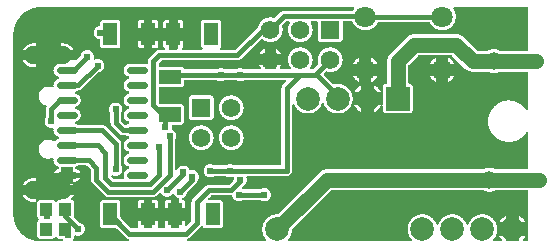
<source format=gbl>
G04 Layer: BottomLayer*
G04 EasyEDA v6.3.53, 2020-06-17T01:54:55+02:00*
G04 e9d571a3f1504c91a96fab9e56f28b91,9eabfb72a9474bef872f988307f0334b,10*
G04 Gerber Generator version 0.2*
G04 Scale: 100 percent, Rotated: No, Reflected: No *
G04 Dimensions in millimeters *
G04 leading zeros omitted , absolute positions ,3 integer and 3 decimal *
%FSLAX33Y33*%
%MOMM*%
G90*
G71D02*

%ADD11C,1.270000*%
%ADD12C,0.381000*%
%ADD14C,0.609600*%
%ADD20C,1.999996*%
%ADD21R,1.999996X1.999996*%
%ADD22C,1.574800*%
%ADD23R,1.574800X1.574800*%
%ADD24C,1.799996*%
%ADD25C,1.524000*%
%ADD26C,1.499997*%
%ADD27C,0.599999*%

%LPD*%
G36*
G01X40033Y70329D02*
G01X27242Y70329D01*
G01X27227Y70328D01*
G01X27211Y70324D01*
G01X27197Y70318D01*
G01X27183Y70310D01*
G01X27171Y70300D01*
G01X23875Y67045D01*
G01X23865Y67034D01*
G01X23857Y67021D01*
G01X23851Y67007D01*
G01X23847Y66992D01*
G01X23845Y66977D01*
G01X23842Y66926D01*
G01X23837Y66875D01*
G01X23829Y66824D01*
G01X23820Y66774D01*
G01X23808Y66724D01*
G01X23795Y66674D01*
G01X23779Y66625D01*
G01X23762Y66577D01*
G01X23742Y66529D01*
G01X23721Y66483D01*
G01X23698Y66437D01*
G01X23673Y66392D01*
G01X23646Y66349D01*
G01X23617Y66306D01*
G01X23587Y66265D01*
G01X23555Y66225D01*
G01X23521Y66186D01*
G01X23512Y66174D01*
G01X23504Y66161D01*
G01X23499Y66147D01*
G01X23496Y66133D01*
G01X23495Y66118D01*
G01X23496Y66103D01*
G01X23499Y66089D01*
G01X23504Y66075D01*
G01X23511Y66063D01*
G01X23519Y66051D01*
G01X23530Y66041D01*
G01X23541Y66032D01*
G01X23554Y66025D01*
G01X23567Y66020D01*
G01X23582Y66017D01*
G01X23596Y66016D01*
G01X33883Y66016D01*
G01X33898Y66017D01*
G01X33912Y66020D01*
G01X33925Y66025D01*
G01X33938Y66032D01*
G01X33950Y66041D01*
G01X33960Y66051D01*
G01X33969Y66063D01*
G01X33976Y66075D01*
G01X33981Y66089D01*
G01X33984Y66103D01*
G01X33985Y66118D01*
G01X33984Y66133D01*
G01X33980Y66147D01*
G01X33975Y66161D01*
G01X33968Y66174D01*
G01X33958Y66186D01*
G01X33925Y66225D01*
G01X33893Y66265D01*
G01X33862Y66306D01*
G01X33833Y66349D01*
G01X33781Y66437D01*
G01X33758Y66483D01*
G01X33737Y66530D01*
G01X33717Y66577D01*
G01X33700Y66626D01*
G01X33684Y66675D01*
G01X33671Y66724D01*
G01X33659Y66774D01*
G01X33650Y66825D01*
G01X33643Y66876D01*
G01X33637Y66927D01*
G01X33634Y66978D01*
G01X33633Y67029D01*
G01X33634Y67080D01*
G01X33637Y67131D01*
G01X33642Y67181D01*
G01X33649Y67231D01*
G01X33658Y67281D01*
G01X33670Y67330D01*
G01X33683Y67379D01*
G01X33698Y67427D01*
G01X33715Y67475D01*
G01X33734Y67522D01*
G01X33754Y67568D01*
G01X33777Y67613D01*
G01X33801Y67658D01*
G01X33828Y67701D01*
G01X33856Y67743D01*
G01X33885Y67784D01*
G01X33916Y67824D01*
G01X33949Y67863D01*
G01X33983Y67900D01*
G01X34019Y67936D01*
G01X34056Y67970D01*
G01X34095Y68003D01*
G01X34135Y68034D01*
G01X34176Y68064D01*
G01X34218Y68092D01*
G01X34261Y68118D01*
G01X34306Y68142D01*
G01X34351Y68165D01*
G01X34397Y68185D01*
G01X34444Y68204D01*
G01X34492Y68221D01*
G01X34540Y68236D01*
G01X34589Y68250D01*
G01X34638Y68261D01*
G01X34688Y68270D01*
G01X34738Y68277D01*
G01X34789Y68282D01*
G01X34839Y68285D01*
G01X34890Y68286D01*
G01X34940Y68285D01*
G01X34991Y68282D01*
G01X35041Y68277D01*
G01X35091Y68270D01*
G01X35141Y68261D01*
G01X35190Y68250D01*
G01X35239Y68236D01*
G01X35288Y68221D01*
G01X35335Y68204D01*
G01X35382Y68185D01*
G01X35428Y68165D01*
G01X35474Y68142D01*
G01X35518Y68118D01*
G01X35604Y68064D01*
G01X35645Y68034D01*
G01X35684Y68003D01*
G01X35723Y67970D01*
G01X35760Y67936D01*
G01X35796Y67900D01*
G01X35830Y67863D01*
G01X35863Y67824D01*
G01X35894Y67784D01*
G01X35924Y67743D01*
G01X35952Y67701D01*
G01X35978Y67658D01*
G01X36002Y67613D01*
G01X36025Y67568D01*
G01X36046Y67522D01*
G01X36065Y67475D01*
G01X36071Y67461D01*
G01X36080Y67448D01*
G01X36090Y67437D01*
G01X36102Y67427D01*
G01X36115Y67419D01*
G01X36129Y67414D01*
G01X36144Y67410D01*
G01X36160Y67409D01*
G01X36175Y67410D01*
G01X36190Y67414D01*
G01X36204Y67419D01*
G01X36217Y67427D01*
G01X36229Y67437D01*
G01X36240Y67448D01*
G01X36248Y67461D01*
G01X36255Y67475D01*
G01X36274Y67522D01*
G01X36294Y67568D01*
G01X36317Y67613D01*
G01X36341Y67658D01*
G01X36367Y67701D01*
G01X36395Y67743D01*
G01X36425Y67784D01*
G01X36456Y67824D01*
G01X36489Y67863D01*
G01X36523Y67900D01*
G01X36559Y67936D01*
G01X36596Y67970D01*
G01X36635Y68003D01*
G01X36675Y68034D01*
G01X36716Y68064D01*
G01X36758Y68091D01*
G01X36801Y68118D01*
G01X36846Y68142D01*
G01X36891Y68165D01*
G01X36937Y68185D01*
G01X36984Y68204D01*
G01X37032Y68221D01*
G01X37080Y68236D01*
G01X37129Y68250D01*
G01X37178Y68261D01*
G01X37228Y68270D01*
G01X37278Y68277D01*
G01X37329Y68282D01*
G01X37379Y68285D01*
G01X37430Y68286D01*
G01X37480Y68285D01*
G01X37531Y68282D01*
G01X37581Y68277D01*
G01X37631Y68270D01*
G01X37681Y68261D01*
G01X37730Y68250D01*
G01X37779Y68236D01*
G01X37828Y68221D01*
G01X37875Y68204D01*
G01X37922Y68185D01*
G01X37968Y68165D01*
G01X38014Y68142D01*
G01X38058Y68118D01*
G01X38144Y68064D01*
G01X38185Y68034D01*
G01X38224Y68003D01*
G01X38263Y67970D01*
G01X38300Y67936D01*
G01X38336Y67900D01*
G01X38370Y67863D01*
G01X38403Y67824D01*
G01X38434Y67784D01*
G01X38464Y67743D01*
G01X38492Y67701D01*
G01X38518Y67658D01*
G01X38542Y67613D01*
G01X38565Y67568D01*
G01X38586Y67522D01*
G01X38605Y67475D01*
G01X38611Y67461D01*
G01X38620Y67448D01*
G01X38630Y67437D01*
G01X38642Y67427D01*
G01X38655Y67419D01*
G01X38669Y67414D01*
G01X38684Y67410D01*
G01X38700Y67409D01*
G01X38715Y67410D01*
G01X38730Y67414D01*
G01X38744Y67419D01*
G01X38757Y67427D01*
G01X38769Y67437D01*
G01X38780Y67448D01*
G01X38788Y67461D01*
G01X38795Y67475D01*
G01X38814Y67522D01*
G01X38834Y67568D01*
G01X38857Y67613D01*
G01X38881Y67658D01*
G01X38907Y67701D01*
G01X38935Y67743D01*
G01X38965Y67784D01*
G01X38996Y67824D01*
G01X39029Y67863D01*
G01X39063Y67900D01*
G01X39099Y67936D01*
G01X39136Y67970D01*
G01X39175Y68003D01*
G01X39215Y68034D01*
G01X39256Y68064D01*
G01X39298Y68091D01*
G01X39341Y68118D01*
G01X39386Y68142D01*
G01X39431Y68165D01*
G01X39477Y68185D01*
G01X39524Y68204D01*
G01X39572Y68221D01*
G01X39620Y68236D01*
G01X39669Y68250D01*
G01X39718Y68261D01*
G01X39768Y68270D01*
G01X39818Y68277D01*
G01X39869Y68282D01*
G01X39919Y68285D01*
G01X39970Y68286D01*
G01X40020Y68285D01*
G01X40071Y68282D01*
G01X40121Y68277D01*
G01X40171Y68270D01*
G01X40221Y68261D01*
G01X40270Y68250D01*
G01X40319Y68236D01*
G01X40368Y68221D01*
G01X40415Y68204D01*
G01X40462Y68185D01*
G01X40508Y68165D01*
G01X40554Y68142D01*
G01X40598Y68118D01*
G01X40684Y68064D01*
G01X40725Y68034D01*
G01X40764Y68003D01*
G01X40803Y67970D01*
G01X40840Y67936D01*
G01X40876Y67900D01*
G01X40910Y67863D01*
G01X40943Y67824D01*
G01X40974Y67784D01*
G01X41004Y67743D01*
G01X41032Y67701D01*
G01X41058Y67658D01*
G01X41082Y67613D01*
G01X41105Y67568D01*
G01X41126Y67522D01*
G01X41145Y67475D01*
G01X41151Y67457D01*
G01X41169Y67405D01*
G01X41184Y67353D01*
G01X41197Y67300D01*
G01X41207Y67246D01*
G01X41216Y67193D01*
G01X41221Y67138D01*
G01X41225Y67084D01*
G01X41226Y67029D01*
G01X41225Y66975D01*
G01X41221Y66921D01*
G01X41216Y66866D01*
G01X41207Y66813D01*
G01X41197Y66759D01*
G01X41184Y66706D01*
G01X41169Y66654D01*
G01X41151Y66602D01*
G01X41145Y66584D01*
G01X41125Y66536D01*
G01X41104Y66488D01*
G01X41080Y66442D01*
G01X41055Y66396D01*
G01X41028Y66351D01*
G01X40998Y66308D01*
G01X40968Y66266D01*
G01X40935Y66225D01*
G01X40901Y66186D01*
G01X40892Y66174D01*
G01X40884Y66161D01*
G01X40879Y66147D01*
G01X40876Y66133D01*
G01X40875Y66118D01*
G01X40876Y66103D01*
G01X40879Y66089D01*
G01X40884Y66075D01*
G01X40891Y66063D01*
G01X40899Y66051D01*
G01X40910Y66041D01*
G01X40921Y66032D01*
G01X40934Y66025D01*
G01X40948Y66020D01*
G01X40962Y66017D01*
G01X40976Y66016D01*
G01X41503Y66016D01*
G01X41518Y66017D01*
G01X41532Y66020D01*
G01X41545Y66025D01*
G01X41558Y66032D01*
G01X41570Y66041D01*
G01X41580Y66051D01*
G01X41589Y66063D01*
G01X41596Y66075D01*
G01X41601Y66089D01*
G01X41604Y66103D01*
G01X41605Y66118D01*
G01X41604Y66133D01*
G01X41600Y66147D01*
G01X41595Y66161D01*
G01X41588Y66174D01*
G01X41578Y66186D01*
G01X41541Y66229D01*
G01X41506Y66273D01*
G01X41473Y66319D01*
G01X41442Y66367D01*
G01X41413Y66416D01*
G01X41387Y66466D01*
G01X41946Y66466D01*
G01X41946Y66118D01*
G01X41947Y66103D01*
G01X41950Y66089D01*
G01X41955Y66075D01*
G01X41962Y66063D01*
G01X41971Y66051D01*
G01X41981Y66041D01*
G01X41993Y66032D01*
G01X42006Y66025D01*
G01X42019Y66020D01*
G01X42033Y66017D01*
G01X42048Y66016D01*
G01X42972Y66016D01*
G01X42986Y66017D01*
G01X43000Y66020D01*
G01X43014Y66025D01*
G01X43026Y66032D01*
G01X43038Y66041D01*
G01X43048Y66051D01*
G01X43057Y66063D01*
G01X43064Y66075D01*
G01X43069Y66089D01*
G01X43072Y66103D01*
G01X43073Y66118D01*
G01X43073Y66466D01*
G01X43633Y66466D01*
G01X43606Y66416D01*
G01X43577Y66367D01*
G01X43546Y66319D01*
G01X43513Y66273D01*
G01X43478Y66229D01*
G01X43441Y66186D01*
G01X43432Y66174D01*
G01X43424Y66161D01*
G01X43419Y66147D01*
G01X43416Y66133D01*
G01X43415Y66118D01*
G01X43416Y66103D01*
G01X43419Y66089D01*
G01X43424Y66075D01*
G01X43431Y66063D01*
G01X43439Y66051D01*
G01X43450Y66041D01*
G01X43461Y66032D01*
G01X43474Y66025D01*
G01X43488Y66020D01*
G01X43502Y66017D01*
G01X43516Y66016D01*
G01X43748Y66016D01*
G01X43763Y66017D01*
G01X43777Y66020D01*
G01X43791Y66025D01*
G01X43803Y66032D01*
G01X43815Y66041D01*
G01X43825Y66051D01*
G01X43834Y66063D01*
G01X43841Y66075D01*
G01X43846Y66089D01*
G01X43849Y66103D01*
G01X43850Y66118D01*
G01X43850Y66473D01*
G01X43849Y66489D01*
G01X43845Y66505D01*
G01X43838Y66520D01*
G01X43845Y66535D01*
G01X43849Y66551D01*
G01X43850Y66568D01*
G01X43850Y67491D01*
G01X43849Y67508D01*
G01X43845Y67524D01*
G01X43838Y67539D01*
G01X43845Y67554D01*
G01X43849Y67570D01*
G01X43850Y67586D01*
G01X43850Y70227D01*
G01X43849Y70242D01*
G01X43846Y70256D01*
G01X43841Y70270D01*
G01X43834Y70282D01*
G01X43825Y70294D01*
G01X43815Y70304D01*
G01X43803Y70313D01*
G01X43791Y70320D01*
G01X43777Y70325D01*
G01X43763Y70328D01*
G01X43748Y70329D01*
G01X41069Y70329D01*
G01X41052Y70328D01*
G01X41037Y70324D01*
G01X41022Y70317D01*
G01X40978Y70296D01*
G01X40933Y70276D01*
G01X40887Y70259D01*
G01X40840Y70244D01*
G01X40793Y70231D01*
G01X40745Y70221D01*
G01X40697Y70213D01*
G01X40648Y70207D01*
G01X40600Y70203D01*
G01X40551Y70202D01*
G01X40502Y70203D01*
G01X40453Y70207D01*
G01X40404Y70213D01*
G01X40356Y70221D01*
G01X40308Y70231D01*
G01X40261Y70244D01*
G01X40214Y70259D01*
G01X40168Y70276D01*
G01X40123Y70296D01*
G01X40080Y70317D01*
G01X40065Y70324D01*
G01X40049Y70328D01*
G01X40033Y70329D01*
G37*

%LPC*%
G36*
G01X41946Y67593D02*
G01X41946Y68153D01*
G01X41899Y68128D01*
G01X41852Y68100D01*
G01X41807Y68071D01*
G01X41763Y68040D01*
G01X41721Y68008D01*
G01X41680Y67973D01*
G01X41640Y67937D01*
G01X41602Y67899D01*
G01X41566Y67859D01*
G01X41531Y67818D01*
G01X41499Y67776D01*
G01X41468Y67732D01*
G01X41439Y67687D01*
G01X41412Y67640D01*
G01X41387Y67593D01*
G01X41946Y67593D01*
G37*
G36*
G01X43121Y68128D02*
G01X43073Y68153D01*
G01X43073Y67593D01*
G01X43633Y67593D01*
G01X43608Y67640D01*
G01X43581Y67687D01*
G01X43552Y67732D01*
G01X43521Y67776D01*
G01X43488Y67818D01*
G01X43453Y67859D01*
G01X43417Y67899D01*
G01X43379Y67937D01*
G01X43339Y67973D01*
G01X43298Y68008D01*
G01X43256Y68040D01*
G01X43212Y68071D01*
G01X43167Y68100D01*
G01X43121Y68128D01*
G37*

%LPD*%
G36*
G01X29012Y85823D02*
G01X2540Y85823D01*
G01X2471Y85822D01*
G01X2402Y85819D01*
G01X2333Y85814D01*
G01X2264Y85806D01*
G01X2196Y85797D01*
G01X2128Y85786D01*
G01X2060Y85772D01*
G01X1993Y85757D01*
G01X1926Y85739D01*
G01X1860Y85720D01*
G01X1795Y85698D01*
G01X1730Y85675D01*
G01X1666Y85649D01*
G01X1602Y85622D01*
G01X1540Y85593D01*
G01X1478Y85561D01*
G01X1418Y85528D01*
G01X1358Y85494D01*
G01X1300Y85457D01*
G01X1242Y85419D01*
G01X1186Y85379D01*
G01X1131Y85337D01*
G01X1078Y85294D01*
G01X1025Y85249D01*
G01X974Y85202D01*
G01X925Y85154D01*
G01X877Y85105D01*
G01X830Y85054D01*
G01X785Y85001D01*
G01X742Y84948D01*
G01X700Y84893D01*
G01X660Y84837D01*
G01X622Y84779D01*
G01X585Y84721D01*
G01X551Y84661D01*
G01X518Y84601D01*
G01X486Y84539D01*
G01X457Y84477D01*
G01X430Y84413D01*
G01X404Y84349D01*
G01X381Y84284D01*
G01X359Y84219D01*
G01X340Y84153D01*
G01X322Y84086D01*
G01X307Y84019D01*
G01X293Y83951D01*
G01X282Y83883D01*
G01X273Y83815D01*
G01X265Y83746D01*
G01X260Y83677D01*
G01X257Y83608D01*
G01X256Y83539D01*
G01X256Y68299D01*
G01X257Y68231D01*
G01X260Y68162D01*
G01X265Y68093D01*
G01X273Y68024D01*
G01X282Y67956D01*
G01X293Y67888D01*
G01X307Y67820D01*
G01X322Y67753D01*
G01X340Y67686D01*
G01X359Y67620D01*
G01X381Y67555D01*
G01X404Y67490D01*
G01X430Y67426D01*
G01X457Y67362D01*
G01X486Y67300D01*
G01X518Y67238D01*
G01X551Y67178D01*
G01X585Y67118D01*
G01X622Y67060D01*
G01X660Y67002D01*
G01X700Y66946D01*
G01X742Y66891D01*
G01X785Y66838D01*
G01X830Y66785D01*
G01X877Y66734D01*
G01X925Y66685D01*
G01X974Y66637D01*
G01X1025Y66590D01*
G01X1078Y66545D01*
G01X1131Y66502D01*
G01X1186Y66460D01*
G01X1242Y66420D01*
G01X1300Y66382D01*
G01X1358Y66345D01*
G01X1418Y66311D01*
G01X1478Y66278D01*
G01X1540Y66246D01*
G01X1602Y66217D01*
G01X1666Y66190D01*
G01X1730Y66164D01*
G01X1795Y66141D01*
G01X1860Y66119D01*
G01X1926Y66100D01*
G01X1993Y66082D01*
G01X2060Y66067D01*
G01X2128Y66053D01*
G01X2196Y66042D01*
G01X2264Y66033D01*
G01X2333Y66025D01*
G01X2402Y66020D01*
G01X2471Y66017D01*
G01X2540Y66016D01*
G01X4338Y66016D01*
G01X4352Y66017D01*
G01X4366Y66020D01*
G01X4380Y66025D01*
G01X4393Y66032D01*
G01X4404Y66041D01*
G01X4415Y66051D01*
G01X4423Y66063D01*
G01X4430Y66075D01*
G01X4435Y66089D01*
G01X4438Y66103D01*
G01X4439Y66118D01*
G01X4438Y66134D01*
G01X4434Y66150D01*
G01X4427Y66166D01*
G01X4418Y66180D01*
G01X4416Y66183D01*
G01X4406Y66194D01*
G01X4394Y66204D01*
G01X4380Y66212D01*
G01X4366Y66218D01*
G01X4351Y66222D01*
G01X4335Y66223D01*
G01X4148Y66223D01*
G01X4125Y66224D01*
G01X4102Y66227D01*
G01X4079Y66232D01*
G01X4057Y66239D01*
G01X4036Y66249D01*
G01X4015Y66260D01*
G01X3996Y66272D01*
G01X3978Y66287D01*
G01X3961Y66303D01*
G01X3946Y66321D01*
G01X3933Y66339D01*
G01X3924Y66351D01*
G01X3914Y66361D01*
G01X3902Y66370D01*
G01X3890Y66376D01*
G01X3876Y66381D01*
G01X3862Y66384D01*
G01X3848Y66385D01*
G01X3833Y66384D01*
G01X3819Y66381D01*
G01X3806Y66376D01*
G01X3793Y66370D01*
G01X3782Y66361D01*
G01X3771Y66351D01*
G01X3763Y66339D01*
G01X3749Y66321D01*
G01X3734Y66303D01*
G01X3717Y66287D01*
G01X3699Y66272D01*
G01X3680Y66260D01*
G01X3660Y66249D01*
G01X3638Y66239D01*
G01X3616Y66232D01*
G01X3594Y66227D01*
G01X3571Y66224D01*
G01X3548Y66223D01*
G01X2548Y66223D01*
G01X2524Y66224D01*
G01X2501Y66227D01*
G01X2477Y66233D01*
G01X2455Y66240D01*
G01X2433Y66250D01*
G01X2413Y66261D01*
G01X2393Y66275D01*
G01X2375Y66290D01*
G01X2358Y66307D01*
G01X2343Y66325D01*
G01X2330Y66344D01*
G01X2318Y66365D01*
G01X2308Y66387D01*
G01X2301Y66409D01*
G01X2296Y66432D01*
G01X2292Y66456D01*
G01X2291Y66479D01*
G01X2291Y67580D01*
G01X2292Y67604D01*
G01X2296Y67629D01*
G01X2302Y67653D01*
G01X2310Y67677D01*
G01X2321Y67700D01*
G01X2334Y67721D01*
G01X2349Y67741D01*
G01X2365Y67760D01*
G01X2384Y67777D01*
G01X2394Y67787D01*
G01X2404Y67799D01*
G01X2411Y67812D01*
G01X2416Y67826D01*
G01X2419Y67840D01*
G01X2420Y67855D01*
G01X2419Y67870D01*
G01X2416Y67884D01*
G01X2411Y67898D01*
G01X2404Y67911D01*
G01X2394Y67923D01*
G01X2384Y67933D01*
G01X2365Y67950D01*
G01X2349Y67969D01*
G01X2334Y67989D01*
G01X2321Y68010D01*
G01X2310Y68033D01*
G01X2302Y68056D01*
G01X2296Y68081D01*
G01X2292Y68106D01*
G01X2291Y68130D01*
G01X2291Y69238D01*
G01X2290Y69253D01*
G01X2287Y69267D01*
G01X2282Y69281D01*
G01X2275Y69294D01*
G01X2266Y69306D01*
G01X2255Y69316D01*
G01X2243Y69325D01*
G01X2248Y69325D01*
G01X2262Y69326D01*
G01X2276Y69329D01*
G01X2290Y69334D01*
G01X2302Y69341D01*
G01X2314Y69349D01*
G01X2324Y69359D01*
G01X2333Y69371D01*
G01X2346Y69390D01*
G01X2361Y69407D01*
G01X2378Y69423D01*
G01X2396Y69438D01*
G01X2415Y69450D01*
G01X2436Y69461D01*
G01X2457Y69471D01*
G01X2479Y69478D01*
G01X2502Y69483D01*
G01X2525Y69486D01*
G01X2548Y69487D01*
G01X3548Y69487D01*
G01X3571Y69486D01*
G01X3594Y69483D01*
G01X3616Y69478D01*
G01X3638Y69471D01*
G01X3660Y69461D01*
G01X3680Y69450D01*
G01X3699Y69438D01*
G01X3717Y69423D01*
G01X3734Y69407D01*
G01X3749Y69389D01*
G01X3763Y69371D01*
G01X3771Y69359D01*
G01X3782Y69349D01*
G01X3793Y69340D01*
G01X3806Y69334D01*
G01X3819Y69329D01*
G01X3833Y69326D01*
G01X3848Y69325D01*
G01X3862Y69326D01*
G01X3876Y69329D01*
G01X3890Y69334D01*
G01X3902Y69340D01*
G01X3914Y69349D01*
G01X3924Y69359D01*
G01X3933Y69371D01*
G01X3946Y69389D01*
G01X3961Y69407D01*
G01X3978Y69423D01*
G01X3996Y69438D01*
G01X4015Y69450D01*
G01X4036Y69461D01*
G01X4057Y69471D01*
G01X4079Y69478D01*
G01X4102Y69483D01*
G01X4125Y69486D01*
G01X4148Y69487D01*
G01X4171Y69487D01*
G01X4186Y69488D01*
G01X4200Y69491D01*
G01X4213Y69496D01*
G01X4226Y69503D01*
G01X4238Y69512D01*
G01X4248Y69522D01*
G01X4257Y69534D01*
G01X4264Y69546D01*
G01X4269Y69560D01*
G01X4272Y69574D01*
G01X4273Y69589D01*
G01X4273Y69908D01*
G01X5365Y69908D01*
G01X5344Y69867D01*
G01X5321Y69827D01*
G01X5296Y69788D01*
G01X5270Y69750D01*
G01X5241Y69713D01*
G01X5211Y69678D01*
G01X5180Y69644D01*
G01X5170Y69632D01*
G01X5162Y69618D01*
G01X5156Y69604D01*
G01X5152Y69589D01*
G01X5151Y69573D01*
G01X5152Y69559D01*
G01X5155Y69545D01*
G01X5160Y69531D01*
G01X5167Y69518D01*
G01X5175Y69507D01*
G01X5185Y69497D01*
G01X5197Y69488D01*
G01X5209Y69481D01*
G01X5223Y69476D01*
G01X5245Y69468D01*
G01X5266Y69458D01*
G01X5286Y69446D01*
G01X5305Y69433D01*
G01X5323Y69418D01*
G01X5339Y69401D01*
G01X5354Y69383D01*
G01X5367Y69364D01*
G01X5378Y69343D01*
G01X5387Y69322D01*
G01X5395Y69300D01*
G01X5400Y69277D01*
G01X5403Y69254D01*
G01X5404Y69231D01*
G01X5404Y68130D01*
G01X5403Y68105D01*
G01X5399Y68080D01*
G01X5397Y68059D01*
G01X5398Y68043D01*
G01X5402Y68028D01*
G01X5408Y68013D01*
G01X5416Y68000D01*
G01X5427Y67987D01*
G01X5806Y67609D01*
G01X5817Y67599D01*
G01X5830Y67591D01*
G01X5844Y67585D01*
G01X5858Y67581D01*
G01X5893Y67573D01*
G01X5927Y67563D01*
G01X5960Y67551D01*
G01X5992Y67537D01*
G01X6023Y67521D01*
G01X6054Y67503D01*
G01X6083Y67483D01*
G01X6111Y67462D01*
G01X6137Y67438D01*
G01X6162Y67414D01*
G01X6185Y67387D01*
G01X6207Y67359D01*
G01X6227Y67330D01*
G01X6245Y67300D01*
G01X6261Y67268D01*
G01X6275Y67236D01*
G01X6287Y67203D01*
G01X6296Y67169D01*
G01X6304Y67135D01*
G01X6310Y67100D01*
G01X6313Y67065D01*
G01X6314Y67029D01*
G01X6313Y66996D01*
G01X6310Y66962D01*
G01X6305Y66928D01*
G01X6298Y66895D01*
G01X6289Y66862D01*
G01X6277Y66830D01*
G01X6264Y66799D01*
G01X6250Y66769D01*
G01X6233Y66739D01*
G01X6215Y66711D01*
G01X6194Y66683D01*
G01X6173Y66657D01*
G01X6150Y66633D01*
G01X6125Y66609D01*
G01X6099Y66588D01*
G01X6071Y66568D01*
G01X6043Y66549D01*
G01X6013Y66532D01*
G01X5983Y66518D01*
G01X5952Y66505D01*
G01X5920Y66494D01*
G01X5887Y66484D01*
G01X5854Y66477D01*
G01X5820Y66472D01*
G01X5786Y66469D01*
G01X5753Y66468D01*
G01X5719Y66469D01*
G01X5685Y66472D01*
G01X5651Y66477D01*
G01X5618Y66485D01*
G01X5585Y66494D01*
G01X5553Y66505D01*
G01X5535Y66510D01*
G01X5517Y66511D01*
G01X5501Y66510D01*
G01X5486Y66507D01*
G01X5471Y66501D01*
G01X5458Y66492D01*
G01X5446Y66482D01*
G01X5435Y66470D01*
G01X5427Y66457D01*
G01X5421Y66442D01*
G01X5417Y66427D01*
G01X5410Y66394D01*
G01X5401Y66361D01*
G01X5391Y66328D01*
G01X5378Y66297D01*
G01X5363Y66266D01*
G01X5347Y66236D01*
G01X5329Y66207D01*
G01X5309Y66180D01*
G01X5300Y66166D01*
G01X5293Y66150D01*
G01X5289Y66134D01*
G01X5288Y66118D01*
G01X5289Y66103D01*
G01X5292Y66089D01*
G01X5297Y66075D01*
G01X5304Y66063D01*
G01X5313Y66051D01*
G01X5323Y66041D01*
G01X5334Y66032D01*
G01X5347Y66025D01*
G01X5361Y66020D01*
G01X5375Y66017D01*
G01X5389Y66016D01*
G01X9932Y66016D01*
G01X9946Y66017D01*
G01X9961Y66020D01*
G01X9974Y66025D01*
G01X9987Y66032D01*
G01X9999Y66041D01*
G01X10009Y66051D01*
G01X10018Y66063D01*
G01X10024Y66075D01*
G01X10030Y66089D01*
G01X10033Y66103D01*
G01X10034Y66118D01*
G01X10033Y66132D01*
G01X10029Y66147D01*
G01X10024Y66161D01*
G01X10017Y66174D01*
G01X10008Y66185D01*
G01X9997Y66196D01*
G01X9985Y66204D01*
G01X9972Y66211D01*
G01X9958Y66216D01*
G01X9925Y66226D01*
G01X9894Y66238D01*
G01X9863Y66252D01*
G01X9834Y66269D01*
G01X9806Y66288D01*
G01X9779Y66309D01*
G01X9754Y66332D01*
G01X9024Y67063D01*
G01X9012Y67074D01*
G01X8998Y67082D01*
G01X8983Y67088D01*
G01X8968Y67092D01*
G01X8952Y67093D01*
G01X7871Y67093D01*
G01X7847Y67094D01*
G01X7823Y67097D01*
G01X7800Y67103D01*
G01X7778Y67110D01*
G01X7756Y67120D01*
G01X7736Y67131D01*
G01X7716Y67145D01*
G01X7698Y67160D01*
G01X7681Y67177D01*
G01X7666Y67195D01*
G01X7652Y67214D01*
G01X7641Y67235D01*
G01X7631Y67257D01*
G01X7624Y67279D01*
G01X7618Y67302D01*
G01X7615Y67326D01*
G01X7614Y67349D01*
G01X7614Y69250D01*
G01X7615Y69273D01*
G01X7618Y69297D01*
G01X7624Y69320D01*
G01X7631Y69342D01*
G01X7641Y69364D01*
G01X7652Y69385D01*
G01X7666Y69404D01*
G01X7681Y69422D01*
G01X7698Y69439D01*
G01X7716Y69454D01*
G01X7736Y69468D01*
G01X7756Y69479D01*
G01X7778Y69489D01*
G01X7800Y69496D01*
G01X7823Y69502D01*
G01X7847Y69505D01*
G01X7871Y69506D01*
G01X9071Y69506D01*
G01X9094Y69505D01*
G01X9118Y69502D01*
G01X9141Y69496D01*
G01X9163Y69489D01*
G01X9185Y69479D01*
G01X9206Y69468D01*
G01X9225Y69454D01*
G01X9243Y69439D01*
G01X9260Y69422D01*
G01X9275Y69404D01*
G01X9289Y69385D01*
G01X9300Y69364D01*
G01X9310Y69342D01*
G01X9317Y69320D01*
G01X9323Y69297D01*
G01X9326Y69273D01*
G01X9327Y69250D01*
G01X9327Y68066D01*
G01X9328Y68050D01*
G01X9332Y68035D01*
G01X9338Y68020D01*
G01X9347Y68007D01*
G01X9357Y67994D01*
G01X10226Y67125D01*
G01X10238Y67115D01*
G01X10252Y67107D01*
G01X10266Y67101D01*
G01X10282Y67097D01*
G01X10298Y67096D01*
G01X10746Y67096D01*
G01X10761Y67097D01*
G01X10775Y67100D01*
G01X10789Y67105D01*
G01X10801Y67112D01*
G01X10813Y67120D01*
G01X10823Y67131D01*
G01X10832Y67142D01*
G01X10839Y67155D01*
G01X10844Y67169D01*
G01X10847Y67183D01*
G01X10848Y67197D01*
G01X10847Y67212D01*
G01X10844Y67226D01*
G01X10838Y67240D01*
G01X10828Y67266D01*
G01X10820Y67294D01*
G01X10816Y67321D01*
G01X10814Y67349D01*
G01X10814Y67761D01*
G01X11307Y67761D01*
G01X11307Y67197D01*
G01X11308Y67183D01*
G01X11311Y67169D01*
G01X11316Y67155D01*
G01X11323Y67142D01*
G01X11332Y67131D01*
G01X11342Y67120D01*
G01X11354Y67112D01*
G01X11366Y67105D01*
G01X11380Y67100D01*
G01X11394Y67097D01*
G01X11409Y67096D01*
G01X11932Y67096D01*
G01X11947Y67097D01*
G01X11961Y67100D01*
G01X11975Y67105D01*
G01X11987Y67112D01*
G01X11999Y67120D01*
G01X12009Y67131D01*
G01X12018Y67142D01*
G01X12025Y67155D01*
G01X12030Y67169D01*
G01X12033Y67183D01*
G01X12034Y67197D01*
G01X12034Y67761D01*
G01X12527Y67761D01*
G01X12527Y67349D01*
G01X12526Y67321D01*
G01X12521Y67294D01*
G01X12513Y67266D01*
G01X12503Y67240D01*
G01X12497Y67226D01*
G01X12494Y67212D01*
G01X12493Y67197D01*
G01X12494Y67183D01*
G01X12497Y67169D01*
G01X12502Y67155D01*
G01X12509Y67142D01*
G01X12518Y67131D01*
G01X12528Y67120D01*
G01X12540Y67112D01*
G01X12552Y67105D01*
G01X12566Y67100D01*
G01X12580Y67097D01*
G01X12595Y67096D01*
G01X13007Y67096D01*
G01X13022Y67097D01*
G01X13036Y67100D01*
G01X13050Y67105D01*
G01X13062Y67112D01*
G01X13074Y67120D01*
G01X13084Y67131D01*
G01X13093Y67142D01*
G01X13100Y67155D01*
G01X13105Y67169D01*
G01X13108Y67183D01*
G01X13109Y67197D01*
G01X13108Y67212D01*
G01X13105Y67226D01*
G01X13099Y67240D01*
G01X13089Y67266D01*
G01X13081Y67294D01*
G01X13077Y67321D01*
G01X13075Y67349D01*
G01X13075Y67761D01*
G01X13568Y67761D01*
G01X13568Y67197D01*
G01X13569Y67183D01*
G01X13572Y67169D01*
G01X13577Y67155D01*
G01X13584Y67142D01*
G01X13593Y67131D01*
G01X13603Y67120D01*
G01X13615Y67112D01*
G01X13627Y67105D01*
G01X13641Y67100D01*
G01X13655Y67097D01*
G01X13670Y67096D01*
G01X14194Y67096D01*
G01X14208Y67097D01*
G01X14222Y67100D01*
G01X14236Y67105D01*
G01X14248Y67112D01*
G01X14260Y67120D01*
G01X14270Y67131D01*
G01X14279Y67142D01*
G01X14286Y67155D01*
G01X14291Y67169D01*
G01X14294Y67183D01*
G01X14295Y67197D01*
G01X14295Y67761D01*
G01X14788Y67761D01*
G01X14788Y67418D01*
G01X14789Y67403D01*
G01X14792Y67389D01*
G01X14797Y67375D01*
G01X14804Y67363D01*
G01X14813Y67351D01*
G01X14823Y67341D01*
G01X14835Y67332D01*
G01X14848Y67325D01*
G01X14861Y67320D01*
G01X14875Y67317D01*
G01X14890Y67316D01*
G01X14906Y67317D01*
G01X14921Y67321D01*
G01X14936Y67327D01*
G01X14949Y67335D01*
G01X14962Y67346D01*
G01X15309Y67693D01*
G01X15319Y67705D01*
G01X15327Y67719D01*
G01X15334Y67733D01*
G01X15337Y67749D01*
G01X15339Y67765D01*
G01X15339Y69315D01*
G01X15340Y69347D01*
G01X15343Y69379D01*
G01X15349Y69411D01*
G01X15357Y69441D01*
G01X15367Y69472D01*
G01X15379Y69501D01*
G01X15393Y69530D01*
G01X15410Y69557D01*
G01X15428Y69583D01*
G01X15448Y69608D01*
G01X15469Y69632D01*
G01X16485Y70648D01*
G01X16509Y70669D01*
G01X16534Y70689D01*
G01X16560Y70708D01*
G01X16587Y70724D01*
G01X16616Y70738D01*
G01X16645Y70750D01*
G01X16676Y70760D01*
G01X16707Y70768D01*
G01X16738Y70774D01*
G01X16770Y70777D01*
G01X16802Y70779D01*
G01X18479Y70779D01*
G01X18495Y70780D01*
G01X18511Y70784D01*
G01X18525Y70790D01*
G01X18539Y70798D01*
G01X18551Y70808D01*
G01X18878Y71135D01*
G01X18888Y71147D01*
G01X18896Y71160D01*
G01X18902Y71175D01*
G01X18906Y71191D01*
G01X18907Y71207D01*
G01X18907Y71220D01*
G01X18909Y71262D01*
G01X18913Y71303D01*
G01X18921Y71343D01*
G01X18923Y71365D01*
G01X18922Y71380D01*
G01X18919Y71394D01*
G01X18914Y71408D01*
G01X18907Y71420D01*
G01X18898Y71432D01*
G01X18888Y71442D01*
G01X18877Y71451D01*
G01X18864Y71458D01*
G01X18850Y71463D01*
G01X18836Y71466D01*
G01X18822Y71467D01*
G01X18803Y71465D01*
G01X18785Y71460D01*
G01X18752Y71448D01*
G01X18718Y71438D01*
G01X18684Y71431D01*
G01X18649Y71425D01*
G01X18615Y71422D01*
G01X18580Y71421D01*
G01X18542Y71422D01*
G01X18505Y71426D01*
G01X18469Y71432D01*
G01X18433Y71441D01*
G01X18397Y71452D01*
G01X18362Y71465D01*
G01X18329Y71480D01*
G01X18296Y71498D01*
G01X18264Y71518D01*
G01X18251Y71525D01*
G01X18237Y71531D01*
G01X18223Y71534D01*
G01X18207Y71535D01*
G01X17301Y71535D01*
G01X17286Y71534D01*
G01X17271Y71531D01*
G01X17257Y71525D01*
G01X17244Y71518D01*
G01X17212Y71498D01*
G01X17180Y71480D01*
G01X17146Y71465D01*
G01X17111Y71452D01*
G01X17076Y71441D01*
G01X17039Y71432D01*
G01X17003Y71426D01*
G01X16966Y71422D01*
G01X16929Y71421D01*
G01X16895Y71422D01*
G01X16861Y71425D01*
G01X16827Y71430D01*
G01X16794Y71437D01*
G01X16762Y71447D01*
G01X16730Y71458D01*
G01X16698Y71471D01*
G01X16668Y71485D01*
G01X16638Y71502D01*
G01X16610Y71521D01*
G01X16582Y71541D01*
G01X16556Y71562D01*
G01X16508Y71610D01*
G01X16487Y71636D01*
G01X16467Y71664D01*
G01X16448Y71692D01*
G01X16432Y71722D01*
G01X16417Y71752D01*
G01X16404Y71783D01*
G01X16393Y71815D01*
G01X16384Y71848D01*
G01X16376Y71881D01*
G01X16371Y71915D01*
G01X16368Y71949D01*
G01X16367Y71982D01*
G01X16368Y72016D01*
G01X16371Y72050D01*
G01X16376Y72084D01*
G01X16384Y72117D01*
G01X16393Y72149D01*
G01X16404Y72182D01*
G01X16417Y72213D01*
G01X16432Y72243D01*
G01X16448Y72273D01*
G01X16467Y72301D01*
G01X16487Y72329D01*
G01X16508Y72355D01*
G01X16556Y72403D01*
G01X16582Y72424D01*
G01X16610Y72444D01*
G01X16638Y72463D01*
G01X16668Y72480D01*
G01X16698Y72494D01*
G01X16730Y72507D01*
G01X16762Y72518D01*
G01X16794Y72528D01*
G01X16827Y72535D01*
G01X16861Y72540D01*
G01X16895Y72543D01*
G01X16929Y72544D01*
G01X16966Y72543D01*
G01X17003Y72539D01*
G01X17039Y72533D01*
G01X17076Y72524D01*
G01X17111Y72513D01*
G01X17146Y72500D01*
G01X17180Y72485D01*
G01X17212Y72467D01*
G01X17244Y72447D01*
G01X17257Y72440D01*
G01X17271Y72434D01*
G01X17286Y72431D01*
G01X17301Y72430D01*
G01X18207Y72430D01*
G01X18223Y72431D01*
G01X18237Y72434D01*
G01X18251Y72440D01*
G01X18264Y72447D01*
G01X18296Y72467D01*
G01X18329Y72485D01*
G01X18362Y72500D01*
G01X18397Y72513D01*
G01X18433Y72524D01*
G01X18469Y72533D01*
G01X18505Y72539D01*
G01X18542Y72543D01*
G01X18580Y72544D01*
G01X18617Y72543D01*
G01X18654Y72539D01*
G01X18690Y72533D01*
G01X18727Y72524D01*
G01X18762Y72513D01*
G01X18797Y72500D01*
G01X18831Y72485D01*
G01X18863Y72467D01*
G01X18895Y72447D01*
G01X18908Y72440D01*
G01X18922Y72434D01*
G01X18937Y72431D01*
G01X18952Y72430D01*
G01X22857Y72430D01*
G01X22871Y72431D01*
G01X22886Y72434D01*
G01X22899Y72439D01*
G01X22912Y72446D01*
G01X22923Y72454D01*
G01X22934Y72465D01*
G01X22942Y72476D01*
G01X22949Y72489D01*
G01X22954Y72503D01*
G01X22958Y72517D01*
G01X22959Y72531D01*
G01X22959Y78967D01*
G01X22960Y78999D01*
G01X22963Y79031D01*
G01X22969Y79063D01*
G01X22977Y79093D01*
G01X22987Y79124D01*
G01X22999Y79153D01*
G01X23013Y79182D01*
G01X23030Y79209D01*
G01X23048Y79235D01*
G01X23068Y79260D01*
G01X23089Y79284D01*
G01X23296Y79490D01*
G01X23306Y79502D01*
G01X23315Y79516D01*
G01X23321Y79530D01*
G01X23324Y79546D01*
G01X23326Y79562D01*
G01X23325Y79576D01*
G01X23322Y79590D01*
G01X23316Y79604D01*
G01X23310Y79617D01*
G01X23301Y79628D01*
G01X23291Y79639D01*
G01X23279Y79647D01*
G01X23266Y79654D01*
G01X23253Y79659D01*
G01X23239Y79662D01*
G01X23224Y79663D01*
G01X19841Y79663D01*
G01X19826Y79662D01*
G01X19811Y79659D01*
G01X19797Y79653D01*
G01X19784Y79646D01*
G01X19752Y79626D01*
G01X19720Y79608D01*
G01X19686Y79593D01*
G01X19651Y79580D01*
G01X19616Y79569D01*
G01X19579Y79560D01*
G01X19543Y79554D01*
G01X19506Y79550D01*
G01X19469Y79549D01*
G01X19431Y79550D01*
G01X19394Y79554D01*
G01X19358Y79560D01*
G01X19322Y79569D01*
G01X19286Y79580D01*
G01X19251Y79593D01*
G01X19218Y79608D01*
G01X19185Y79626D01*
G01X19153Y79646D01*
G01X19140Y79653D01*
G01X19126Y79659D01*
G01X19112Y79662D01*
G01X19096Y79663D01*
G01X18190Y79663D01*
G01X18175Y79662D01*
G01X18160Y79659D01*
G01X18146Y79653D01*
G01X18133Y79646D01*
G01X18101Y79626D01*
G01X18069Y79608D01*
G01X18035Y79593D01*
G01X18000Y79580D01*
G01X17965Y79569D01*
G01X17928Y79560D01*
G01X17892Y79554D01*
G01X17855Y79550D01*
G01X17818Y79549D01*
G01X17780Y79550D01*
G01X17743Y79554D01*
G01X17707Y79560D01*
G01X17671Y79569D01*
G01X17635Y79580D01*
G01X17600Y79593D01*
G01X17567Y79608D01*
G01X17534Y79626D01*
G01X17502Y79646D01*
G01X17489Y79653D01*
G01X17475Y79659D01*
G01X17461Y79662D01*
G01X17445Y79663D01*
G01X14808Y79663D01*
G01X14793Y79662D01*
G01X14779Y79659D01*
G01X14766Y79654D01*
G01X14753Y79647D01*
G01X14741Y79639D01*
G01X14731Y79628D01*
G01X14722Y79617D01*
G01X14715Y79604D01*
G01X14710Y79590D01*
G01X14707Y79576D01*
G01X14706Y79562D01*
G01X14706Y79333D01*
G01X14705Y79309D01*
G01X14702Y79285D01*
G01X14696Y79262D01*
G01X14689Y79240D01*
G01X14679Y79218D01*
G01X14668Y79198D01*
G01X14654Y79178D01*
G01X14639Y79160D01*
G01X14622Y79143D01*
G01X14604Y79128D01*
G01X14585Y79114D01*
G01X14564Y79103D01*
G01X14542Y79093D01*
G01X14520Y79086D01*
G01X14497Y79080D01*
G01X14473Y79077D01*
G01X14450Y79076D01*
G01X12651Y79076D01*
G01X12637Y79075D01*
G01X12623Y79072D01*
G01X12609Y79067D01*
G01X12596Y79060D01*
G01X12585Y79051D01*
G01X12574Y79041D01*
G01X12566Y79029D01*
G01X12559Y79017D01*
G01X12554Y79003D01*
G01X12551Y78989D01*
G01X12550Y78974D01*
G01X12550Y77798D01*
G01X12551Y77782D01*
G01X12555Y77766D01*
G01X12561Y77752D01*
G01X12569Y77738D01*
G01X12579Y77726D01*
G01X12687Y77619D01*
G01X12699Y77608D01*
G01X12712Y77600D01*
G01X12727Y77594D01*
G01X12742Y77590D01*
G01X12758Y77589D01*
G01X14450Y77589D01*
G01X14473Y77588D01*
G01X14497Y77585D01*
G01X14520Y77579D01*
G01X14542Y77572D01*
G01X14564Y77562D01*
G01X14585Y77551D01*
G01X14604Y77537D01*
G01X14623Y77522D01*
G01X14639Y77505D01*
G01X14654Y77487D01*
G01X14668Y77468D01*
G01X14679Y77447D01*
G01X14689Y77425D01*
G01X14696Y77403D01*
G01X14702Y77380D01*
G01X14705Y77356D01*
G01X14706Y77333D01*
G01X14706Y76133D01*
G01X14705Y76109D01*
G01X14702Y76085D01*
G01X14696Y76062D01*
G01X14689Y76040D01*
G01X14679Y76018D01*
G01X14668Y75997D01*
G01X14654Y75978D01*
G01X14639Y75960D01*
G01X14623Y75943D01*
G01X14604Y75928D01*
G01X14585Y75914D01*
G01X14564Y75903D01*
G01X14542Y75893D01*
G01X14520Y75886D01*
G01X14497Y75880D01*
G01X14473Y75877D01*
G01X14450Y75876D01*
G01X13773Y75876D01*
G01X13758Y75875D01*
G01X13744Y75872D01*
G01X13730Y75867D01*
G01X13718Y75860D01*
G01X13706Y75851D01*
G01X13696Y75841D01*
G01X13687Y75829D01*
G01X13680Y75817D01*
G01X13675Y75803D01*
G01X13672Y75789D01*
G01X13671Y75774D01*
G01X13672Y75758D01*
G01X13678Y75712D01*
G01X13680Y75665D01*
G01X13678Y75622D01*
G01X13673Y75578D01*
G01X13665Y75535D01*
G01X13662Y75512D01*
G01X13663Y75497D01*
G01X13666Y75483D01*
G01X13671Y75469D01*
G01X13678Y75456D01*
G01X13687Y75444D01*
G01X13698Y75434D01*
G01X13710Y75425D01*
G01X13723Y75418D01*
G01X13754Y75404D01*
G01X13784Y75387D01*
G01X13813Y75369D01*
G01X13841Y75349D01*
G01X13868Y75327D01*
G01X13893Y75304D01*
G01X13917Y75279D01*
G01X13939Y75253D01*
G01X13959Y75226D01*
G01X13978Y75197D01*
G01X13995Y75167D01*
G01X14010Y75136D01*
G01X14024Y75105D01*
G01X14035Y75072D01*
G01X14044Y75039D01*
G01X14052Y75006D01*
G01X14057Y74972D01*
G01X14060Y74938D01*
G01X14061Y74903D01*
G01X14060Y74866D01*
G01X14056Y74829D01*
G01X14050Y74793D01*
G01X14041Y74757D01*
G01X14030Y74721D01*
G01X14017Y74686D01*
G01X14002Y74652D01*
G01X13984Y74620D01*
G01X13964Y74588D01*
G01X13957Y74575D01*
G01X13951Y74561D01*
G01X13948Y74546D01*
G01X13947Y74531D01*
G01X13947Y72149D01*
G01X13948Y72135D01*
G01X13951Y72121D01*
G01X13956Y72107D01*
G01X13963Y72094D01*
G01X13971Y72083D01*
G01X13982Y72072D01*
G01X13993Y72064D01*
G01X14006Y72057D01*
G01X14020Y72052D01*
G01X14034Y72049D01*
G01X14048Y72048D01*
G01X14064Y72049D01*
G01X14080Y72053D01*
G01X14095Y72059D01*
G01X14109Y72067D01*
G01X14121Y72078D01*
G01X14131Y72090D01*
G01X14139Y72104D01*
G01X14156Y72135D01*
G01X14174Y72164D01*
G01X14194Y72193D01*
G01X14215Y72220D01*
G01X14239Y72245D01*
G01X14264Y72270D01*
G01X14290Y72292D01*
G01X14317Y72313D01*
G01X14346Y72332D01*
G01X14376Y72350D01*
G01X14407Y72365D01*
G01X14439Y72379D01*
G01X14472Y72390D01*
G01X14505Y72400D01*
G01X14539Y72407D01*
G01X14573Y72413D01*
G01X14608Y72416D01*
G01X14643Y72417D01*
G01X14677Y72416D01*
G01X14711Y72413D01*
G01X14745Y72407D01*
G01X14778Y72400D01*
G01X14812Y72391D01*
G01X14844Y72379D01*
G01X14876Y72366D01*
G01X14906Y72351D01*
G01X14936Y72334D01*
G01X14965Y72315D01*
G01X14992Y72295D01*
G01X15018Y72272D01*
G01X15043Y72249D01*
G01X15066Y72224D01*
G01X15088Y72197D01*
G01X15108Y72169D01*
G01X15126Y72140D01*
G01X15143Y72110D01*
G01X15158Y72079D01*
G01X15164Y72066D01*
G01X15173Y72054D01*
G01X15183Y72043D01*
G01X15195Y72034D01*
G01X15208Y72027D01*
G01X15222Y72022D01*
G01X15236Y72019D01*
G01X15251Y72018D01*
G01X15274Y72021D01*
G01X15317Y72029D01*
G01X15361Y72034D01*
G01X15405Y72036D01*
G01X15438Y72035D01*
G01X15472Y72032D01*
G01X15506Y72027D01*
G01X15539Y72020D01*
G01X15572Y72010D01*
G01X15604Y71999D01*
G01X15635Y71986D01*
G01X15665Y71972D01*
G01X15695Y71955D01*
G01X15723Y71936D01*
G01X15751Y71916D01*
G01X15777Y71895D01*
G01X15802Y71871D01*
G01X15825Y71847D01*
G01X15846Y71821D01*
G01X15867Y71793D01*
G01X15885Y71765D01*
G01X15902Y71735D01*
G01X15916Y71705D01*
G01X15929Y71674D01*
G01X15941Y71641D01*
G01X15950Y71609D01*
G01X15957Y71576D01*
G01X15962Y71542D01*
G01X15965Y71508D01*
G01X15966Y71474D01*
G01X15965Y71438D01*
G01X15961Y71402D01*
G01X15955Y71366D01*
G01X15947Y71331D01*
G01X15937Y71296D01*
G01X15924Y71262D01*
G01X15909Y71229D01*
G01X15892Y71197D01*
G01X15873Y71166D01*
G01X15853Y71136D01*
G01X15842Y71120D01*
G01X15836Y71102D01*
G01X15826Y71070D01*
G01X15813Y71040D01*
G01X15799Y71010D01*
G01X15782Y70982D01*
G01X15764Y70954D01*
G01X15743Y70929D01*
G01X15721Y70904D01*
G01X14968Y70152D01*
G01X14958Y70140D01*
G01X14950Y70127D01*
G01X14944Y70113D01*
G01X14940Y70099D01*
G01X14932Y70065D01*
G01X14923Y70031D01*
G01X14911Y69999D01*
G01X14897Y69967D01*
G01X14881Y69936D01*
G01X14864Y69905D01*
G01X14844Y69877D01*
G01X14823Y69849D01*
G01X14800Y69823D01*
G01X14776Y69798D01*
G01X14750Y69775D01*
G01X14722Y69753D01*
G01X14694Y69733D01*
G01X14664Y69715D01*
G01X14633Y69699D01*
G01X14601Y69685D01*
G01X14588Y69678D01*
G01X14575Y69670D01*
G01X14555Y69648D01*
G01X14548Y69635D01*
G01X14542Y69621D01*
G01X14539Y69606D01*
G01X14538Y69591D01*
G01X14539Y69575D01*
G01X14543Y69559D01*
G01X14549Y69545D01*
G01X14558Y69531D01*
G01X14568Y69519D01*
G01X14580Y69508D01*
G01X14594Y69500D01*
G01X14609Y69494D01*
G01X14631Y69486D01*
G01X14652Y69476D01*
G01X14672Y69464D01*
G01X14690Y69451D01*
G01X14708Y69436D01*
G01X14724Y69419D01*
G01X14739Y69401D01*
G01X14751Y69382D01*
G01X14762Y69361D01*
G01X14772Y69340D01*
G01X14779Y69318D01*
G01X14784Y69296D01*
G01X14787Y69273D01*
G01X14788Y69250D01*
G01X14788Y68838D01*
G01X14295Y68838D01*
G01X14295Y69571D01*
G01X14294Y69585D01*
G01X14291Y69599D01*
G01X14286Y69613D01*
G01X14279Y69625D01*
G01X14271Y69637D01*
G01X14261Y69647D01*
G01X14249Y69656D01*
G01X14237Y69663D01*
G01X14223Y69668D01*
G01X14183Y69682D01*
G01X14144Y69699D01*
G01X14112Y69716D01*
G01X14081Y69735D01*
G01X14052Y69756D01*
G01X14023Y69778D01*
G01X13997Y69803D01*
G01X13971Y69829D01*
G01X13948Y69857D01*
G01X13927Y69886D01*
G01X13907Y69916D01*
G01X13889Y69948D01*
G01X13874Y69981D01*
G01X13867Y69994D01*
G01X13858Y70006D01*
G01X13848Y70016D01*
G01X13836Y70025D01*
G01X13824Y70032D01*
G01X13810Y70037D01*
G01X13795Y70041D01*
G01X13781Y70042D01*
G01X13765Y70040D01*
G01X13749Y70037D01*
G01X13735Y70031D01*
G01X13721Y70022D01*
G01X13709Y70012D01*
G01X13699Y70000D01*
G01X13677Y69972D01*
G01X13654Y69946D01*
G01X13629Y69921D01*
G01X13602Y69898D01*
G01X13575Y69877D01*
G01X13545Y69857D01*
G01X13515Y69839D01*
G01X13484Y69823D01*
G01X13452Y69809D01*
G01X13418Y69797D01*
G01X13385Y69788D01*
G01X13350Y69780D01*
G01X13316Y69775D01*
G01X13281Y69771D01*
G01X13246Y69770D01*
G01X13211Y69771D01*
G01X13177Y69774D01*
G01X13143Y69780D01*
G01X13109Y69787D01*
G01X13076Y69796D01*
G01X13043Y69808D01*
G01X13012Y69821D01*
G01X12981Y69837D01*
G01X12951Y69854D01*
G01X12922Y69873D01*
G01X12894Y69894D01*
G01X12868Y69916D01*
G01X12843Y69940D01*
G01X12820Y69965D01*
G01X12798Y69992D01*
G01X12778Y70020D01*
G01X12760Y70049D01*
G01X12752Y70062D01*
G01X12741Y70073D01*
G01X12729Y70082D01*
G01X12716Y70090D01*
G01X12702Y70096D01*
G01X12688Y70099D01*
G01X12672Y70100D01*
G01X12657Y70099D01*
G01X12641Y70095D01*
G01X12626Y70089D01*
G01X12613Y70081D01*
G01X12601Y70070D01*
G01X12419Y69888D01*
G01X12395Y69867D01*
G01X12370Y69847D01*
G01X12344Y69828D01*
G01X12317Y69812D01*
G01X12288Y69798D01*
G01X12259Y69786D01*
G01X12229Y69776D01*
G01X12198Y69768D01*
G01X12166Y69762D01*
G01X12135Y69759D01*
G01X12103Y69757D01*
G01X8293Y69757D01*
G01X8261Y69759D01*
G01X8229Y69762D01*
G01X8198Y69768D01*
G01X8167Y69776D01*
G01X8136Y69786D01*
G01X8107Y69798D01*
G01X8078Y69812D01*
G01X8051Y69828D01*
G01X8025Y69847D01*
G01X8000Y69867D01*
G01X7976Y69888D01*
G01X6960Y70904D01*
G01X6939Y70928D01*
G01X6919Y70953D01*
G01X6901Y70979D01*
G01X6884Y71006D01*
G01X6870Y71035D01*
G01X6858Y71064D01*
G01X6848Y71095D01*
G01X6840Y71125D01*
G01X6834Y71157D01*
G01X6831Y71189D01*
G01X6830Y71220D01*
G01X6830Y72009D01*
G01X6828Y72025D01*
G01X6825Y72041D01*
G01X6818Y72055D01*
G01X6810Y72069D01*
G01X6800Y72081D01*
G01X6486Y72395D01*
G01X6474Y72405D01*
G01X6460Y72413D01*
G01X6446Y72419D01*
G01X6430Y72423D01*
G01X6414Y72424D01*
G01X5775Y72424D01*
G01X5760Y72423D01*
G01X5746Y72420D01*
G01X5732Y72415D01*
G01X5719Y72408D01*
G01X5689Y72389D01*
G01X5658Y72372D01*
G01X5625Y72358D01*
G01X5592Y72345D01*
G01X5558Y72335D01*
G01X5544Y72330D01*
G01X5531Y72323D01*
G01X5519Y72314D01*
G01X5509Y72304D01*
G01X5500Y72292D01*
G01X5493Y72279D01*
G01X5487Y72266D01*
G01X5484Y72251D01*
G01X5483Y72236D01*
G01X5484Y72222D01*
G01X5487Y72207D01*
G01X5493Y72194D01*
G01X5500Y72181D01*
G01X5509Y72169D01*
G01X5519Y72159D01*
G01X5531Y72150D01*
G01X5544Y72143D01*
G01X5558Y72138D01*
G01X5590Y72129D01*
G01X5622Y72117D01*
G01X5653Y72103D01*
G01X5683Y72087D01*
G01X5712Y72070D01*
G01X5740Y72051D01*
G01X5767Y72030D01*
G01X5792Y72008D01*
G01X5816Y71984D01*
G01X5838Y71959D01*
G01X5859Y71932D01*
G01X5879Y71905D01*
G01X5896Y71876D01*
G01X5912Y71846D01*
G01X5926Y71815D01*
G01X5326Y71815D01*
G01X5326Y72213D01*
G01X5325Y72228D01*
G01X5322Y72242D01*
G01X5317Y72256D01*
G01X5310Y72268D01*
G01X5301Y72280D01*
G01X5291Y72290D01*
G01X5279Y72299D01*
G01X5266Y72306D01*
G01X5253Y72311D01*
G01X5239Y72314D01*
G01X5224Y72315D01*
G01X4401Y72315D01*
G01X4387Y72314D01*
G01X4373Y72311D01*
G01X4359Y72306D01*
G01X4346Y72299D01*
G01X4335Y72290D01*
G01X4325Y72280D01*
G01X4316Y72268D01*
G01X4309Y72256D01*
G01X4304Y72242D01*
G01X4301Y72228D01*
G01X4300Y72213D01*
G01X4300Y71815D01*
G01X3700Y71815D01*
G01X3714Y71846D01*
G01X3730Y71876D01*
G01X3747Y71905D01*
G01X3766Y71932D01*
G01X3787Y71959D01*
G01X3810Y71984D01*
G01X3834Y72008D01*
G01X3859Y72030D01*
G01X3886Y72051D01*
G01X3914Y72070D01*
G01X3943Y72087D01*
G01X3973Y72103D01*
G01X4004Y72117D01*
G01X4035Y72129D01*
G01X4068Y72138D01*
G01X4081Y72143D01*
G01X4094Y72150D01*
G01X4106Y72159D01*
G01X4117Y72169D01*
G01X4126Y72181D01*
G01X4133Y72194D01*
G01X4138Y72207D01*
G01X4141Y72222D01*
G01X4142Y72236D01*
G01X4141Y72251D01*
G01X4138Y72266D01*
G01X4133Y72279D01*
G01X4126Y72292D01*
G01X4117Y72304D01*
G01X4106Y72314D01*
G01X4094Y72323D01*
G01X4081Y72330D01*
G01X4068Y72335D01*
G01X4034Y72345D01*
G01X4002Y72357D01*
G01X3971Y72371D01*
G01X3940Y72387D01*
G01X3910Y72405D01*
G01X3882Y72425D01*
G01X3855Y72446D01*
G01X3829Y72469D01*
G01X3805Y72494D01*
G01X3782Y72520D01*
G01X3761Y72548D01*
G01X3742Y72576D01*
G01X3725Y72606D01*
G01X3709Y72637D01*
G01X3696Y72669D01*
G01X3684Y72701D01*
G01X3674Y72735D01*
G01X3667Y72768D01*
G01X3662Y72803D01*
G01X3658Y72837D01*
G01X3657Y72871D01*
G01X3659Y72909D01*
G01X3662Y72946D01*
G01X3663Y72959D01*
G01X3662Y72974D01*
G01X3659Y72988D01*
G01X3654Y73001D01*
G01X3647Y73014D01*
G01X3638Y73026D01*
G01X3628Y73036D01*
G01X3616Y73045D01*
G01X3604Y73052D01*
G01X3590Y73057D01*
G01X3576Y73060D01*
G01X3562Y73061D01*
G01X3541Y73059D01*
G01X3522Y73053D01*
G01X3479Y73036D01*
G01X3436Y73022D01*
G01X3391Y73011D01*
G01X3346Y73001D01*
G01X3301Y72995D01*
G01X3255Y72991D01*
G01X3210Y72990D01*
G01X3169Y72991D01*
G01X3128Y72994D01*
G01X3087Y72999D01*
G01X3047Y73006D01*
G01X3007Y73016D01*
G01X2968Y73027D01*
G01X2929Y73040D01*
G01X2891Y73055D01*
G01X2854Y73072D01*
G01X2818Y73091D01*
G01X2783Y73112D01*
G01X2749Y73134D01*
G01X2716Y73159D01*
G01X2684Y73184D01*
G01X2654Y73212D01*
G01X2625Y73241D01*
G01X2598Y73271D01*
G01X2572Y73303D01*
G01X2548Y73336D01*
G01X2525Y73370D01*
G01X2504Y73405D01*
G01X2485Y73441D01*
G01X2468Y73478D01*
G01X2453Y73516D01*
G01X2440Y73555D01*
G01X2429Y73594D01*
G01X2420Y73634D01*
G01X2412Y73674D01*
G01X2407Y73715D01*
G01X2404Y73755D01*
G01X2403Y73796D01*
G01X2404Y73837D01*
G01X2407Y73878D01*
G01X2412Y73918D01*
G01X2420Y73959D01*
G01X2429Y73998D01*
G01X2440Y74038D01*
G01X2453Y74076D01*
G01X2468Y74114D01*
G01X2485Y74151D01*
G01X2504Y74188D01*
G01X2525Y74223D01*
G01X2548Y74257D01*
G01X2572Y74290D01*
G01X2598Y74322D01*
G01X2625Y74352D01*
G01X2654Y74381D01*
G01X2684Y74408D01*
G01X2716Y74434D01*
G01X2749Y74458D01*
G01X2783Y74481D01*
G01X2818Y74502D01*
G01X2854Y74520D01*
G01X2891Y74538D01*
G01X2929Y74553D01*
G01X2968Y74566D01*
G01X3007Y74577D01*
G01X3047Y74586D01*
G01X3087Y74594D01*
G01X3128Y74599D01*
G01X3169Y74602D01*
G01X3210Y74603D01*
G01X3252Y74602D01*
G01X3294Y74598D01*
G01X3336Y74593D01*
G01X3377Y74585D01*
G01X3418Y74575D01*
G01X3459Y74563D01*
G01X3499Y74549D01*
G01X3538Y74533D01*
G01X3576Y74515D01*
G01X3613Y74495D01*
G01X3649Y74473D01*
G01X3662Y74466D01*
G01X3675Y74461D01*
G01X3690Y74457D01*
G01X3704Y74456D01*
G01X3719Y74457D01*
G01X3734Y74461D01*
G01X3748Y74466D01*
G01X3761Y74474D01*
G01X3773Y74483D01*
G01X3783Y74494D01*
G01X3806Y74520D01*
G01X3830Y74544D01*
G01X3855Y74567D01*
G01X3882Y74589D01*
G01X3911Y74608D01*
G01X3940Y74626D01*
G01X3971Y74642D01*
G01X4002Y74656D01*
G01X4035Y74668D01*
G01X4068Y74678D01*
G01X4081Y74683D01*
G01X4094Y74690D01*
G01X4106Y74699D01*
G01X4117Y74709D01*
G01X4126Y74721D01*
G01X4133Y74734D01*
G01X4138Y74747D01*
G01X4141Y74762D01*
G01X4142Y74776D01*
G01X4141Y74791D01*
G01X4138Y74806D01*
G01X4133Y74819D01*
G01X4126Y74832D01*
G01X4117Y74844D01*
G01X4106Y74854D01*
G01X4094Y74863D01*
G01X4081Y74870D01*
G01X4068Y74875D01*
G01X4034Y74885D01*
G01X4002Y74897D01*
G01X3971Y74911D01*
G01X3940Y74927D01*
G01X3910Y74945D01*
G01X3882Y74965D01*
G01X3855Y74986D01*
G01X3829Y75009D01*
G01X3805Y75034D01*
G01X3782Y75060D01*
G01X3761Y75088D01*
G01X3742Y75116D01*
G01X3725Y75146D01*
G01X3709Y75177D01*
G01X3696Y75209D01*
G01X3684Y75241D01*
G01X3674Y75275D01*
G01X3667Y75308D01*
G01X3662Y75343D01*
G01X3658Y75377D01*
G01X3657Y75411D01*
G01X3659Y75457D01*
G01X3665Y75501D01*
G01X3666Y75518D01*
G01X3665Y75532D01*
G01X3662Y75546D01*
G01X3657Y75560D01*
G01X3650Y75573D01*
G01X3641Y75584D01*
G01X3631Y75595D01*
G01X3619Y75603D01*
G01X3607Y75610D01*
G01X3593Y75615D01*
G01X3579Y75618D01*
G01X3564Y75619D01*
G01X3549Y75618D01*
G01X3508Y75614D01*
G01X3467Y75612D01*
G01X3433Y75613D01*
G01X3399Y75616D01*
G01X3365Y75621D01*
G01X3332Y75628D01*
G01X3300Y75638D01*
G01X3268Y75649D01*
G01X3236Y75662D01*
G01X3206Y75676D01*
G01X3176Y75693D01*
G01X3148Y75712D01*
G01X3120Y75732D01*
G01X3094Y75753D01*
G01X3046Y75801D01*
G01X3025Y75827D01*
G01X3005Y75855D01*
G01X2986Y75883D01*
G01X2970Y75913D01*
G01X2955Y75943D01*
G01X2942Y75974D01*
G01X2931Y76006D01*
G01X2922Y76039D01*
G01X2914Y76072D01*
G01X2909Y76106D01*
G01X2906Y76140D01*
G01X2905Y76173D01*
G01X2906Y76211D01*
G01X2910Y76248D01*
G01X2916Y76284D01*
G01X2925Y76320D01*
G01X2936Y76356D01*
G01X2949Y76391D01*
G01X2964Y76424D01*
G01X2982Y76457D01*
G01X3002Y76489D01*
G01X3010Y76502D01*
G01X3015Y76516D01*
G01X3018Y76531D01*
G01X3020Y76546D01*
G01X3020Y77190D01*
G01X3021Y77222D01*
G01X3024Y77254D01*
G01X3030Y77286D01*
G01X3038Y77317D01*
G01X3049Y77348D01*
G01X3061Y77378D01*
G01X3066Y77392D01*
G01X3070Y77406D01*
G01X3071Y77421D01*
G01X3070Y77435D01*
G01X3066Y77450D01*
G01X3061Y77463D01*
G01X3054Y77476D01*
G01X3045Y77488D01*
G01X3035Y77498D01*
G01X3023Y77507D01*
G01X3010Y77514D01*
G01X2996Y77519D01*
G01X2956Y77531D01*
G01X2916Y77545D01*
G01X2877Y77561D01*
G01X2840Y77580D01*
G01X2803Y77600D01*
G01X2767Y77622D01*
G01X2733Y77646D01*
G01X2699Y77672D01*
G01X2667Y77699D01*
G01X2637Y77728D01*
G01X2608Y77759D01*
G01X2581Y77791D01*
G01X2556Y77824D01*
G01X2532Y77859D01*
G01X2510Y77895D01*
G01X2490Y77932D01*
G01X2472Y77970D01*
G01X2456Y78009D01*
G01X2442Y78048D01*
G01X2430Y78089D01*
G01X2420Y78130D01*
G01X2413Y78171D01*
G01X2407Y78213D01*
G01X2404Y78254D01*
G01X2403Y78296D01*
G01X2404Y78337D01*
G01X2407Y78378D01*
G01X2412Y78419D01*
G01X2420Y78459D01*
G01X2429Y78499D01*
G01X2440Y78538D01*
G01X2453Y78577D01*
G01X2468Y78614D01*
G01X2485Y78652D01*
G01X2504Y78688D01*
G01X2525Y78723D01*
G01X2548Y78757D01*
G01X2572Y78790D01*
G01X2598Y78822D01*
G01X2625Y78852D01*
G01X2654Y78881D01*
G01X2684Y78908D01*
G01X2716Y78934D01*
G01X2749Y78958D01*
G01X2783Y78981D01*
G01X2818Y79002D01*
G01X2854Y79021D01*
G01X2891Y79038D01*
G01X2929Y79053D01*
G01X2968Y79066D01*
G01X3007Y79077D01*
G01X3047Y79086D01*
G01X3087Y79094D01*
G01X3128Y79099D01*
G01X3169Y79102D01*
G01X3210Y79103D01*
G01X3255Y79102D01*
G01X3301Y79098D01*
G01X3346Y79091D01*
G01X3391Y79082D01*
G01X3436Y79071D01*
G01X3479Y79056D01*
G01X3522Y79040D01*
G01X3542Y79034D01*
G01X3562Y79032D01*
G01X3576Y79033D01*
G01X3590Y79036D01*
G01X3604Y79041D01*
G01X3617Y79048D01*
G01X3628Y79057D01*
G01X3638Y79067D01*
G01X3647Y79079D01*
G01X3654Y79091D01*
G01X3659Y79105D01*
G01X3662Y79119D01*
G01X3663Y79134D01*
G01X3662Y79147D01*
G01X3659Y79184D01*
G01X3657Y79221D01*
G01X3658Y79256D01*
G01X3662Y79290D01*
G01X3667Y79325D01*
G01X3674Y79358D01*
G01X3684Y79392D01*
G01X3696Y79424D01*
G01X3709Y79456D01*
G01X3725Y79487D01*
G01X3742Y79517D01*
G01X3761Y79545D01*
G01X3782Y79573D01*
G01X3805Y79599D01*
G01X3829Y79624D01*
G01X3855Y79647D01*
G01X3882Y79668D01*
G01X3910Y79688D01*
G01X3940Y79706D01*
G01X3971Y79722D01*
G01X4002Y79736D01*
G01X4034Y79748D01*
G01X4068Y79758D01*
G01X4081Y79763D01*
G01X4094Y79770D01*
G01X4106Y79779D01*
G01X4117Y79789D01*
G01X4126Y79801D01*
G01X4133Y79814D01*
G01X4138Y79827D01*
G01X4141Y79842D01*
G01X4142Y79856D01*
G01X4141Y79871D01*
G01X4138Y79886D01*
G01X4133Y79899D01*
G01X4126Y79912D01*
G01X4117Y79924D01*
G01X4106Y79934D01*
G01X4094Y79943D01*
G01X4081Y79950D01*
G01X4068Y79955D01*
G01X4034Y79965D01*
G01X4002Y79977D01*
G01X3971Y79991D01*
G01X3940Y80007D01*
G01X3910Y80025D01*
G01X3882Y80045D01*
G01X3855Y80066D01*
G01X3829Y80089D01*
G01X3805Y80114D01*
G01X3782Y80140D01*
G01X3761Y80168D01*
G01X3742Y80196D01*
G01X3725Y80226D01*
G01X3709Y80257D01*
G01X3696Y80289D01*
G01X3684Y80321D01*
G01X3674Y80355D01*
G01X3667Y80388D01*
G01X3662Y80423D01*
G01X3658Y80457D01*
G01X3657Y80491D01*
G01X3659Y80533D01*
G01X3664Y80575D01*
G01X3671Y80616D01*
G01X3680Y80648D01*
G01X3690Y80681D01*
G01X3703Y80712D01*
G01X3717Y80743D01*
G01X3734Y80773D01*
G01X3752Y80801D01*
G01X3771Y80829D01*
G01X3793Y80855D01*
G01X3816Y80880D01*
G01X3840Y80904D01*
G01X3866Y80926D01*
G01X3893Y80946D01*
G01X3921Y80965D01*
G01X3951Y80982D01*
G01X3981Y80997D01*
G01X4012Y81010D01*
G01X4045Y81022D01*
G01X4077Y81031D01*
G01X4110Y81038D01*
G01X4144Y81044D01*
G01X4178Y81047D01*
G01X4193Y81049D01*
G01X4207Y81053D01*
G01X4221Y81060D01*
G01X4234Y81068D01*
G01X4245Y81079D01*
G01X4255Y81091D01*
G01X4262Y81104D01*
G01X4268Y81118D01*
G01X4271Y81133D01*
G01X4273Y81148D01*
G01X4273Y81308D01*
G01X5514Y81308D01*
G01X5530Y81309D01*
G01X5545Y81313D01*
G01X5560Y81319D01*
G01X5573Y81327D01*
G01X5586Y81338D01*
G01X5935Y81687D01*
G01X5945Y81699D01*
G01X5953Y81712D01*
G01X5959Y81726D01*
G01X5963Y81740D01*
G01X5971Y81775D01*
G01X5981Y81808D01*
G01X5993Y81842D01*
G01X6007Y81874D01*
G01X6023Y81905D01*
G01X6041Y81936D01*
G01X6061Y81965D01*
G01X6082Y81993D01*
G01X6106Y82019D01*
G01X6131Y82044D01*
G01X6157Y82067D01*
G01X6185Y82089D01*
G01X6214Y82109D01*
G01X6244Y82126D01*
G01X6276Y82142D01*
G01X6308Y82156D01*
G01X6341Y82168D01*
G01X6375Y82178D01*
G01X6409Y82186D01*
G01X6444Y82191D01*
G01X6479Y82195D01*
G01X6515Y82196D01*
G01X6548Y82195D01*
G01X6582Y82192D01*
G01X6616Y82187D01*
G01X6649Y82180D01*
G01X6682Y82170D01*
G01X6714Y82159D01*
G01X6745Y82146D01*
G01X6775Y82132D01*
G01X6805Y82115D01*
G01X6833Y82096D01*
G01X6861Y82076D01*
G01X6887Y82055D01*
G01X6912Y82031D01*
G01X6935Y82007D01*
G01X6956Y81981D01*
G01X6977Y81953D01*
G01X6995Y81925D01*
G01X7012Y81895D01*
G01X7026Y81865D01*
G01X7039Y81834D01*
G01X7051Y81801D01*
G01X7060Y81769D01*
G01X7067Y81736D01*
G01X7072Y81702D01*
G01X7075Y81668D01*
G01X7076Y81634D01*
G01X7074Y81593D01*
G01X7070Y81552D01*
G01X7062Y81512D01*
G01X7060Y81490D01*
G01X7061Y81475D01*
G01X7064Y81461D01*
G01X7069Y81447D01*
G01X7076Y81435D01*
G01X7085Y81423D01*
G01X7095Y81413D01*
G01X7107Y81404D01*
G01X7119Y81397D01*
G01X7133Y81392D01*
G01X7147Y81389D01*
G01X7162Y81388D01*
G01X7180Y81390D01*
G01X7199Y81395D01*
G01X7232Y81407D01*
G01X7265Y81416D01*
G01X7299Y81424D01*
G01X7334Y81429D01*
G01X7369Y81433D01*
G01X7404Y81434D01*
G01X7437Y81433D01*
G01X7471Y81430D01*
G01X7505Y81425D01*
G01X7538Y81418D01*
G01X7571Y81408D01*
G01X7603Y81397D01*
G01X7634Y81384D01*
G01X7664Y81370D01*
G01X7694Y81353D01*
G01X7722Y81334D01*
G01X7750Y81314D01*
G01X7776Y81293D01*
G01X7801Y81269D01*
G01X7824Y81245D01*
G01X7845Y81219D01*
G01X7866Y81191D01*
G01X7884Y81163D01*
G01X7901Y81133D01*
G01X7915Y81103D01*
G01X7928Y81072D01*
G01X7940Y81039D01*
G01X7949Y81007D01*
G01X7956Y80974D01*
G01X7961Y80940D01*
G01X7964Y80906D01*
G01X7965Y80872D01*
G01X7964Y80837D01*
G01X7961Y80802D01*
G01X7955Y80767D01*
G01X7947Y80733D01*
G01X7938Y80699D01*
G01X7926Y80666D01*
G01X7912Y80634D01*
G01X7896Y80602D01*
G01X7878Y80572D01*
G01X7858Y80543D01*
G01X7836Y80515D01*
G01X7813Y80488D01*
G01X7788Y80463D01*
G01X7762Y80440D01*
G01X7734Y80419D01*
G01X7705Y80399D01*
G01X7674Y80381D01*
G01X7643Y80365D01*
G01X7611Y80351D01*
G01X7577Y80339D01*
G01X7544Y80329D01*
G01X7509Y80321D01*
G01X7495Y80317D01*
G01X7481Y80311D01*
G01X7468Y80303D01*
G01X7457Y80293D01*
G01X6069Y78905D01*
G01X6047Y78885D01*
G01X6023Y78866D01*
G01X5999Y78848D01*
G01X5973Y78833D01*
G01X5946Y78819D01*
G01X5919Y78806D01*
G01X5890Y78796D01*
G01X5861Y78788D01*
G01X5832Y78781D01*
G01X5802Y78777D01*
G01X5772Y78775D01*
G01X5753Y78772D01*
G01X5736Y78767D01*
G01X5720Y78758D01*
G01X5689Y78739D01*
G01X5658Y78722D01*
G01X5626Y78708D01*
G01X5592Y78695D01*
G01X5558Y78685D01*
G01X5544Y78680D01*
G01X5531Y78673D01*
G01X5519Y78664D01*
G01X5509Y78654D01*
G01X5500Y78642D01*
G01X5493Y78629D01*
G01X5487Y78616D01*
G01X5484Y78601D01*
G01X5483Y78586D01*
G01X5484Y78572D01*
G01X5487Y78557D01*
G01X5493Y78544D01*
G01X5500Y78531D01*
G01X5509Y78519D01*
G01X5519Y78509D01*
G01X5531Y78500D01*
G01X5544Y78493D01*
G01X5558Y78488D01*
G01X5591Y78478D01*
G01X5623Y78466D01*
G01X5655Y78452D01*
G01X5686Y78436D01*
G01X5715Y78418D01*
G01X5744Y78398D01*
G01X5771Y78377D01*
G01X5796Y78354D01*
G01X5821Y78329D01*
G01X5843Y78303D01*
G01X5864Y78275D01*
G01X5884Y78247D01*
G01X5901Y78217D01*
G01X5917Y78186D01*
G01X5930Y78154D01*
G01X5942Y78122D01*
G01X5951Y78088D01*
G01X5959Y78055D01*
G01X5964Y78020D01*
G01X5967Y77986D01*
G01X5968Y77951D01*
G01X5967Y77917D01*
G01X5964Y77883D01*
G01X5959Y77848D01*
G01X5951Y77815D01*
G01X5942Y77781D01*
G01X5930Y77749D01*
G01X5917Y77717D01*
G01X5901Y77686D01*
G01X5884Y77656D01*
G01X5864Y77628D01*
G01X5843Y77600D01*
G01X5821Y77574D01*
G01X5796Y77549D01*
G01X5771Y77526D01*
G01X5744Y77505D01*
G01X5715Y77485D01*
G01X5686Y77467D01*
G01X5655Y77451D01*
G01X5623Y77437D01*
G01X5591Y77425D01*
G01X5558Y77415D01*
G01X5544Y77410D01*
G01X5531Y77403D01*
G01X5519Y77394D01*
G01X5509Y77384D01*
G01X5500Y77372D01*
G01X5493Y77359D01*
G01X5487Y77346D01*
G01X5484Y77331D01*
G01X5483Y77316D01*
G01X5484Y77302D01*
G01X5487Y77287D01*
G01X5493Y77274D01*
G01X5500Y77261D01*
G01X5509Y77249D01*
G01X5519Y77239D01*
G01X5531Y77230D01*
G01X5544Y77223D01*
G01X5558Y77218D01*
G01X5591Y77208D01*
G01X5623Y77196D01*
G01X5655Y77182D01*
G01X5686Y77166D01*
G01X5715Y77148D01*
G01X5744Y77128D01*
G01X5771Y77107D01*
G01X5796Y77084D01*
G01X5821Y77059D01*
G01X5843Y77033D01*
G01X5864Y77005D01*
G01X5884Y76977D01*
G01X5901Y76947D01*
G01X5917Y76916D01*
G01X5930Y76884D01*
G01X5942Y76852D01*
G01X5951Y76818D01*
G01X5959Y76785D01*
G01X5964Y76750D01*
G01X5967Y76716D01*
G01X5968Y76681D01*
G01X5967Y76647D01*
G01X5964Y76613D01*
G01X5959Y76578D01*
G01X5951Y76545D01*
G01X5942Y76511D01*
G01X5930Y76479D01*
G01X5917Y76447D01*
G01X5901Y76416D01*
G01X5884Y76386D01*
G01X5864Y76358D01*
G01X5843Y76330D01*
G01X5821Y76304D01*
G01X5796Y76279D01*
G01X5771Y76256D01*
G01X5744Y76235D01*
G01X5715Y76215D01*
G01X5686Y76197D01*
G01X5655Y76181D01*
G01X5623Y76167D01*
G01X5591Y76155D01*
G01X5558Y76145D01*
G01X5544Y76140D01*
G01X5531Y76133D01*
G01X5519Y76124D01*
G01X5509Y76114D01*
G01X5500Y76102D01*
G01X5493Y76089D01*
G01X5487Y76076D01*
G01X5484Y76061D01*
G01X5483Y76046D01*
G01X5484Y76032D01*
G01X5487Y76017D01*
G01X5493Y76004D01*
G01X5500Y75991D01*
G01X5509Y75979D01*
G01X5519Y75969D01*
G01X5531Y75960D01*
G01X5544Y75953D01*
G01X5558Y75948D01*
G01X5592Y75938D01*
G01X5625Y75925D01*
G01X5658Y75911D01*
G01X5689Y75894D01*
G01X5719Y75875D01*
G01X5732Y75868D01*
G01X5746Y75863D01*
G01X5760Y75860D01*
G01X5775Y75859D01*
G01X7785Y75859D01*
G01X7817Y75857D01*
G01X7848Y75854D01*
G01X7880Y75848D01*
G01X7911Y75840D01*
G01X7941Y75830D01*
G01X7970Y75818D01*
G01X7999Y75804D01*
G01X8026Y75788D01*
G01X8052Y75769D01*
G01X8077Y75749D01*
G01X8101Y75728D01*
G01X9244Y74585D01*
G01X9265Y74561D01*
G01X9285Y74536D01*
G01X9304Y74510D01*
G01X9320Y74483D01*
G01X9334Y74454D01*
G01X9346Y74425D01*
G01X9357Y74394D01*
G01X9364Y74364D01*
G01X9370Y74332D01*
G01X9373Y74300D01*
G01X9375Y74268D01*
G01X9375Y72482D01*
G01X9376Y72467D01*
G01X9379Y72452D01*
G01X9385Y72438D01*
G01X9392Y72425D01*
G01X9412Y72393D01*
G01X9430Y72360D01*
G01X9445Y72327D01*
G01X9458Y72292D01*
G01X9469Y72256D01*
G01X9478Y72220D01*
G01X9484Y72184D01*
G01X9488Y72147D01*
G01X9489Y72109D01*
G01X9488Y72076D01*
G01X9485Y72042D01*
G01X9480Y72008D01*
G01X9473Y71975D01*
G01X9464Y71942D01*
G01X9452Y71910D01*
G01X9439Y71879D01*
G01X9425Y71849D01*
G01X9408Y71819D01*
G01X9390Y71791D01*
G01X9369Y71763D01*
G01X9348Y71737D01*
G01X9325Y71713D01*
G01X9300Y71689D01*
G01X9274Y71668D01*
G01X9246Y71648D01*
G01X9218Y71629D01*
G01X9188Y71612D01*
G01X9158Y71598D01*
G01X9127Y71585D01*
G01X9095Y71574D01*
G01X9062Y71564D01*
G01X9029Y71557D01*
G01X8995Y71552D01*
G01X8961Y71549D01*
G01X8928Y71548D01*
G01X8888Y71550D01*
G01X8850Y71554D01*
G01X8811Y71560D01*
G01X8773Y71570D01*
G01X8736Y71582D01*
G01X8700Y71597D01*
G01X8679Y71603D01*
G01X8658Y71605D01*
G01X8644Y71604D01*
G01X8630Y71601D01*
G01X8616Y71596D01*
G01X8603Y71589D01*
G01X8592Y71581D01*
G01X8581Y71570D01*
G01X8573Y71559D01*
G01X8566Y71546D01*
G01X8561Y71532D01*
G01X8558Y71518D01*
G01X8557Y71504D01*
G01X8558Y71488D01*
G01X8562Y71472D01*
G01X8568Y71458D01*
G01X8576Y71444D01*
G01X8586Y71432D01*
G01X8702Y71316D01*
G01X8714Y71306D01*
G01X8728Y71298D01*
G01X8742Y71292D01*
G01X8758Y71288D01*
G01X8774Y71287D01*
G01X9535Y71287D01*
G01X9549Y71288D01*
G01X9563Y71291D01*
G01X9577Y71296D01*
G01X9590Y71303D01*
G01X9601Y71311D01*
G01X9612Y71322D01*
G01X9620Y71333D01*
G01X9627Y71346D01*
G01X9632Y71360D01*
G01X9635Y71374D01*
G01X9636Y71388D01*
G01X9635Y71405D01*
G01X9631Y71421D01*
G01X9620Y71456D01*
G01X9612Y71492D01*
G01X9606Y71528D01*
G01X9602Y71565D01*
G01X9601Y71601D01*
G01X9602Y71636D01*
G01X9605Y71670D01*
G01X9611Y71705D01*
G01X9618Y71738D01*
G01X9628Y71772D01*
G01X9639Y71804D01*
G01X9653Y71836D01*
G01X9668Y71867D01*
G01X9686Y71897D01*
G01X9705Y71925D01*
G01X9726Y71953D01*
G01X9749Y71979D01*
G01X9773Y72004D01*
G01X9799Y72027D01*
G01X9826Y72048D01*
G01X9854Y72068D01*
G01X9884Y72086D01*
G01X9914Y72102D01*
G01X9946Y72116D01*
G01X9978Y72128D01*
G01X10011Y72138D01*
G01X10025Y72143D01*
G01X10038Y72150D01*
G01X10050Y72159D01*
G01X10060Y72169D01*
G01X10069Y72181D01*
G01X10077Y72194D01*
G01X10082Y72207D01*
G01X10085Y72222D01*
G01X10086Y72236D01*
G01X10085Y72251D01*
G01X10082Y72266D01*
G01X10077Y72279D01*
G01X10069Y72292D01*
G01X10060Y72304D01*
G01X10050Y72314D01*
G01X10038Y72323D01*
G01X10025Y72330D01*
G01X10011Y72335D01*
G01X9978Y72345D01*
G01X9946Y72357D01*
G01X9914Y72371D01*
G01X9884Y72387D01*
G01X9854Y72405D01*
G01X9826Y72425D01*
G01X9799Y72446D01*
G01X9773Y72469D01*
G01X9749Y72494D01*
G01X9726Y72520D01*
G01X9705Y72548D01*
G01X9686Y72576D01*
G01X9668Y72606D01*
G01X9653Y72637D01*
G01X9639Y72669D01*
G01X9628Y72701D01*
G01X9618Y72735D01*
G01X9611Y72768D01*
G01X9605Y72803D01*
G01X9602Y72837D01*
G01X9601Y72871D01*
G01X9602Y72906D01*
G01X9605Y72940D01*
G01X9611Y72975D01*
G01X9618Y73008D01*
G01X9628Y73042D01*
G01X9639Y73074D01*
G01X9653Y73106D01*
G01X9668Y73137D01*
G01X9686Y73167D01*
G01X9705Y73195D01*
G01X9726Y73223D01*
G01X9749Y73249D01*
G01X9773Y73274D01*
G01X9799Y73297D01*
G01X9826Y73318D01*
G01X9854Y73338D01*
G01X9884Y73356D01*
G01X9914Y73372D01*
G01X9946Y73386D01*
G01X9978Y73398D01*
G01X10011Y73408D01*
G01X10025Y73413D01*
G01X10038Y73420D01*
G01X10050Y73429D01*
G01X10060Y73439D01*
G01X10069Y73451D01*
G01X10077Y73464D01*
G01X10082Y73477D01*
G01X10085Y73492D01*
G01X10086Y73506D01*
G01X10085Y73521D01*
G01X10082Y73536D01*
G01X10077Y73549D01*
G01X10069Y73562D01*
G01X10060Y73574D01*
G01X10050Y73584D01*
G01X10038Y73593D01*
G01X10025Y73600D01*
G01X10011Y73605D01*
G01X9978Y73615D01*
G01X9946Y73627D01*
G01X9914Y73641D01*
G01X9884Y73657D01*
G01X9854Y73675D01*
G01X9826Y73695D01*
G01X9799Y73716D01*
G01X9773Y73739D01*
G01X9749Y73764D01*
G01X9726Y73790D01*
G01X9705Y73818D01*
G01X9686Y73846D01*
G01X9668Y73876D01*
G01X9653Y73907D01*
G01X9639Y73939D01*
G01X9628Y73971D01*
G01X9618Y74005D01*
G01X9611Y74038D01*
G01X9605Y74073D01*
G01X9602Y74107D01*
G01X9601Y74141D01*
G01X9602Y74176D01*
G01X9605Y74210D01*
G01X9611Y74245D01*
G01X9618Y74278D01*
G01X9628Y74312D01*
G01X9639Y74344D01*
G01X9653Y74376D01*
G01X9668Y74407D01*
G01X9686Y74437D01*
G01X9705Y74465D01*
G01X9726Y74493D01*
G01X9749Y74519D01*
G01X9773Y74544D01*
G01X9799Y74567D01*
G01X9826Y74588D01*
G01X9854Y74608D01*
G01X9884Y74626D01*
G01X9914Y74642D01*
G01X9946Y74656D01*
G01X9978Y74668D01*
G01X10011Y74678D01*
G01X10025Y74683D01*
G01X10038Y74690D01*
G01X10050Y74699D01*
G01X10060Y74709D01*
G01X10069Y74721D01*
G01X10077Y74734D01*
G01X10082Y74747D01*
G01X10085Y74762D01*
G01X10086Y74776D01*
G01X10085Y74791D01*
G01X10082Y74806D01*
G01X10077Y74819D01*
G01X10069Y74832D01*
G01X10060Y74844D01*
G01X10050Y74854D01*
G01X10038Y74863D01*
G01X10025Y74870D01*
G01X10011Y74875D01*
G01X9977Y74885D01*
G01X9944Y74898D01*
G01X9912Y74912D01*
G01X9880Y74929D01*
G01X9850Y74948D01*
G01X9837Y74955D01*
G01X9823Y74960D01*
G01X9809Y74963D01*
G01X9794Y74964D01*
G01X9563Y74964D01*
G01X9531Y74966D01*
G01X9499Y74969D01*
G01X9468Y74975D01*
G01X9437Y74983D01*
G01X9406Y74993D01*
G01X9377Y75005D01*
G01X9348Y75019D01*
G01X9321Y75035D01*
G01X9295Y75054D01*
G01X9270Y75074D01*
G01X9246Y75095D01*
G01X8611Y75730D01*
G01X8590Y75754D01*
G01X8570Y75779D01*
G01X8552Y75805D01*
G01X8535Y75832D01*
G01X8521Y75861D01*
G01X8509Y75890D01*
G01X8499Y75921D01*
G01X8491Y75951D01*
G01X8485Y75983D01*
G01X8482Y76015D01*
G01X8481Y76046D01*
G01X8481Y76817D01*
G01X8479Y76832D01*
G01X8476Y76847D01*
G01X8471Y76861D01*
G01X8463Y76874D01*
G01X8443Y76906D01*
G01X8425Y76939D01*
G01X8410Y76972D01*
G01X8397Y77007D01*
G01X8386Y77043D01*
G01X8377Y77079D01*
G01X8371Y77115D01*
G01X8367Y77152D01*
G01X8366Y77189D01*
G01X8367Y77223D01*
G01X8370Y77257D01*
G01X8375Y77291D01*
G01X8383Y77324D01*
G01X8392Y77356D01*
G01X8403Y77389D01*
G01X8416Y77420D01*
G01X8431Y77450D01*
G01X8447Y77480D01*
G01X8466Y77508D01*
G01X8486Y77536D01*
G01X8507Y77562D01*
G01X8555Y77610D01*
G01X8581Y77631D01*
G01X8609Y77651D01*
G01X8637Y77670D01*
G01X8667Y77687D01*
G01X8697Y77701D01*
G01X8729Y77714D01*
G01X8761Y77725D01*
G01X8793Y77735D01*
G01X8826Y77742D01*
G01X8860Y77747D01*
G01X8894Y77750D01*
G01X8928Y77751D01*
G01X8961Y77750D01*
G01X8995Y77747D01*
G01X9029Y77742D01*
G01X9062Y77735D01*
G01X9095Y77725D01*
G01X9127Y77714D01*
G01X9158Y77701D01*
G01X9188Y77687D01*
G01X9218Y77670D01*
G01X9246Y77651D01*
G01X9274Y77631D01*
G01X9300Y77610D01*
G01X9325Y77586D01*
G01X9348Y77562D01*
G01X9369Y77536D01*
G01X9390Y77508D01*
G01X9408Y77480D01*
G01X9425Y77450D01*
G01X9439Y77420D01*
G01X9452Y77389D01*
G01X9464Y77356D01*
G01X9473Y77324D01*
G01X9480Y77291D01*
G01X9485Y77257D01*
G01X9488Y77223D01*
G01X9489Y77189D01*
G01X9488Y77152D01*
G01X9484Y77115D01*
G01X9478Y77079D01*
G01X9469Y77043D01*
G01X9458Y77007D01*
G01X9445Y76972D01*
G01X9430Y76938D01*
G01X9412Y76906D01*
G01X9392Y76874D01*
G01X9385Y76861D01*
G01X9379Y76847D01*
G01X9376Y76832D01*
G01X9375Y76817D01*
G01X9375Y76274D01*
G01X9376Y76258D01*
G01X9380Y76242D01*
G01X9386Y76228D01*
G01X9394Y76214D01*
G01X9404Y76202D01*
G01X9718Y75888D01*
G01X9730Y75878D01*
G01X9744Y75870D01*
G01X9758Y75864D01*
G01X9774Y75860D01*
G01X9790Y75859D01*
G01X9794Y75859D01*
G01X9809Y75860D01*
G01X9823Y75863D01*
G01X9837Y75868D01*
G01X9850Y75875D01*
G01X9880Y75894D01*
G01X9912Y75911D01*
G01X9944Y75925D01*
G01X9977Y75938D01*
G01X10011Y75948D01*
G01X10025Y75953D01*
G01X10038Y75960D01*
G01X10050Y75969D01*
G01X10060Y75979D01*
G01X10069Y75991D01*
G01X10077Y76004D01*
G01X10082Y76017D01*
G01X10085Y76032D01*
G01X10086Y76046D01*
G01X10085Y76061D01*
G01X10082Y76076D01*
G01X10077Y76089D01*
G01X10069Y76102D01*
G01X10060Y76114D01*
G01X10050Y76124D01*
G01X10038Y76133D01*
G01X10025Y76140D01*
G01X10011Y76145D01*
G01X9978Y76155D01*
G01X9946Y76167D01*
G01X9914Y76181D01*
G01X9884Y76197D01*
G01X9854Y76215D01*
G01X9826Y76235D01*
G01X9799Y76256D01*
G01X9773Y76279D01*
G01X9749Y76304D01*
G01X9726Y76330D01*
G01X9705Y76358D01*
G01X9686Y76386D01*
G01X9668Y76416D01*
G01X9653Y76447D01*
G01X9639Y76479D01*
G01X9628Y76511D01*
G01X9618Y76545D01*
G01X9611Y76578D01*
G01X9605Y76613D01*
G01X9602Y76647D01*
G01X9601Y76681D01*
G01X9602Y76716D01*
G01X9605Y76750D01*
G01X9611Y76785D01*
G01X9618Y76818D01*
G01X9628Y76852D01*
G01X9639Y76884D01*
G01X9653Y76916D01*
G01X9668Y76947D01*
G01X9686Y76977D01*
G01X9705Y77005D01*
G01X9726Y77033D01*
G01X9749Y77059D01*
G01X9773Y77084D01*
G01X9799Y77107D01*
G01X9826Y77128D01*
G01X9854Y77148D01*
G01X9884Y77166D01*
G01X9914Y77182D01*
G01X9946Y77196D01*
G01X9978Y77208D01*
G01X10011Y77218D01*
G01X10025Y77223D01*
G01X10038Y77230D01*
G01X10050Y77239D01*
G01X10060Y77249D01*
G01X10069Y77261D01*
G01X10077Y77274D01*
G01X10082Y77287D01*
G01X10085Y77302D01*
G01X10086Y77316D01*
G01X10085Y77331D01*
G01X10082Y77346D01*
G01X10077Y77359D01*
G01X10069Y77372D01*
G01X10060Y77384D01*
G01X10050Y77394D01*
G01X10038Y77403D01*
G01X10025Y77410D01*
G01X10011Y77415D01*
G01X9978Y77425D01*
G01X9946Y77437D01*
G01X9914Y77451D01*
G01X9884Y77467D01*
G01X9854Y77485D01*
G01X9826Y77505D01*
G01X9799Y77526D01*
G01X9773Y77549D01*
G01X9749Y77574D01*
G01X9726Y77600D01*
G01X9705Y77628D01*
G01X9686Y77656D01*
G01X9668Y77686D01*
G01X9653Y77717D01*
G01X9639Y77749D01*
G01X9628Y77781D01*
G01X9618Y77815D01*
G01X9611Y77848D01*
G01X9605Y77883D01*
G01X9602Y77917D01*
G01X9601Y77951D01*
G01X9602Y77986D01*
G01X9605Y78020D01*
G01X9611Y78055D01*
G01X9618Y78088D01*
G01X9628Y78122D01*
G01X9639Y78154D01*
G01X9653Y78186D01*
G01X9668Y78217D01*
G01X9686Y78247D01*
G01X9705Y78275D01*
G01X9726Y78303D01*
G01X9749Y78329D01*
G01X9773Y78354D01*
G01X9799Y78377D01*
G01X9826Y78398D01*
G01X9854Y78418D01*
G01X9884Y78436D01*
G01X9914Y78452D01*
G01X9946Y78466D01*
G01X9978Y78478D01*
G01X10011Y78488D01*
G01X10025Y78493D01*
G01X10038Y78500D01*
G01X10050Y78509D01*
G01X10060Y78519D01*
G01X10069Y78531D01*
G01X10077Y78544D01*
G01X10082Y78557D01*
G01X10085Y78572D01*
G01X10086Y78586D01*
G01X10085Y78601D01*
G01X10082Y78616D01*
G01X10077Y78629D01*
G01X10069Y78642D01*
G01X10060Y78654D01*
G01X10050Y78664D01*
G01X10038Y78673D01*
G01X10025Y78680D01*
G01X10011Y78685D01*
G01X9978Y78695D01*
G01X9946Y78707D01*
G01X9914Y78721D01*
G01X9884Y78737D01*
G01X9854Y78755D01*
G01X9826Y78775D01*
G01X9799Y78796D01*
G01X9773Y78819D01*
G01X9749Y78844D01*
G01X9726Y78870D01*
G01X9705Y78898D01*
G01X9686Y78926D01*
G01X9668Y78956D01*
G01X9653Y78987D01*
G01X9639Y79019D01*
G01X9628Y79051D01*
G01X9618Y79085D01*
G01X9611Y79118D01*
G01X9605Y79153D01*
G01X9602Y79187D01*
G01X9601Y79221D01*
G01X9602Y79256D01*
G01X9605Y79290D01*
G01X9611Y79325D01*
G01X9618Y79358D01*
G01X9628Y79392D01*
G01X9639Y79424D01*
G01X9653Y79456D01*
G01X9668Y79487D01*
G01X9686Y79517D01*
G01X9705Y79545D01*
G01X9726Y79573D01*
G01X9749Y79599D01*
G01X9773Y79624D01*
G01X9799Y79647D01*
G01X9826Y79668D01*
G01X9854Y79688D01*
G01X9884Y79706D01*
G01X9914Y79722D01*
G01X9946Y79736D01*
G01X9978Y79748D01*
G01X10011Y79758D01*
G01X10025Y79763D01*
G01X10038Y79770D01*
G01X10050Y79779D01*
G01X10060Y79789D01*
G01X10069Y79801D01*
G01X10077Y79814D01*
G01X10082Y79827D01*
G01X10085Y79842D01*
G01X10086Y79856D01*
G01X10085Y79871D01*
G01X10082Y79886D01*
G01X10077Y79899D01*
G01X10069Y79912D01*
G01X10060Y79924D01*
G01X10050Y79934D01*
G01X10038Y79943D01*
G01X10025Y79950D01*
G01X10011Y79955D01*
G01X9978Y79965D01*
G01X9946Y79977D01*
G01X9914Y79991D01*
G01X9884Y80007D01*
G01X9854Y80025D01*
G01X9826Y80045D01*
G01X9799Y80066D01*
G01X9773Y80089D01*
G01X9749Y80114D01*
G01X9726Y80140D01*
G01X9705Y80168D01*
G01X9686Y80196D01*
G01X9668Y80226D01*
G01X9653Y80257D01*
G01X9639Y80289D01*
G01X9628Y80321D01*
G01X9618Y80355D01*
G01X9611Y80388D01*
G01X9605Y80423D01*
G01X9602Y80457D01*
G01X9601Y80491D01*
G01X9602Y80525D01*
G01X9605Y80559D01*
G01X9610Y80592D01*
G01X9617Y80625D01*
G01X9626Y80657D01*
G01X9637Y80689D01*
G01X9650Y80720D01*
G01X9665Y80750D01*
G01X9681Y80779D01*
G01X9699Y80808D01*
G01X9719Y80835D01*
G01X9741Y80861D01*
G01X9764Y80885D01*
G01X9788Y80908D01*
G01X9814Y80930D01*
G01X9841Y80950D01*
G01X9870Y80968D01*
G01X9899Y80984D01*
G01X9929Y80999D01*
G01X9960Y81012D01*
G01X9992Y81023D01*
G01X10024Y81032D01*
G01X10057Y81039D01*
G01X10090Y81044D01*
G01X10124Y81047D01*
G01X10157Y81048D01*
G01X11355Y81048D01*
G01X11389Y81047D01*
G01X11423Y81044D01*
G01X11457Y81039D01*
G01X11490Y81031D01*
G01X11523Y81022D01*
G01X11538Y81019D01*
G01X11554Y81017D01*
G01X11568Y81018D01*
G01X11583Y81021D01*
G01X11596Y81027D01*
G01X11609Y81034D01*
G01X11620Y81042D01*
G01X11631Y81052D01*
G01X11639Y81064D01*
G01X11646Y81077D01*
G01X11651Y81090D01*
G01X11654Y81104D01*
G01X11656Y81119D01*
G01X11656Y81253D01*
G01X11657Y81285D01*
G01X11660Y81317D01*
G01X11666Y81349D01*
G01X11674Y81379D01*
G01X11684Y81410D01*
G01X11696Y81439D01*
G01X11710Y81468D01*
G01X11727Y81495D01*
G01X11745Y81521D01*
G01X11765Y81546D01*
G01X11786Y81570D01*
G01X12294Y82078D01*
G01X12324Y82104D01*
G01X12355Y82128D01*
G01X12389Y82150D01*
G01X12402Y82159D01*
G01X12414Y82170D01*
G01X12424Y82183D01*
G01X12432Y82197D01*
G01X12450Y82192D01*
G01X12470Y82190D01*
G01X12496Y82193D01*
G01X12533Y82202D01*
G01X12572Y82207D01*
G01X12611Y82209D01*
G01X12981Y82209D01*
G01X12995Y82210D01*
G01X13009Y82213D01*
G01X13023Y82218D01*
G01X13035Y82225D01*
G01X13047Y82233D01*
G01X13057Y82244D01*
G01X13066Y82255D01*
G01X13073Y82268D01*
G01X13078Y82282D01*
G01X13081Y82296D01*
G01X13082Y82310D01*
G01X13081Y82325D01*
G01X13078Y82340D01*
G01X13072Y82354D01*
G01X13065Y82367D01*
G01X13055Y82379D01*
G01X13044Y82389D01*
G01X13027Y82405D01*
G01X13011Y82421D01*
G01X12997Y82439D01*
G01X12984Y82458D01*
G01X12973Y82479D01*
G01X12964Y82500D01*
G01X12957Y82521D01*
G01X12952Y82544D01*
G01X12949Y82567D01*
G01X12948Y82589D01*
G01X12948Y83001D01*
G01X13441Y83001D01*
G01X13441Y82310D01*
G01X13442Y82296D01*
G01X13445Y82282D01*
G01X13450Y82268D01*
G01X13457Y82255D01*
G01X13466Y82244D01*
G01X13476Y82233D01*
G01X13488Y82225D01*
G01X13501Y82218D01*
G01X13514Y82213D01*
G01X13528Y82210D01*
G01X13543Y82209D01*
G01X14067Y82209D01*
G01X14081Y82210D01*
G01X14095Y82213D01*
G01X14109Y82218D01*
G01X14121Y82225D01*
G01X14133Y82233D01*
G01X14143Y82244D01*
G01X14152Y82255D01*
G01X14159Y82268D01*
G01X14164Y82282D01*
G01X14167Y82296D01*
G01X14168Y82310D01*
G01X14168Y83001D01*
G01X14661Y83001D01*
G01X14661Y82589D01*
G01X14660Y82567D01*
G01X14657Y82544D01*
G01X14652Y82521D01*
G01X14645Y82500D01*
G01X14636Y82479D01*
G01X14625Y82458D01*
G01X14613Y82439D01*
G01X14598Y82421D01*
G01X14582Y82405D01*
G01X14565Y82389D01*
G01X14554Y82379D01*
G01X14545Y82367D01*
G01X14537Y82354D01*
G01X14532Y82340D01*
G01X14528Y82325D01*
G01X14527Y82310D01*
G01X14528Y82296D01*
G01X14531Y82282D01*
G01X14536Y82268D01*
G01X14543Y82255D01*
G01X14552Y82244D01*
G01X14562Y82233D01*
G01X14574Y82225D01*
G01X14587Y82218D01*
G01X14600Y82213D01*
G01X14614Y82210D01*
G01X14629Y82209D01*
G01X16180Y82209D01*
G01X16195Y82210D01*
G01X16209Y82213D01*
G01X16223Y82218D01*
G01X16235Y82225D01*
G01X16247Y82233D01*
G01X16257Y82244D01*
G01X16266Y82255D01*
G01X16273Y82268D01*
G01X16278Y82282D01*
G01X16281Y82296D01*
G01X16282Y82310D01*
G01X16281Y82325D01*
G01X16278Y82340D01*
G01X16272Y82354D01*
G01X16265Y82367D01*
G01X16255Y82379D01*
G01X16244Y82389D01*
G01X16227Y82405D01*
G01X16211Y82421D01*
G01X16197Y82439D01*
G01X16184Y82458D01*
G01X16173Y82479D01*
G01X16164Y82500D01*
G01X16157Y82521D01*
G01X16152Y82544D01*
G01X16149Y82567D01*
G01X16148Y82589D01*
G01X16148Y84490D01*
G01X16149Y84513D01*
G01X16152Y84537D01*
G01X16158Y84560D01*
G01X16165Y84582D01*
G01X16175Y84604D01*
G01X16186Y84625D01*
G01X16200Y84644D01*
G01X16215Y84662D01*
G01X16232Y84679D01*
G01X16250Y84694D01*
G01X16270Y84708D01*
G01X16290Y84719D01*
G01X16312Y84729D01*
G01X16334Y84736D01*
G01X16357Y84742D01*
G01X16381Y84745D01*
G01X16405Y84746D01*
G01X17605Y84746D01*
G01X17628Y84745D01*
G01X17652Y84742D01*
G01X17675Y84736D01*
G01X17697Y84729D01*
G01X17719Y84719D01*
G01X17740Y84708D01*
G01X17759Y84694D01*
G01X17777Y84679D01*
G01X17794Y84662D01*
G01X17809Y84644D01*
G01X17823Y84625D01*
G01X17834Y84604D01*
G01X17844Y84582D01*
G01X17851Y84560D01*
G01X17857Y84537D01*
G01X17860Y84513D01*
G01X17861Y84490D01*
G01X17861Y82589D01*
G01X17860Y82567D01*
G01X17857Y82544D01*
G01X17852Y82521D01*
G01X17845Y82500D01*
G01X17836Y82479D01*
G01X17825Y82458D01*
G01X17812Y82439D01*
G01X17798Y82421D01*
G01X17782Y82405D01*
G01X17765Y82389D01*
G01X17754Y82379D01*
G01X17745Y82367D01*
G01X17737Y82354D01*
G01X17732Y82340D01*
G01X17728Y82325D01*
G01X17727Y82310D01*
G01X17728Y82296D01*
G01X17731Y82282D01*
G01X17736Y82268D01*
G01X17743Y82255D01*
G01X17752Y82244D01*
G01X17762Y82233D01*
G01X17774Y82225D01*
G01X17787Y82218D01*
G01X17800Y82213D01*
G01X17814Y82210D01*
G01X17829Y82209D01*
G01X18987Y82209D01*
G01X19003Y82210D01*
G01X19019Y82214D01*
G01X19033Y82220D01*
G01X19047Y82228D01*
G01X19059Y82238D01*
G01X20977Y84156D01*
G01X20988Y84169D01*
G01X20997Y84184D01*
G01X21003Y84201D01*
G01X21017Y84245D01*
G01X21032Y84289D01*
G01X21050Y84333D01*
G01X21069Y84375D01*
G01X21090Y84417D01*
G01X21113Y84458D01*
G01X21138Y84497D01*
G01X21165Y84536D01*
G01X21193Y84573D01*
G01X21224Y84609D01*
G01X21255Y84643D01*
G01X21288Y84676D01*
G01X21323Y84708D01*
G01X21359Y84737D01*
G01X21396Y84766D01*
G01X21434Y84792D01*
G01X21474Y84817D01*
G01X21515Y84840D01*
G01X21556Y84861D01*
G01X21599Y84881D01*
G01X21642Y84898D01*
G01X21687Y84914D01*
G01X21731Y84927D01*
G01X21777Y84938D01*
G01X21823Y84948D01*
G01X21869Y84955D01*
G01X21915Y84960D01*
G01X21962Y84963D01*
G01X22009Y84964D01*
G01X22058Y84963D01*
G01X22108Y84960D01*
G01X22157Y84954D01*
G01X22206Y84946D01*
G01X22255Y84935D01*
G01X22303Y84922D01*
G01X22317Y84919D01*
G01X22332Y84918D01*
G01X22348Y84919D01*
G01X22363Y84923D01*
G01X22378Y84929D01*
G01X22391Y84937D01*
G01X22404Y84948D01*
G01X22835Y85380D01*
G01X22859Y85401D01*
G01X22884Y85421D01*
G01X22910Y85440D01*
G01X22937Y85456D01*
G01X22966Y85470D01*
G01X22995Y85482D01*
G01X23026Y85492D01*
G01X23057Y85500D01*
G01X23088Y85506D01*
G01X23120Y85509D01*
G01X23152Y85511D01*
G01X28948Y85511D01*
G01X28963Y85512D01*
G01X28979Y85515D01*
G01X28993Y85521D01*
G01X29007Y85530D01*
G01X29019Y85540D01*
G01X29029Y85552D01*
G01X29037Y85565D01*
G01X29066Y85616D01*
G01X29097Y85665D01*
G01X29104Y85678D01*
G01X29109Y85692D01*
G01X29113Y85707D01*
G01X29114Y85721D01*
G01X29113Y85736D01*
G01X29110Y85750D01*
G01X29104Y85764D01*
G01X29098Y85776D01*
G01X29089Y85788D01*
G01X29079Y85798D01*
G01X29067Y85807D01*
G01X29054Y85814D01*
G01X29041Y85819D01*
G01X29027Y85822D01*
G01X29012Y85823D01*
G37*

%LPC*%
G36*
G01X9071Y84746D02*
G01X7871Y84746D01*
G01X7847Y84745D01*
G01X7823Y84742D01*
G01X7800Y84736D01*
G01X7778Y84729D01*
G01X7756Y84719D01*
G01X7736Y84708D01*
G01X7716Y84694D01*
G01X7698Y84679D01*
G01X7681Y84662D01*
G01X7666Y84644D01*
G01X7652Y84625D01*
G01X7641Y84604D01*
G01X7631Y84582D01*
G01X7624Y84560D01*
G01X7618Y84537D01*
G01X7615Y84513D01*
G01X7614Y84490D01*
G01X7614Y84321D01*
G01X7613Y84305D01*
G01X7609Y84289D01*
G01X7603Y84275D01*
G01X7595Y84261D01*
G01X7584Y84249D01*
G01X7572Y84239D01*
G01X7559Y84230D01*
G01X7544Y84224D01*
G01X7529Y84220D01*
G01X7495Y84214D01*
G01X7462Y84205D01*
G01X7429Y84195D01*
G01X7397Y84182D01*
G01X7366Y84167D01*
G01X7336Y84151D01*
G01X7307Y84133D01*
G01X7279Y84113D01*
G01X7252Y84091D01*
G01X7227Y84068D01*
G01X7203Y84043D01*
G01X7181Y84017D01*
G01X7160Y83989D01*
G01X7141Y83960D01*
G01X7124Y83931D01*
G01X7109Y83900D01*
G01X7096Y83868D01*
G01X7084Y83836D01*
G01X7075Y83803D01*
G01X7068Y83769D01*
G01X7062Y83735D01*
G01X7059Y83701D01*
G01X7058Y83666D01*
G01X7059Y83632D01*
G01X7062Y83598D01*
G01X7068Y83564D01*
G01X7075Y83530D01*
G01X7084Y83497D01*
G01X7096Y83465D01*
G01X7109Y83433D01*
G01X7124Y83402D01*
G01X7141Y83373D01*
G01X7160Y83344D01*
G01X7181Y83316D01*
G01X7203Y83290D01*
G01X7227Y83265D01*
G01X7252Y83242D01*
G01X7279Y83220D01*
G01X7307Y83200D01*
G01X7336Y83182D01*
G01X7366Y83166D01*
G01X7397Y83151D01*
G01X7429Y83138D01*
G01X7462Y83128D01*
G01X7495Y83119D01*
G01X7529Y83113D01*
G01X7544Y83109D01*
G01X7559Y83103D01*
G01X7572Y83094D01*
G01X7584Y83084D01*
G01X7595Y83072D01*
G01X7603Y83058D01*
G01X7609Y83044D01*
G01X7613Y83028D01*
G01X7614Y83012D01*
G01X7614Y82589D01*
G01X7615Y82566D01*
G01X7618Y82542D01*
G01X7624Y82519D01*
G01X7631Y82497D01*
G01X7641Y82475D01*
G01X7652Y82454D01*
G01X7666Y82435D01*
G01X7681Y82417D01*
G01X7698Y82400D01*
G01X7716Y82385D01*
G01X7736Y82371D01*
G01X7756Y82360D01*
G01X7778Y82350D01*
G01X7800Y82343D01*
G01X7823Y82337D01*
G01X7847Y82334D01*
G01X7871Y82333D01*
G01X9071Y82333D01*
G01X9094Y82334D01*
G01X9118Y82337D01*
G01X9141Y82343D01*
G01X9163Y82350D01*
G01X9185Y82360D01*
G01X9206Y82371D01*
G01X9225Y82385D01*
G01X9243Y82400D01*
G01X9260Y82417D01*
G01X9275Y82435D01*
G01X9289Y82454D01*
G01X9300Y82475D01*
G01X9310Y82497D01*
G01X9317Y82519D01*
G01X9323Y82542D01*
G01X9326Y82566D01*
G01X9327Y82589D01*
G01X9327Y84490D01*
G01X9326Y84513D01*
G01X9323Y84537D01*
G01X9317Y84560D01*
G01X9310Y84582D01*
G01X9300Y84604D01*
G01X9289Y84625D01*
G01X9275Y84644D01*
G01X9260Y84662D01*
G01X9243Y84679D01*
G01X9225Y84694D01*
G01X9206Y84708D01*
G01X9185Y84719D01*
G01X9163Y84729D01*
G01X9141Y84736D01*
G01X9118Y84742D01*
G01X9094Y84745D01*
G01X9071Y84746D01*
G37*
G36*
G01X18753Y78359D02*
G01X18707Y78360D01*
G01X18660Y78359D01*
G01X18613Y78356D01*
G01X18566Y78351D01*
G01X18520Y78344D01*
G01X18474Y78334D01*
G01X18429Y78323D01*
G01X18384Y78309D01*
G01X18340Y78294D01*
G01X18296Y78276D01*
G01X18254Y78257D01*
G01X18212Y78236D01*
G01X18171Y78213D01*
G01X18131Y78188D01*
G01X18093Y78161D01*
G01X18056Y78133D01*
G01X18020Y78103D01*
G01X17985Y78071D01*
G01X17952Y78038D01*
G01X17920Y78003D01*
G01X17890Y77967D01*
G01X17862Y77930D01*
G01X17835Y77892D01*
G01X17810Y77852D01*
G01X17787Y77811D01*
G01X17766Y77769D01*
G01X17747Y77727D01*
G01X17729Y77683D01*
G01X17714Y77639D01*
G01X17700Y77594D01*
G01X17689Y77549D01*
G01X17679Y77503D01*
G01X17672Y77457D01*
G01X17667Y77410D01*
G01X17664Y77363D01*
G01X17663Y77316D01*
G01X17664Y77270D01*
G01X17667Y77223D01*
G01X17672Y77176D01*
G01X17679Y77130D01*
G01X17689Y77084D01*
G01X17700Y77039D01*
G01X17714Y76994D01*
G01X17729Y76950D01*
G01X17747Y76906D01*
G01X17766Y76864D01*
G01X17787Y76822D01*
G01X17810Y76781D01*
G01X17835Y76741D01*
G01X17862Y76703D01*
G01X17890Y76666D01*
G01X17920Y76630D01*
G01X17952Y76595D01*
G01X17985Y76562D01*
G01X18020Y76530D01*
G01X18056Y76500D01*
G01X18093Y76472D01*
G01X18131Y76445D01*
G01X18171Y76420D01*
G01X18212Y76397D01*
G01X18254Y76376D01*
G01X18296Y76357D01*
G01X18340Y76339D01*
G01X18384Y76324D01*
G01X18429Y76310D01*
G01X18474Y76299D01*
G01X18520Y76289D01*
G01X18566Y76282D01*
G01X18613Y76277D01*
G01X18660Y76274D01*
G01X18707Y76273D01*
G01X18753Y76274D01*
G01X18800Y76277D01*
G01X18847Y76282D01*
G01X18893Y76289D01*
G01X18939Y76299D01*
G01X18984Y76310D01*
G01X19029Y76324D01*
G01X19073Y76339D01*
G01X19117Y76357D01*
G01X19160Y76376D01*
G01X19201Y76397D01*
G01X19242Y76420D01*
G01X19282Y76445D01*
G01X19320Y76472D01*
G01X19357Y76500D01*
G01X19393Y76530D01*
G01X19428Y76562D01*
G01X19461Y76595D01*
G01X19493Y76630D01*
G01X19523Y76666D01*
G01X19551Y76703D01*
G01X19578Y76741D01*
G01X19603Y76781D01*
G01X19626Y76822D01*
G01X19647Y76864D01*
G01X19667Y76906D01*
G01X19684Y76950D01*
G01X19699Y76994D01*
G01X19713Y77039D01*
G01X19724Y77084D01*
G01X19734Y77130D01*
G01X19741Y77176D01*
G01X19746Y77223D01*
G01X19749Y77270D01*
G01X19751Y77316D01*
G01X19749Y77363D01*
G01X19746Y77410D01*
G01X19741Y77457D01*
G01X19734Y77503D01*
G01X19724Y77549D01*
G01X19713Y77594D01*
G01X19699Y77639D01*
G01X19684Y77683D01*
G01X19667Y77727D01*
G01X19647Y77769D01*
G01X19626Y77811D01*
G01X19603Y77852D01*
G01X19578Y77892D01*
G01X19551Y77930D01*
G01X19523Y77967D01*
G01X19493Y78003D01*
G01X19461Y78038D01*
G01X19428Y78071D01*
G01X19393Y78103D01*
G01X19357Y78133D01*
G01X19320Y78161D01*
G01X19282Y78188D01*
G01X19242Y78213D01*
G01X19201Y78236D01*
G01X19160Y78257D01*
G01X19117Y78276D01*
G01X19073Y78294D01*
G01X19029Y78309D01*
G01X18984Y78323D01*
G01X18939Y78334D01*
G01X18893Y78344D01*
G01X18847Y78351D01*
G01X18800Y78356D01*
G01X18753Y78359D01*
G37*
G36*
G01X18753Y75819D02*
G01X18707Y75820D01*
G01X18660Y75819D01*
G01X18613Y75816D01*
G01X18566Y75811D01*
G01X18520Y75804D01*
G01X18474Y75794D01*
G01X18429Y75783D01*
G01X18384Y75769D01*
G01X18340Y75754D01*
G01X18296Y75736D01*
G01X18254Y75717D01*
G01X18212Y75696D01*
G01X18171Y75673D01*
G01X18131Y75648D01*
G01X18093Y75621D01*
G01X18056Y75593D01*
G01X18020Y75563D01*
G01X17985Y75531D01*
G01X17952Y75498D01*
G01X17920Y75463D01*
G01X17890Y75427D01*
G01X17862Y75390D01*
G01X17835Y75352D01*
G01X17810Y75312D01*
G01X17787Y75271D01*
G01X17766Y75229D01*
G01X17747Y75187D01*
G01X17729Y75143D01*
G01X17714Y75099D01*
G01X17700Y75054D01*
G01X17689Y75009D01*
G01X17679Y74963D01*
G01X17672Y74917D01*
G01X17667Y74870D01*
G01X17664Y74823D01*
G01X17663Y74776D01*
G01X17664Y74730D01*
G01X17667Y74683D01*
G01X17672Y74636D01*
G01X17679Y74590D01*
G01X17689Y74544D01*
G01X17700Y74499D01*
G01X17714Y74454D01*
G01X17729Y74410D01*
G01X17747Y74366D01*
G01X17766Y74324D01*
G01X17787Y74282D01*
G01X17810Y74241D01*
G01X17835Y74201D01*
G01X17862Y74163D01*
G01X17890Y74126D01*
G01X17920Y74090D01*
G01X17952Y74055D01*
G01X17985Y74022D01*
G01X18020Y73990D01*
G01X18056Y73960D01*
G01X18093Y73932D01*
G01X18131Y73905D01*
G01X18171Y73880D01*
G01X18212Y73857D01*
G01X18254Y73836D01*
G01X18296Y73817D01*
G01X18340Y73799D01*
G01X18384Y73784D01*
G01X18429Y73770D01*
G01X18474Y73759D01*
G01X18520Y73749D01*
G01X18566Y73742D01*
G01X18613Y73737D01*
G01X18660Y73734D01*
G01X18707Y73733D01*
G01X18753Y73734D01*
G01X18800Y73737D01*
G01X18847Y73742D01*
G01X18893Y73749D01*
G01X18939Y73759D01*
G01X18984Y73770D01*
G01X19029Y73784D01*
G01X19073Y73799D01*
G01X19117Y73817D01*
G01X19160Y73836D01*
G01X19201Y73857D01*
G01X19242Y73880D01*
G01X19282Y73905D01*
G01X19320Y73932D01*
G01X19357Y73960D01*
G01X19393Y73990D01*
G01X19428Y74022D01*
G01X19461Y74055D01*
G01X19493Y74090D01*
G01X19523Y74126D01*
G01X19551Y74163D01*
G01X19578Y74201D01*
G01X19603Y74241D01*
G01X19626Y74282D01*
G01X19647Y74324D01*
G01X19667Y74366D01*
G01X19684Y74410D01*
G01X19699Y74454D01*
G01X19713Y74499D01*
G01X19724Y74544D01*
G01X19734Y74590D01*
G01X19741Y74636D01*
G01X19746Y74683D01*
G01X19749Y74730D01*
G01X19751Y74776D01*
G01X19749Y74823D01*
G01X19746Y74870D01*
G01X19741Y74917D01*
G01X19734Y74963D01*
G01X19724Y75009D01*
G01X19713Y75054D01*
G01X19699Y75099D01*
G01X19684Y75143D01*
G01X19667Y75187D01*
G01X19647Y75229D01*
G01X19626Y75271D01*
G01X19603Y75312D01*
G01X19578Y75352D01*
G01X19551Y75390D01*
G01X19523Y75427D01*
G01X19493Y75463D01*
G01X19461Y75498D01*
G01X19428Y75531D01*
G01X19393Y75563D01*
G01X19357Y75593D01*
G01X19320Y75621D01*
G01X19282Y75648D01*
G01X19242Y75673D01*
G01X19201Y75696D01*
G01X19160Y75717D01*
G01X19117Y75736D01*
G01X19073Y75754D01*
G01X19029Y75769D01*
G01X18984Y75783D01*
G01X18939Y75794D01*
G01X18893Y75804D01*
G01X18847Y75811D01*
G01X18800Y75816D01*
G01X18753Y75819D01*
G37*
G36*
G01X16954Y78360D02*
G01X15379Y78360D01*
G01X15356Y78359D01*
G01X15332Y78356D01*
G01X15309Y78351D01*
G01X15287Y78343D01*
G01X15265Y78334D01*
G01X15244Y78322D01*
G01X15225Y78309D01*
G01X15206Y78293D01*
G01X15190Y78277D01*
G01X15174Y78259D01*
G01X15161Y78239D01*
G01X15150Y78218D01*
G01X15140Y78197D01*
G01X15132Y78174D01*
G01X15127Y78151D01*
G01X15124Y78128D01*
G01X15123Y78104D01*
G01X15123Y76529D01*
G01X15124Y76505D01*
G01X15127Y76482D01*
G01X15132Y76459D01*
G01X15140Y76436D01*
G01X15150Y76415D01*
G01X15161Y76394D01*
G01X15174Y76374D01*
G01X15190Y76356D01*
G01X15206Y76340D01*
G01X15225Y76324D01*
G01X15244Y76311D01*
G01X15265Y76299D01*
G01X15287Y76290D01*
G01X15309Y76282D01*
G01X15332Y76277D01*
G01X15356Y76274D01*
G01X15379Y76273D01*
G01X16954Y76273D01*
G01X16978Y76274D01*
G01X17001Y76277D01*
G01X17024Y76282D01*
G01X17047Y76290D01*
G01X17068Y76299D01*
G01X17089Y76311D01*
G01X17109Y76324D01*
G01X17127Y76340D01*
G01X17144Y76356D01*
G01X17159Y76374D01*
G01X17172Y76394D01*
G01X17184Y76415D01*
G01X17193Y76436D01*
G01X17201Y76459D01*
G01X17206Y76482D01*
G01X17209Y76505D01*
G01X17211Y76529D01*
G01X17211Y78104D01*
G01X17209Y78128D01*
G01X17206Y78151D01*
G01X17201Y78174D01*
G01X17193Y78197D01*
G01X17184Y78218D01*
G01X17172Y78239D01*
G01X17159Y78259D01*
G01X17144Y78277D01*
G01X17127Y78293D01*
G01X17109Y78309D01*
G01X17089Y78322D01*
G01X17068Y78334D01*
G01X17047Y78343D01*
G01X17024Y78351D01*
G01X17001Y78356D01*
G01X16978Y78359D01*
G01X16954Y78360D01*
G37*
G36*
G01X16213Y75819D02*
G01X16167Y75820D01*
G01X16120Y75819D01*
G01X16073Y75816D01*
G01X16026Y75811D01*
G01X15980Y75804D01*
G01X15934Y75794D01*
G01X15889Y75783D01*
G01X15844Y75769D01*
G01X15800Y75754D01*
G01X15756Y75736D01*
G01X15714Y75717D01*
G01X15672Y75696D01*
G01X15631Y75673D01*
G01X15591Y75648D01*
G01X15553Y75621D01*
G01X15516Y75593D01*
G01X15480Y75563D01*
G01X15445Y75531D01*
G01X15412Y75498D01*
G01X15380Y75463D01*
G01X15350Y75427D01*
G01X15322Y75390D01*
G01X15295Y75352D01*
G01X15270Y75312D01*
G01X15247Y75271D01*
G01X15226Y75229D01*
G01X15207Y75187D01*
G01X15189Y75143D01*
G01X15174Y75099D01*
G01X15160Y75054D01*
G01X15149Y75009D01*
G01X15139Y74963D01*
G01X15132Y74917D01*
G01X15127Y74870D01*
G01X15124Y74823D01*
G01X15123Y74776D01*
G01X15124Y74730D01*
G01X15127Y74683D01*
G01X15132Y74636D01*
G01X15139Y74590D01*
G01X15149Y74544D01*
G01X15160Y74499D01*
G01X15174Y74454D01*
G01X15189Y74410D01*
G01X15207Y74366D01*
G01X15226Y74324D01*
G01X15247Y74282D01*
G01X15270Y74241D01*
G01X15295Y74201D01*
G01X15322Y74163D01*
G01X15350Y74126D01*
G01X15380Y74090D01*
G01X15412Y74055D01*
G01X15445Y74022D01*
G01X15480Y73990D01*
G01X15516Y73960D01*
G01X15553Y73932D01*
G01X15591Y73905D01*
G01X15631Y73880D01*
G01X15672Y73857D01*
G01X15714Y73836D01*
G01X15756Y73817D01*
G01X15800Y73799D01*
G01X15844Y73784D01*
G01X15889Y73770D01*
G01X15934Y73759D01*
G01X15980Y73749D01*
G01X16026Y73742D01*
G01X16073Y73737D01*
G01X16120Y73734D01*
G01X16167Y73733D01*
G01X16213Y73734D01*
G01X16260Y73737D01*
G01X16307Y73742D01*
G01X16353Y73749D01*
G01X16399Y73759D01*
G01X16444Y73770D01*
G01X16489Y73784D01*
G01X16533Y73799D01*
G01X16577Y73817D01*
G01X16620Y73836D01*
G01X16661Y73857D01*
G01X16702Y73880D01*
G01X16742Y73905D01*
G01X16780Y73932D01*
G01X16817Y73960D01*
G01X16853Y73990D01*
G01X16888Y74022D01*
G01X16921Y74055D01*
G01X16953Y74090D01*
G01X16983Y74126D01*
G01X17011Y74163D01*
G01X17038Y74201D01*
G01X17063Y74241D01*
G01X17086Y74282D01*
G01X17107Y74324D01*
G01X17127Y74366D01*
G01X17144Y74410D01*
G01X17159Y74454D01*
G01X17173Y74499D01*
G01X17184Y74544D01*
G01X17194Y74590D01*
G01X17201Y74636D01*
G01X17206Y74683D01*
G01X17209Y74730D01*
G01X17211Y74776D01*
G01X17209Y74823D01*
G01X17206Y74870D01*
G01X17201Y74917D01*
G01X17194Y74963D01*
G01X17184Y75009D01*
G01X17173Y75054D01*
G01X17159Y75099D01*
G01X17144Y75143D01*
G01X17127Y75187D01*
G01X17107Y75229D01*
G01X17086Y75271D01*
G01X17063Y75312D01*
G01X17038Y75352D01*
G01X17011Y75390D01*
G01X16983Y75427D01*
G01X16953Y75463D01*
G01X16921Y75498D01*
G01X16888Y75531D01*
G01X16853Y75563D01*
G01X16817Y75593D01*
G01X16780Y75621D01*
G01X16742Y75648D01*
G01X16702Y75673D01*
G01X16661Y75696D01*
G01X16620Y75717D01*
G01X16577Y75736D01*
G01X16533Y75754D01*
G01X16489Y75769D01*
G01X16444Y75783D01*
G01X16399Y75794D01*
G01X16353Y75804D01*
G01X16307Y75811D01*
G01X16260Y75816D01*
G01X16213Y75819D01*
G37*
G36*
G01X4300Y71388D02*
G01X4273Y71388D01*
G01X4273Y70785D01*
G01X5365Y70785D01*
G01X5338Y70837D01*
G01X5308Y70887D01*
G01X5298Y70874D01*
G01X5286Y70863D01*
G01X5272Y70854D01*
G01X5257Y70847D01*
G01X5241Y70843D01*
G01X5224Y70842D01*
G01X4401Y70842D01*
G01X4387Y70843D01*
G01X4373Y70846D01*
G01X4359Y70851D01*
G01X4346Y70858D01*
G01X4335Y70867D01*
G01X4325Y70877D01*
G01X4316Y70888D01*
G01X4309Y70901D01*
G01X4304Y70915D01*
G01X4301Y70929D01*
G01X4300Y70943D01*
G01X4300Y71388D01*
G37*
G36*
G01X2146Y69908D02*
G01X1054Y69908D01*
G01X1075Y69866D01*
G01X1099Y69825D01*
G01X1124Y69786D01*
G01X1151Y69747D01*
G01X1180Y69710D01*
G01X1210Y69675D01*
G01X1243Y69640D01*
G01X1276Y69608D01*
G01X1311Y69577D01*
G01X1348Y69547D01*
G01X1386Y69520D01*
G01X1425Y69494D01*
G01X1466Y69470D01*
G01X1507Y69448D01*
G01X1549Y69427D01*
G01X1593Y69409D01*
G01X1637Y69393D01*
G01X1682Y69379D01*
G01X1727Y69367D01*
G01X1773Y69357D01*
G01X1819Y69350D01*
G01X1866Y69344D01*
G01X1913Y69341D01*
G01X1960Y69340D01*
G01X2194Y69340D01*
G01X2182Y69348D01*
G01X2172Y69359D01*
G01X2163Y69370D01*
G01X2156Y69383D01*
G01X2150Y69397D01*
G01X2147Y69412D01*
G01X2146Y69426D01*
G01X2146Y69908D01*
G37*
G36*
G01X2146Y71353D02*
G01X1960Y71353D01*
G01X1913Y71352D01*
G01X1866Y71349D01*
G01X1819Y71343D01*
G01X1773Y71335D01*
G01X1727Y71326D01*
G01X1682Y71314D01*
G01X1637Y71300D01*
G01X1593Y71284D01*
G01X1549Y71265D01*
G01X1507Y71245D01*
G01X1466Y71223D01*
G01X1425Y71199D01*
G01X1386Y71173D01*
G01X1348Y71146D01*
G01X1311Y71116D01*
G01X1276Y71085D01*
G01X1242Y71052D01*
G01X1210Y71018D01*
G01X1180Y70983D01*
G01X1151Y70945D01*
G01X1124Y70907D01*
G01X1099Y70867D01*
G01X1075Y70827D01*
G01X1054Y70785D01*
G01X2146Y70785D01*
G01X2146Y71353D01*
G37*
G36*
G01X2146Y82753D02*
G01X1960Y82753D01*
G01X1913Y82752D01*
G01X1866Y82749D01*
G01X1819Y82743D01*
G01X1773Y82735D01*
G01X1727Y82726D01*
G01X1682Y82714D01*
G01X1637Y82700D01*
G01X1593Y82684D01*
G01X1549Y82665D01*
G01X1507Y82645D01*
G01X1465Y82623D01*
G01X1425Y82599D01*
G01X1386Y82573D01*
G01X1348Y82546D01*
G01X1311Y82516D01*
G01X1276Y82485D01*
G01X1242Y82452D01*
G01X1210Y82418D01*
G01X1180Y82383D01*
G01X1151Y82345D01*
G01X1124Y82307D01*
G01X1098Y82267D01*
G01X1075Y82227D01*
G01X1054Y82185D01*
G01X2146Y82185D01*
G01X2146Y82753D01*
G37*
G36*
G01X4459Y82753D02*
G01X4273Y82753D01*
G01X4273Y82185D01*
G01X5365Y82185D01*
G01X5343Y82227D01*
G01X5320Y82267D01*
G01X5295Y82307D01*
G01X5268Y82345D01*
G01X5239Y82383D01*
G01X5208Y82418D01*
G01X5176Y82452D01*
G01X5142Y82485D01*
G01X5107Y82516D01*
G01X5071Y82546D01*
G01X5033Y82573D01*
G01X4994Y82599D01*
G01X4953Y82623D01*
G01X4912Y82645D01*
G01X4869Y82665D01*
G01X4826Y82684D01*
G01X4782Y82700D01*
G01X4737Y82714D01*
G01X4692Y82726D01*
G01X4646Y82735D01*
G01X4599Y82743D01*
G01X4553Y82749D01*
G01X4506Y82752D01*
G01X4459Y82753D01*
G37*
G36*
G01X2146Y81308D02*
G01X1054Y81308D01*
G01X1075Y81266D01*
G01X1098Y81225D01*
G01X1124Y81186D01*
G01X1151Y81147D01*
G01X1180Y81110D01*
G01X1210Y81075D01*
G01X1242Y81040D01*
G01X1276Y81008D01*
G01X1311Y80977D01*
G01X1348Y80947D01*
G01X1386Y80919D01*
G01X1425Y80894D01*
G01X1465Y80870D01*
G01X1507Y80847D01*
G01X1549Y80827D01*
G01X1593Y80809D01*
G01X1637Y80793D01*
G01X1682Y80779D01*
G01X1727Y80767D01*
G01X1773Y80757D01*
G01X1819Y80750D01*
G01X1866Y80744D01*
G01X1913Y80741D01*
G01X1960Y80740D01*
G01X2146Y80740D01*
G01X2146Y81308D01*
G37*
G36*
G01X12527Y83001D02*
G01X12034Y83001D01*
G01X12034Y82333D01*
G01X12271Y82333D01*
G01X12295Y82334D01*
G01X12319Y82338D01*
G01X12338Y82339D01*
G01X12358Y82338D01*
G01X12376Y82332D01*
G01X12383Y82345D01*
G01X12391Y82357D01*
G01X12402Y82367D01*
G01X12413Y82376D01*
G01X12432Y82390D01*
G01X12449Y82405D01*
G01X12464Y82421D01*
G01X12479Y82439D01*
G01X12491Y82459D01*
G01X12502Y82479D01*
G01X12511Y82500D01*
G01X12518Y82522D01*
G01X12523Y82544D01*
G01X12526Y82567D01*
G01X12527Y82589D01*
G01X12527Y83001D01*
G37*
G36*
G01X11307Y69506D02*
G01X11071Y69506D01*
G01X11047Y69505D01*
G01X11023Y69502D01*
G01X11000Y69496D01*
G01X10978Y69489D01*
G01X10956Y69479D01*
G01X10935Y69468D01*
G01X10916Y69454D01*
G01X10898Y69439D01*
G01X10881Y69422D01*
G01X10866Y69404D01*
G01X10852Y69385D01*
G01X10841Y69364D01*
G01X10831Y69342D01*
G01X10824Y69320D01*
G01X10818Y69297D01*
G01X10815Y69273D01*
G01X10814Y69250D01*
G01X10814Y68838D01*
G01X11307Y68838D01*
G01X11307Y69506D01*
G37*
G36*
G01X13568Y69506D02*
G01X13332Y69506D01*
G01X13308Y69505D01*
G01X13284Y69502D01*
G01X13261Y69496D01*
G01X13239Y69489D01*
G01X13217Y69479D01*
G01X13197Y69468D01*
G01X13177Y69454D01*
G01X13159Y69439D01*
G01X13142Y69422D01*
G01X13127Y69404D01*
G01X13113Y69385D01*
G01X13102Y69364D01*
G01X13092Y69342D01*
G01X13085Y69320D01*
G01X13079Y69297D01*
G01X13076Y69273D01*
G01X13075Y69250D01*
G01X13075Y68838D01*
G01X13568Y68838D01*
G01X13568Y69506D01*
G37*
G36*
G01X12271Y84746D02*
G01X12034Y84746D01*
G01X12034Y84078D01*
G01X12527Y84078D01*
G01X12527Y84490D01*
G01X12526Y84513D01*
G01X12523Y84537D01*
G01X12517Y84560D01*
G01X12510Y84582D01*
G01X12500Y84604D01*
G01X12489Y84625D01*
G01X12475Y84644D01*
G01X12460Y84662D01*
G01X12443Y84679D01*
G01X12425Y84694D01*
G01X12406Y84708D01*
G01X12385Y84719D01*
G01X12363Y84729D01*
G01X12341Y84736D01*
G01X12318Y84742D01*
G01X12294Y84745D01*
G01X12271Y84746D01*
G37*
G36*
G01X14405Y84746D02*
G01X14168Y84746D01*
G01X14168Y84078D01*
G01X14661Y84078D01*
G01X14661Y84490D01*
G01X14660Y84513D01*
G01X14657Y84537D01*
G01X14651Y84560D01*
G01X14644Y84582D01*
G01X14634Y84604D01*
G01X14623Y84625D01*
G01X14609Y84644D01*
G01X14594Y84662D01*
G01X14577Y84679D01*
G01X14559Y84694D01*
G01X14540Y84708D01*
G01X14519Y84719D01*
G01X14497Y84729D01*
G01X14475Y84736D01*
G01X14452Y84742D01*
G01X14428Y84745D01*
G01X14405Y84746D01*
G37*
G36*
G01X12271Y69506D02*
G01X12034Y69506D01*
G01X12034Y68838D01*
G01X12527Y68838D01*
G01X12527Y69250D01*
G01X12526Y69273D01*
G01X12523Y69297D01*
G01X12517Y69320D01*
G01X12510Y69342D01*
G01X12500Y69364D01*
G01X12489Y69385D01*
G01X12475Y69404D01*
G01X12460Y69422D01*
G01X12443Y69439D01*
G01X12425Y69454D01*
G01X12406Y69468D01*
G01X12385Y69479D01*
G01X12363Y69489D01*
G01X12341Y69496D01*
G01X12318Y69502D01*
G01X12294Y69505D01*
G01X12271Y69506D01*
G37*
G36*
G01X13441Y84746D02*
G01X13205Y84746D01*
G01X13181Y84745D01*
G01X13158Y84742D01*
G01X13134Y84736D01*
G01X13112Y84729D01*
G01X13090Y84719D01*
G01X13070Y84708D01*
G01X13050Y84694D01*
G01X13032Y84679D01*
G01X13015Y84662D01*
G01X13000Y84644D01*
G01X12987Y84625D01*
G01X12975Y84604D01*
G01X12965Y84582D01*
G01X12958Y84560D01*
G01X12952Y84537D01*
G01X12949Y84513D01*
G01X12948Y84490D01*
G01X12948Y84078D01*
G01X13441Y84078D01*
G01X13441Y84746D01*
G37*
G36*
G01X11307Y84746D02*
G01X11071Y84746D01*
G01X11047Y84745D01*
G01X11023Y84742D01*
G01X11000Y84736D01*
G01X10978Y84729D01*
G01X10956Y84719D01*
G01X10935Y84708D01*
G01X10916Y84694D01*
G01X10898Y84679D01*
G01X10881Y84662D01*
G01X10866Y84644D01*
G01X10852Y84625D01*
G01X10841Y84604D01*
G01X10831Y84582D01*
G01X10824Y84560D01*
G01X10818Y84537D01*
G01X10815Y84513D01*
G01X10814Y84490D01*
G01X10814Y84078D01*
G01X11307Y84078D01*
G01X11307Y84746D01*
G37*
G36*
G01X11307Y83001D02*
G01X10814Y83001D01*
G01X10814Y82589D01*
G01X10815Y82566D01*
G01X10818Y82542D01*
G01X10824Y82519D01*
G01X10831Y82497D01*
G01X10841Y82475D01*
G01X10852Y82454D01*
G01X10866Y82435D01*
G01X10881Y82417D01*
G01X10898Y82400D01*
G01X10916Y82385D01*
G01X10935Y82371D01*
G01X10956Y82360D01*
G01X10978Y82350D01*
G01X11000Y82343D01*
G01X11023Y82337D01*
G01X11047Y82334D01*
G01X11071Y82333D01*
G01X11307Y82333D01*
G01X11307Y83001D01*
G37*
G36*
G01X5926Y71388D02*
G01X5326Y71388D01*
G01X5326Y71020D01*
G01X5337Y71029D01*
G01X5350Y71036D01*
G01X5364Y71041D01*
G01X5378Y71044D01*
G01X5393Y71045D01*
G01X5412Y71045D01*
G01X5446Y71046D01*
G01X5481Y71049D01*
G01X5515Y71055D01*
G01X5548Y71062D01*
G01X5581Y71071D01*
G01X5614Y71083D01*
G01X5646Y71096D01*
G01X5676Y71112D01*
G01X5706Y71129D01*
G01X5735Y71148D01*
G01X5762Y71169D01*
G01X5788Y71192D01*
G01X5813Y71216D01*
G01X5836Y71241D01*
G01X5858Y71268D01*
G01X5877Y71297D01*
G01X5895Y71326D01*
G01X5912Y71357D01*
G01X5926Y71388D01*
G37*

%LPD*%
G36*
G01X43748Y85823D02*
G01X37611Y85823D01*
G01X37597Y85822D01*
G01X37583Y85819D01*
G01X37569Y85814D01*
G01X37556Y85807D01*
G01X37545Y85798D01*
G01X37534Y85788D01*
G01X37526Y85776D01*
G01X37519Y85764D01*
G01X37514Y85750D01*
G01X37511Y85736D01*
G01X37510Y85721D01*
G01X37511Y85707D01*
G01X37514Y85692D01*
G01X37519Y85678D01*
G01X37526Y85665D01*
G01X37554Y85621D01*
G01X37580Y85576D01*
G01X37603Y85530D01*
G01X37625Y85483D01*
G01X37644Y85434D01*
G01X37661Y85385D01*
G01X37676Y85336D01*
G01X37689Y85285D01*
G01X37700Y85234D01*
G01X37708Y85183D01*
G01X37713Y85131D01*
G01X37717Y85079D01*
G01X37718Y85027D01*
G01X37717Y84978D01*
G01X37714Y84929D01*
G01X37709Y84881D01*
G01X37702Y84832D01*
G01X37692Y84784D01*
G01X37681Y84736D01*
G01X37667Y84689D01*
G01X37652Y84642D01*
G01X37635Y84596D01*
G01X37615Y84551D01*
G01X37594Y84507D01*
G01X37571Y84463D01*
G01X37546Y84421D01*
G01X37520Y84380D01*
G01X37491Y84340D01*
G01X37461Y84301D01*
G01X37430Y84263D01*
G01X37397Y84227D01*
G01X37362Y84193D01*
G01X37326Y84159D01*
G01X37288Y84128D01*
G01X37249Y84098D01*
G01X37209Y84069D01*
G01X37168Y84043D01*
G01X37126Y84018D01*
G01X37082Y83995D01*
G01X37038Y83974D01*
G01X36993Y83954D01*
G01X36947Y83937D01*
G01X36900Y83922D01*
G01X36853Y83908D01*
G01X36805Y83897D01*
G01X36757Y83888D01*
G01X36709Y83880D01*
G01X36660Y83875D01*
G01X36611Y83872D01*
G01X36562Y83871D01*
G01X36512Y83872D01*
G01X36462Y83875D01*
G01X36413Y83881D01*
G01X36363Y83888D01*
G01X36315Y83898D01*
G01X36266Y83909D01*
G01X36218Y83923D01*
G01X36171Y83939D01*
G01X36125Y83957D01*
G01X36079Y83977D01*
G01X36034Y83998D01*
G01X35990Y84022D01*
G01X35947Y84047D01*
G01X35906Y84075D01*
G01X35865Y84104D01*
G01X35826Y84135D01*
G01X35789Y84167D01*
G01X35752Y84201D01*
G01X35717Y84237D01*
G01X35684Y84274D01*
G01X35653Y84312D01*
G01X35623Y84352D01*
G01X35594Y84393D01*
G01X35568Y84436D01*
G01X35543Y84479D01*
G01X35521Y84523D01*
G01X35513Y84537D01*
G01X35502Y84550D01*
G01X35490Y84560D01*
G01X35476Y84569D01*
G01X35461Y84575D01*
G01X35446Y84579D01*
G01X35429Y84580D01*
G01X31194Y84581D01*
G01X31178Y84579D01*
G01X31162Y84576D01*
G01X31147Y84569D01*
G01X31133Y84561D01*
G01X31121Y84550D01*
G01X31111Y84537D01*
G01X31103Y84523D01*
G01X31080Y84479D01*
G01X31055Y84436D01*
G01X31029Y84394D01*
G01X31001Y84352D01*
G01X30971Y84313D01*
G01X30939Y84274D01*
G01X30906Y84237D01*
G01X30871Y84201D01*
G01X30835Y84167D01*
G01X30797Y84135D01*
G01X30758Y84104D01*
G01X30717Y84075D01*
G01X30676Y84048D01*
G01X30633Y84022D01*
G01X30589Y83998D01*
G01X30544Y83977D01*
G01X30499Y83957D01*
G01X30452Y83939D01*
G01X30405Y83923D01*
G01X30357Y83909D01*
G01X30309Y83898D01*
G01X30260Y83888D01*
G01X30211Y83881D01*
G01X30161Y83875D01*
G01X30111Y83872D01*
G01X30062Y83871D01*
G01X30012Y83872D01*
G01X29963Y83875D01*
G01X29914Y83880D01*
G01X29865Y83888D01*
G01X29817Y83897D01*
G01X29769Y83909D01*
G01X29722Y83922D01*
G01X29675Y83938D01*
G01X29629Y83955D01*
G01X29583Y83974D01*
G01X29539Y83996D01*
G01X29495Y84019D01*
G01X29453Y84044D01*
G01X29412Y84071D01*
G01X29371Y84100D01*
G01X29332Y84130D01*
G01X29295Y84162D01*
G01X29259Y84195D01*
G01X29224Y84230D01*
G01X29191Y84267D01*
G01X29159Y84304D01*
G01X29129Y84343D01*
G01X29101Y84384D01*
G01X29074Y84425D01*
G01X29049Y84468D01*
G01X29026Y84512D01*
G01X29005Y84556D01*
G01X28999Y84569D01*
G01X28990Y84581D01*
G01X28980Y84591D01*
G01X28968Y84600D01*
G01X28955Y84607D01*
G01X28941Y84612D01*
G01X28927Y84615D01*
G01X28913Y84616D01*
G01X28234Y84616D01*
G01X28220Y84615D01*
G01X28206Y84612D01*
G01X28192Y84607D01*
G01X28179Y84600D01*
G01X28168Y84592D01*
G01X28157Y84581D01*
G01X28149Y84570D01*
G01X28142Y84557D01*
G01X28137Y84543D01*
G01X28134Y84529D01*
G01X28133Y84515D01*
G01X28133Y83133D01*
G01X28131Y83109D01*
G01X28128Y83086D01*
G01X28123Y83063D01*
G01X28115Y83040D01*
G01X28106Y83019D01*
G01X28094Y82998D01*
G01X28081Y82978D01*
G01X28066Y82960D01*
G01X28049Y82944D01*
G01X28031Y82928D01*
G01X28011Y82915D01*
G01X27990Y82903D01*
G01X27969Y82894D01*
G01X27946Y82886D01*
G01X27923Y82881D01*
G01X27900Y82878D01*
G01X27876Y82877D01*
G01X26301Y82877D01*
G01X26278Y82878D01*
G01X26254Y82881D01*
G01X26231Y82886D01*
G01X26209Y82894D01*
G01X26187Y82903D01*
G01X26166Y82915D01*
G01X26147Y82928D01*
G01X26128Y82944D01*
G01X26112Y82960D01*
G01X26096Y82978D01*
G01X26083Y82998D01*
G01X26072Y83019D01*
G01X26062Y83040D01*
G01X26054Y83063D01*
G01X26049Y83086D01*
G01X26046Y83109D01*
G01X26045Y83133D01*
G01X26045Y84515D01*
G01X26044Y84529D01*
G01X26041Y84543D01*
G01X26035Y84557D01*
G01X26029Y84570D01*
G01X26020Y84581D01*
G01X26010Y84592D01*
G01X25998Y84600D01*
G01X25985Y84607D01*
G01X25972Y84612D01*
G01X25958Y84615D01*
G01X25943Y84616D01*
G01X25528Y84616D01*
G01X25513Y84615D01*
G01X25499Y84612D01*
G01X25486Y84607D01*
G01X25473Y84600D01*
G01X25461Y84592D01*
G01X25451Y84581D01*
G01X25442Y84570D01*
G01X25435Y84557D01*
G01X25430Y84543D01*
G01X25427Y84529D01*
G01X25426Y84515D01*
G01X25428Y84496D01*
G01X25433Y84479D01*
G01X25441Y84462D01*
G01X25465Y84421D01*
G01X25487Y84379D01*
G01X25506Y84336D01*
G01X25524Y84292D01*
G01X25540Y84247D01*
G01X25554Y84202D01*
G01X25566Y84156D01*
G01X25575Y84109D01*
G01X25583Y84062D01*
G01X25588Y84015D01*
G01X25591Y83968D01*
G01X25593Y83920D01*
G01X25591Y83874D01*
G01X25588Y83827D01*
G01X25583Y83780D01*
G01X25576Y83734D01*
G01X25566Y83688D01*
G01X25555Y83643D01*
G01X25541Y83598D01*
G01X25526Y83554D01*
G01X25509Y83510D01*
G01X25489Y83468D01*
G01X25468Y83426D01*
G01X25445Y83385D01*
G01X25420Y83345D01*
G01X25393Y83307D01*
G01X25365Y83270D01*
G01X25335Y83234D01*
G01X25303Y83199D01*
G01X25270Y83166D01*
G01X25235Y83134D01*
G01X25199Y83104D01*
G01X25162Y83076D01*
G01X25124Y83049D01*
G01X25084Y83024D01*
G01X25043Y83001D01*
G01X25002Y82980D01*
G01X24959Y82961D01*
G01X24915Y82943D01*
G01X24871Y82928D01*
G01X24826Y82914D01*
G01X24781Y82903D01*
G01X24735Y82893D01*
G01X24689Y82886D01*
G01X24642Y82881D01*
G01X24595Y82878D01*
G01X24549Y82877D01*
G01X24502Y82878D01*
G01X24455Y82881D01*
G01X24408Y82886D01*
G01X24362Y82893D01*
G01X24316Y82903D01*
G01X24271Y82914D01*
G01X24226Y82928D01*
G01X24182Y82943D01*
G01X24138Y82961D01*
G01X24096Y82980D01*
G01X24054Y83001D01*
G01X24013Y83024D01*
G01X23973Y83049D01*
G01X23935Y83076D01*
G01X23898Y83104D01*
G01X23862Y83134D01*
G01X23827Y83166D01*
G01X23794Y83199D01*
G01X23762Y83234D01*
G01X23732Y83270D01*
G01X23704Y83307D01*
G01X23677Y83345D01*
G01X23652Y83385D01*
G01X23629Y83426D01*
G01X23608Y83468D01*
G01X23589Y83510D01*
G01X23571Y83554D01*
G01X23556Y83598D01*
G01X23542Y83643D01*
G01X23531Y83688D01*
G01X23521Y83734D01*
G01X23514Y83780D01*
G01X23509Y83827D01*
G01X23506Y83874D01*
G01X23505Y83920D01*
G01X23506Y83968D01*
G01X23509Y84015D01*
G01X23514Y84062D01*
G01X23522Y84109D01*
G01X23532Y84156D01*
G01X23543Y84202D01*
G01X23557Y84247D01*
G01X23573Y84292D01*
G01X23591Y84336D01*
G01X23611Y84379D01*
G01X23632Y84421D01*
G01X23656Y84462D01*
G01X23664Y84479D01*
G01X23669Y84496D01*
G01X23671Y84515D01*
G01X23670Y84529D01*
G01X23667Y84543D01*
G01X23662Y84557D01*
G01X23655Y84570D01*
G01X23646Y84581D01*
G01X23636Y84592D01*
G01X23624Y84600D01*
G01X23612Y84607D01*
G01X23598Y84612D01*
G01X23584Y84615D01*
G01X23569Y84616D01*
G01X23379Y84616D01*
G01X23363Y84615D01*
G01X23347Y84611D01*
G01X23333Y84605D01*
G01X23319Y84597D01*
G01X23307Y84587D01*
G01X23036Y84315D01*
G01X23025Y84303D01*
G01X23017Y84290D01*
G01X23011Y84275D01*
G01X23007Y84260D01*
G01X23006Y84244D01*
G01X23007Y84229D01*
G01X23010Y84215D01*
G01X23023Y84167D01*
G01X23034Y84118D01*
G01X23042Y84069D01*
G01X23048Y84020D01*
G01X23051Y83970D01*
G01X23053Y83920D01*
G01X23051Y83874D01*
G01X23048Y83827D01*
G01X23043Y83780D01*
G01X23036Y83734D01*
G01X23026Y83688D01*
G01X23015Y83643D01*
G01X23001Y83598D01*
G01X22986Y83554D01*
G01X22969Y83510D01*
G01X22949Y83468D01*
G01X22928Y83426D01*
G01X22905Y83385D01*
G01X22880Y83345D01*
G01X22853Y83307D01*
G01X22825Y83270D01*
G01X22795Y83234D01*
G01X22763Y83199D01*
G01X22730Y83166D01*
G01X22695Y83134D01*
G01X22659Y83104D01*
G01X22622Y83076D01*
G01X22584Y83049D01*
G01X22544Y83024D01*
G01X22503Y83001D01*
G01X22462Y82980D01*
G01X22419Y82961D01*
G01X22375Y82943D01*
G01X22331Y82928D01*
G01X22286Y82914D01*
G01X22241Y82903D01*
G01X22195Y82893D01*
G01X22149Y82886D01*
G01X22102Y82881D01*
G01X22055Y82878D01*
G01X22009Y82877D01*
G01X21960Y82878D01*
G01X21912Y82881D01*
G01X21863Y82887D01*
G01X21815Y82895D01*
G01X21768Y82905D01*
G01X21721Y82917D01*
G01X21674Y82931D01*
G01X21629Y82948D01*
G01X21584Y82967D01*
G01X21540Y82988D01*
G01X21497Y83010D01*
G01X21455Y83035D01*
G01X21415Y83062D01*
G01X21375Y83091D01*
G01X21337Y83121D01*
G01X21323Y83131D01*
G01X21307Y83139D01*
G01X21290Y83143D01*
G01X21272Y83145D01*
G01X21256Y83143D01*
G01X21241Y83140D01*
G01X21226Y83134D01*
G01X21212Y83125D01*
G01X21200Y83115D01*
G01X19531Y81445D01*
G01X19507Y81424D01*
G01X19482Y81404D01*
G01X19456Y81385D01*
G01X19429Y81369D01*
G01X19400Y81355D01*
G01X19371Y81343D01*
G01X19341Y81333D01*
G01X19310Y81325D01*
G01X19278Y81319D01*
G01X19246Y81316D01*
G01X19215Y81314D01*
G01X12838Y81314D01*
G01X12822Y81313D01*
G01X12806Y81309D01*
G01X12792Y81303D01*
G01X12778Y81295D01*
G01X12766Y81285D01*
G01X12579Y81098D01*
G01X12569Y81086D01*
G01X12561Y81072D01*
G01X12555Y81058D01*
G01X12551Y81042D01*
G01X12550Y81026D01*
G01X12550Y80891D01*
G01X12551Y80876D01*
G01X12554Y80862D01*
G01X12559Y80848D01*
G01X12566Y80836D01*
G01X12574Y80824D01*
G01X12585Y80814D01*
G01X12596Y80805D01*
G01X12609Y80798D01*
G01X12623Y80793D01*
G01X12637Y80790D01*
G01X12651Y80789D01*
G01X14450Y80789D01*
G01X14473Y80788D01*
G01X14497Y80785D01*
G01X14520Y80779D01*
G01X14543Y80772D01*
G01X14565Y80762D01*
G01X14586Y80750D01*
G01X14605Y80737D01*
G01X14623Y80721D01*
G01X14640Y80704D01*
G01X14655Y80686D01*
G01X14669Y80666D01*
G01X14680Y80645D01*
G01X14690Y80623D01*
G01X14696Y80609D01*
G01X14705Y80597D01*
G01X14715Y80585D01*
G01X14727Y80576D01*
G01X14740Y80568D01*
G01X14754Y80562D01*
G01X14769Y80559D01*
G01X14785Y80558D01*
G01X17445Y80558D01*
G01X17461Y80559D01*
G01X17475Y80562D01*
G01X17489Y80568D01*
G01X17502Y80575D01*
G01X17534Y80595D01*
G01X17567Y80613D01*
G01X17600Y80628D01*
G01X17635Y80641D01*
G01X17671Y80652D01*
G01X17707Y80661D01*
G01X17743Y80667D01*
G01X17780Y80671D01*
G01X17818Y80672D01*
G01X17855Y80671D01*
G01X17892Y80667D01*
G01X17928Y80661D01*
G01X17965Y80652D01*
G01X18000Y80641D01*
G01X18035Y80628D01*
G01X18069Y80613D01*
G01X18101Y80595D01*
G01X18133Y80575D01*
G01X18146Y80568D01*
G01X18160Y80562D01*
G01X18175Y80559D01*
G01X18190Y80558D01*
G01X19096Y80558D01*
G01X19112Y80559D01*
G01X19126Y80562D01*
G01X19140Y80568D01*
G01X19153Y80575D01*
G01X19185Y80595D01*
G01X19218Y80613D01*
G01X19251Y80628D01*
G01X19286Y80641D01*
G01X19322Y80652D01*
G01X19358Y80661D01*
G01X19394Y80667D01*
G01X19431Y80671D01*
G01X19469Y80672D01*
G01X19506Y80671D01*
G01X19543Y80667D01*
G01X19579Y80661D01*
G01X19616Y80652D01*
G01X19651Y80641D01*
G01X19686Y80628D01*
G01X19720Y80613D01*
G01X19752Y80595D01*
G01X19784Y80575D01*
G01X19797Y80568D01*
G01X19811Y80562D01*
G01X19826Y80559D01*
G01X19841Y80558D01*
G01X21119Y80558D01*
G01X21133Y80559D01*
G01X21147Y80562D01*
G01X21161Y80567D01*
G01X21174Y80574D01*
G01X21185Y80582D01*
G01X21195Y80593D01*
G01X21204Y80604D01*
G01X21211Y80617D01*
G01X21216Y80631D01*
G01X21219Y80645D01*
G01X21220Y80659D01*
G01X21219Y80676D01*
G01X21214Y80693D01*
G01X21207Y80709D01*
G01X21198Y80723D01*
G01X21169Y80761D01*
G01X21141Y80800D01*
G01X21116Y80840D01*
G01X21092Y80881D01*
G01X21070Y80923D01*
G01X21551Y80923D01*
G01X21551Y80659D01*
G01X21552Y80645D01*
G01X21556Y80631D01*
G01X21561Y80617D01*
G01X21568Y80604D01*
G01X21576Y80593D01*
G01X21586Y80582D01*
G01X21598Y80574D01*
G01X21611Y80567D01*
G01X21624Y80562D01*
G01X21639Y80559D01*
G01X21653Y80558D01*
G01X22364Y80558D01*
G01X22379Y80559D01*
G01X22393Y80562D01*
G01X22406Y80567D01*
G01X22419Y80574D01*
G01X22431Y80582D01*
G01X22441Y80593D01*
G01X22450Y80604D01*
G01X22457Y80617D01*
G01X22462Y80631D01*
G01X22465Y80645D01*
G01X22466Y80659D01*
G01X22466Y80923D01*
G01X22947Y80923D01*
G01X22925Y80881D01*
G01X22902Y80840D01*
G01X22876Y80800D01*
G01X22849Y80761D01*
G01X22820Y80723D01*
G01X22810Y80709D01*
G01X22803Y80693D01*
G01X22798Y80676D01*
G01X22797Y80659D01*
G01X22798Y80645D01*
G01X22801Y80631D01*
G01X22806Y80617D01*
G01X22813Y80604D01*
G01X22822Y80593D01*
G01X22832Y80582D01*
G01X22844Y80574D01*
G01X22856Y80567D01*
G01X22870Y80562D01*
G01X22884Y80559D01*
G01X22898Y80558D01*
G01X23659Y80558D01*
G01X23673Y80559D01*
G01X23687Y80562D01*
G01X23701Y80567D01*
G01X23714Y80574D01*
G01X23725Y80582D01*
G01X23735Y80593D01*
G01X23744Y80604D01*
G01X23751Y80617D01*
G01X23756Y80631D01*
G01X23759Y80645D01*
G01X23760Y80659D01*
G01X23759Y80676D01*
G01X23754Y80693D01*
G01X23747Y80709D01*
G01X23738Y80723D01*
G01X23709Y80761D01*
G01X23681Y80799D01*
G01X23656Y80839D01*
G01X23632Y80880D01*
G01X23610Y80923D01*
G01X23591Y80966D01*
G01X23573Y81010D01*
G01X23557Y81054D01*
G01X23543Y81100D01*
G01X23531Y81145D01*
G01X23522Y81192D01*
G01X23514Y81239D01*
G01X23509Y81286D01*
G01X23506Y81333D01*
G01X23505Y81380D01*
G01X23506Y81427D01*
G01X23509Y81474D01*
G01X23514Y81521D01*
G01X23521Y81567D01*
G01X23531Y81613D01*
G01X23542Y81658D01*
G01X23556Y81703D01*
G01X23571Y81747D01*
G01X23589Y81791D01*
G01X23608Y81833D01*
G01X23629Y81875D01*
G01X23652Y81916D01*
G01X23677Y81956D01*
G01X23704Y81994D01*
G01X23732Y82031D01*
G01X23762Y82067D01*
G01X23794Y82102D01*
G01X23827Y82135D01*
G01X23862Y82167D01*
G01X23898Y82197D01*
G01X23935Y82225D01*
G01X23973Y82252D01*
G01X24013Y82277D01*
G01X24054Y82300D01*
G01X24096Y82321D01*
G01X24138Y82340D01*
G01X24182Y82358D01*
G01X24226Y82373D01*
G01X24271Y82387D01*
G01X24316Y82398D01*
G01X24362Y82408D01*
G01X24408Y82415D01*
G01X24455Y82420D01*
G01X24502Y82423D01*
G01X24549Y82424D01*
G01X24595Y82423D01*
G01X24642Y82420D01*
G01X24689Y82415D01*
G01X24735Y82408D01*
G01X24781Y82398D01*
G01X24826Y82387D01*
G01X24871Y82373D01*
G01X24915Y82358D01*
G01X24959Y82340D01*
G01X25002Y82321D01*
G01X25043Y82300D01*
G01X25084Y82277D01*
G01X25124Y82252D01*
G01X25162Y82225D01*
G01X25199Y82197D01*
G01X25235Y82167D01*
G01X25270Y82135D01*
G01X25303Y82102D01*
G01X25335Y82067D01*
G01X25365Y82031D01*
G01X25393Y81994D01*
G01X25420Y81956D01*
G01X25445Y81916D01*
G01X25468Y81875D01*
G01X25489Y81833D01*
G01X25509Y81791D01*
G01X25526Y81747D01*
G01X25541Y81703D01*
G01X25555Y81658D01*
G01X25566Y81613D01*
G01X25576Y81567D01*
G01X25583Y81521D01*
G01X25588Y81474D01*
G01X25591Y81427D01*
G01X25593Y81380D01*
G01X25591Y81333D01*
G01X25588Y81286D01*
G01X25583Y81239D01*
G01X25575Y81192D01*
G01X25566Y81145D01*
G01X25554Y81100D01*
G01X25540Y81054D01*
G01X25524Y81010D01*
G01X25507Y80966D01*
G01X25487Y80923D01*
G01X25465Y80880D01*
G01X25441Y80839D01*
G01X25416Y80799D01*
G01X25389Y80761D01*
G01X25360Y80723D01*
G01X25350Y80709D01*
G01X25343Y80693D01*
G01X25338Y80676D01*
G01X25337Y80659D01*
G01X25338Y80645D01*
G01X25341Y80631D01*
G01X25346Y80617D01*
G01X25353Y80604D01*
G01X25362Y80593D01*
G01X25372Y80582D01*
G01X25384Y80574D01*
G01X25396Y80567D01*
G01X25410Y80562D01*
G01X25424Y80559D01*
G01X25438Y80558D01*
G01X25591Y80558D01*
G01X25607Y80559D01*
G01X25623Y80563D01*
G01X25637Y80569D01*
G01X25651Y80577D01*
G01X25663Y80587D01*
G01X26061Y80986D01*
G01X26072Y80998D01*
G01X26080Y81011D01*
G01X26086Y81026D01*
G01X26090Y81041D01*
G01X26091Y81057D01*
G01X26090Y81072D01*
G01X26087Y81086D01*
G01X26074Y81134D01*
G01X26064Y81183D01*
G01X26055Y81232D01*
G01X26049Y81281D01*
G01X26046Y81331D01*
G01X26045Y81380D01*
G01X26046Y81427D01*
G01X26049Y81474D01*
G01X26054Y81521D01*
G01X26061Y81567D01*
G01X26071Y81613D01*
G01X26082Y81658D01*
G01X26096Y81703D01*
G01X26111Y81747D01*
G01X26129Y81791D01*
G01X26148Y81833D01*
G01X26169Y81875D01*
G01X26192Y81916D01*
G01X26217Y81956D01*
G01X26244Y81994D01*
G01X26272Y82031D01*
G01X26302Y82067D01*
G01X26334Y82102D01*
G01X26367Y82135D01*
G01X26402Y82167D01*
G01X26438Y82197D01*
G01X26475Y82225D01*
G01X26513Y82252D01*
G01X26553Y82277D01*
G01X26594Y82300D01*
G01X26636Y82321D01*
G01X26678Y82340D01*
G01X26722Y82358D01*
G01X26766Y82373D01*
G01X26811Y82387D01*
G01X26856Y82398D01*
G01X26902Y82408D01*
G01X26948Y82415D01*
G01X26995Y82420D01*
G01X27042Y82423D01*
G01X27089Y82424D01*
G01X27135Y82423D01*
G01X27182Y82420D01*
G01X27229Y82415D01*
G01X27275Y82408D01*
G01X27321Y82398D01*
G01X27366Y82387D01*
G01X27411Y82373D01*
G01X27455Y82358D01*
G01X27499Y82340D01*
G01X27542Y82321D01*
G01X27583Y82300D01*
G01X27624Y82277D01*
G01X27664Y82252D01*
G01X27702Y82225D01*
G01X27739Y82197D01*
G01X27775Y82167D01*
G01X27810Y82135D01*
G01X27843Y82102D01*
G01X27875Y82067D01*
G01X27905Y82031D01*
G01X27933Y81994D01*
G01X27960Y81956D01*
G01X27985Y81916D01*
G01X28008Y81875D01*
G01X28029Y81833D01*
G01X28049Y81791D01*
G01X28066Y81747D01*
G01X28081Y81703D01*
G01X28095Y81658D01*
G01X28106Y81613D01*
G01X28116Y81567D01*
G01X28123Y81521D01*
G01X28128Y81474D01*
G01X28131Y81427D01*
G01X28133Y81380D01*
G01X28131Y81334D01*
G01X28128Y81287D01*
G01X28123Y81240D01*
G01X28116Y81194D01*
G01X28106Y81148D01*
G01X28095Y81103D01*
G01X28081Y81058D01*
G01X28066Y81014D01*
G01X28049Y80970D01*
G01X28029Y80928D01*
G01X28008Y80886D01*
G01X27985Y80845D01*
G01X27960Y80805D01*
G01X27933Y80767D01*
G01X27905Y80730D01*
G01X27875Y80694D01*
G01X27843Y80659D01*
G01X27810Y80626D01*
G01X27775Y80594D01*
G01X27739Y80564D01*
G01X27702Y80536D01*
G01X27664Y80509D01*
G01X27624Y80484D01*
G01X27583Y80461D01*
G01X27542Y80440D01*
G01X27499Y80421D01*
G01X27455Y80403D01*
G01X27411Y80388D01*
G01X27366Y80374D01*
G01X27321Y80363D01*
G01X27275Y80353D01*
G01X27229Y80346D01*
G01X27182Y80341D01*
G01X27135Y80338D01*
G01X27089Y80337D01*
G01X27039Y80338D01*
G01X26989Y80341D01*
G01X26940Y80347D01*
G01X26891Y80355D01*
G01X26842Y80366D01*
G01X26794Y80379D01*
G01X26780Y80382D01*
G01X26765Y80383D01*
G01X26750Y80382D01*
G01X26734Y80378D01*
G01X26719Y80372D01*
G01X26706Y80364D01*
G01X26694Y80353D01*
G01X26586Y80246D01*
G01X26576Y80234D01*
G01X26567Y80220D01*
G01X26561Y80205D01*
G01X26558Y80190D01*
G01X26556Y80174D01*
G01X26558Y80158D01*
G01X26561Y80143D01*
G01X26567Y80128D01*
G01X26576Y80114D01*
G01X26586Y80102D01*
G01X27356Y79332D01*
G01X27368Y79322D01*
G01X27382Y79314D01*
G01X27397Y79307D01*
G01X27412Y79304D01*
G01X27428Y79302D01*
G01X27450Y79305D01*
G01X27504Y79316D01*
G01X27559Y79324D01*
G01X27613Y79330D01*
G01X27668Y79334D01*
G01X27724Y79335D01*
G01X27774Y79334D01*
G01X27825Y79331D01*
G01X27875Y79326D01*
G01X27925Y79319D01*
G01X27975Y79310D01*
G01X28024Y79299D01*
G01X28073Y79285D01*
G01X28122Y79270D01*
G01X28169Y79253D01*
G01X28216Y79234D01*
G01X28262Y79214D01*
G01X28308Y79191D01*
G01X28352Y79167D01*
G01X28438Y79113D01*
G01X28479Y79083D01*
G01X28518Y79052D01*
G01X28557Y79019D01*
G01X28594Y78985D01*
G01X28630Y78949D01*
G01X28664Y78912D01*
G01X28697Y78873D01*
G01X28728Y78833D01*
G01X28758Y78792D01*
G01X28786Y78750D01*
G01X28812Y78707D01*
G01X28836Y78662D01*
G01X28859Y78617D01*
G01X28880Y78571D01*
G01X28899Y78524D01*
G01X28905Y78506D01*
G01X28923Y78454D01*
G01X28938Y78402D01*
G01X28951Y78349D01*
G01X28961Y78295D01*
G01X28970Y78242D01*
G01X28975Y78187D01*
G01X28979Y78133D01*
G01X28980Y78078D01*
G01X28979Y78024D01*
G01X28975Y77970D01*
G01X28970Y77915D01*
G01X28961Y77862D01*
G01X28951Y77808D01*
G01X28938Y77755D01*
G01X28923Y77703D01*
G01X28905Y77651D01*
G01X28899Y77633D01*
G01X28880Y77586D01*
G01X28859Y77540D01*
G01X28836Y77495D01*
G01X28812Y77450D01*
G01X28786Y77407D01*
G01X28758Y77365D01*
G01X28728Y77324D01*
G01X28697Y77284D01*
G01X28664Y77245D01*
G01X28630Y77208D01*
G01X28594Y77172D01*
G01X28557Y77138D01*
G01X28518Y77105D01*
G01X28479Y77074D01*
G01X28438Y77044D01*
G01X28352Y76990D01*
G01X28308Y76966D01*
G01X28262Y76943D01*
G01X28216Y76923D01*
G01X28169Y76904D01*
G01X28122Y76887D01*
G01X28073Y76872D01*
G01X28024Y76858D01*
G01X27975Y76847D01*
G01X27925Y76838D01*
G01X27875Y76831D01*
G01X27825Y76826D01*
G01X27774Y76823D01*
G01X27724Y76822D01*
G01X27673Y76823D01*
G01X27622Y76826D01*
G01X27572Y76831D01*
G01X27522Y76838D01*
G01X27472Y76847D01*
G01X27423Y76858D01*
G01X27374Y76872D01*
G01X27326Y76887D01*
G01X27278Y76904D01*
G01X27231Y76923D01*
G01X27185Y76943D01*
G01X27140Y76966D01*
G01X27095Y76990D01*
G01X27052Y77017D01*
G01X27010Y77044D01*
G01X26969Y77074D01*
G01X26929Y77105D01*
G01X26890Y77138D01*
G01X26853Y77172D01*
G01X26817Y77208D01*
G01X26783Y77245D01*
G01X26750Y77284D01*
G01X26719Y77324D01*
G01X26689Y77365D01*
G01X26661Y77407D01*
G01X26635Y77450D01*
G01X26611Y77495D01*
G01X26588Y77540D01*
G01X26567Y77586D01*
G01X26549Y77633D01*
G01X26542Y77647D01*
G01X26534Y77660D01*
G01X26523Y77671D01*
G01X26511Y77681D01*
G01X26498Y77689D01*
G01X26484Y77694D01*
G01X26469Y77698D01*
G01X26454Y77699D01*
G01X26438Y77698D01*
G01X26423Y77694D01*
G01X26409Y77689D01*
G01X26396Y77681D01*
G01X26384Y77671D01*
G01X26374Y77660D01*
G01X26365Y77647D01*
G01X26359Y77633D01*
G01X26340Y77586D01*
G01X26319Y77540D01*
G01X26296Y77495D01*
G01X26272Y77450D01*
G01X26246Y77407D01*
G01X26218Y77365D01*
G01X26188Y77324D01*
G01X26157Y77284D01*
G01X26124Y77245D01*
G01X26090Y77208D01*
G01X26054Y77172D01*
G01X26017Y77138D01*
G01X25978Y77105D01*
G01X25939Y77074D01*
G01X25898Y77044D01*
G01X25812Y76990D01*
G01X25768Y76966D01*
G01X25722Y76943D01*
G01X25676Y76923D01*
G01X25629Y76904D01*
G01X25582Y76887D01*
G01X25533Y76872D01*
G01X25484Y76858D01*
G01X25435Y76847D01*
G01X25385Y76838D01*
G01X25335Y76831D01*
G01X25285Y76826D01*
G01X25234Y76823D01*
G01X25184Y76822D01*
G01X25133Y76823D01*
G01X25082Y76826D01*
G01X25032Y76831D01*
G01X24981Y76838D01*
G01X24931Y76848D01*
G01X24882Y76859D01*
G01X24833Y76872D01*
G01X24784Y76887D01*
G01X24736Y76904D01*
G01X24689Y76923D01*
G01X24643Y76944D01*
G01X24598Y76967D01*
G01X24553Y76991D01*
G01X24510Y77018D01*
G01X24468Y77046D01*
G01X24426Y77076D01*
G01X24387Y77107D01*
G01X24348Y77140D01*
G01X24311Y77175D01*
G01X24275Y77211D01*
G01X24241Y77248D01*
G01X24208Y77287D01*
G01X24177Y77327D01*
G01X24147Y77368D01*
G01X24119Y77411D01*
G01X24093Y77454D01*
G01X24069Y77499D01*
G01X24046Y77544D01*
G01X24039Y77557D01*
G01X24030Y77568D01*
G01X24020Y77578D01*
G01X24009Y77587D01*
G01X23996Y77594D01*
G01X23983Y77599D01*
G01X23969Y77602D01*
G01X23954Y77603D01*
G01X23940Y77602D01*
G01X23926Y77599D01*
G01X23912Y77594D01*
G01X23899Y77587D01*
G01X23888Y77578D01*
G01X23877Y77568D01*
G01X23869Y77556D01*
G01X23862Y77543D01*
G01X23857Y77530D01*
G01X23854Y77516D01*
G01X23853Y77501D01*
G01X23853Y71982D01*
G01X23852Y71952D01*
G01X23848Y71922D01*
G01X23843Y71892D01*
G01X23836Y71862D01*
G01X23827Y71833D01*
G01X23816Y71804D01*
G01X23803Y71777D01*
G01X23788Y71750D01*
G01X23771Y71725D01*
G01X23752Y71700D01*
G01X23732Y71677D01*
G01X23711Y71656D01*
G01X23688Y71636D01*
G01X23663Y71617D01*
G01X23638Y71601D01*
G01X23611Y71586D01*
G01X23584Y71572D01*
G01X23555Y71561D01*
G01X23526Y71552D01*
G01X23497Y71545D01*
G01X23466Y71540D01*
G01X23436Y71536D01*
G01X23406Y71535D01*
G01X20096Y71535D01*
G01X20082Y71534D01*
G01X20068Y71531D01*
G01X20054Y71526D01*
G01X20041Y71519D01*
G01X20030Y71511D01*
G01X20019Y71500D01*
G01X20011Y71489D01*
G01X20004Y71476D01*
G01X19999Y71462D01*
G01X19996Y71448D01*
G01X19995Y71434D01*
G01X19996Y71417D01*
G01X20000Y71401D01*
G01X20011Y71366D01*
G01X20019Y71330D01*
G01X20025Y71294D01*
G01X20029Y71257D01*
G01X20030Y71220D01*
G01X20029Y71186D01*
G01X20026Y71151D01*
G01X20020Y71116D01*
G01X20013Y71082D01*
G01X20003Y71049D01*
G01X19991Y71016D01*
G01X19977Y70984D01*
G01X19962Y70952D01*
G01X19944Y70922D01*
G01X19925Y70893D01*
G01X19903Y70865D01*
G01X19880Y70839D01*
G01X19856Y70814D01*
G01X19830Y70791D01*
G01X19803Y70769D01*
G01X19774Y70749D01*
G01X19744Y70731D01*
G01X19722Y70715D01*
G01X19603Y70596D01*
G01X19592Y70583D01*
G01X19584Y70570D01*
G01X19578Y70555D01*
G01X19574Y70540D01*
G01X19573Y70524D01*
G01X19574Y70509D01*
G01X19578Y70494D01*
G01X19583Y70480D01*
G01X19591Y70467D01*
G01X19600Y70455D01*
G01X19611Y70444D01*
G01X19624Y70436D01*
G01X19657Y70415D01*
G01X19670Y70408D01*
G01X19684Y70402D01*
G01X19699Y70399D01*
G01X19714Y70398D01*
G01X21128Y70398D01*
G01X21144Y70399D01*
G01X21158Y70402D01*
G01X21172Y70408D01*
G01X21185Y70415D01*
G01X21217Y70435D01*
G01X21250Y70453D01*
G01X21283Y70468D01*
G01X21318Y70481D01*
G01X21354Y70492D01*
G01X21390Y70501D01*
G01X21426Y70507D01*
G01X21463Y70511D01*
G01X21501Y70512D01*
G01X21534Y70511D01*
G01X21568Y70508D01*
G01X21602Y70503D01*
G01X21635Y70496D01*
G01X21668Y70486D01*
G01X21700Y70475D01*
G01X21731Y70462D01*
G01X21761Y70448D01*
G01X21791Y70431D01*
G01X21819Y70412D01*
G01X21847Y70392D01*
G01X21873Y70371D01*
G01X21898Y70347D01*
G01X21921Y70323D01*
G01X21942Y70297D01*
G01X21963Y70269D01*
G01X21981Y70241D01*
G01X21998Y70211D01*
G01X22012Y70181D01*
G01X22025Y70150D01*
G01X22037Y70117D01*
G01X22046Y70085D01*
G01X22053Y70052D01*
G01X22058Y70018D01*
G01X22061Y69984D01*
G01X22062Y69950D01*
G01X22061Y69917D01*
G01X22058Y69883D01*
G01X22053Y69849D01*
G01X22046Y69816D01*
G01X22037Y69783D01*
G01X22025Y69751D01*
G01X22012Y69720D01*
G01X21998Y69690D01*
G01X21981Y69660D01*
G01X21963Y69632D01*
G01X21942Y69604D01*
G01X21921Y69578D01*
G01X21898Y69554D01*
G01X21873Y69530D01*
G01X21847Y69509D01*
G01X21819Y69489D01*
G01X21791Y69470D01*
G01X21761Y69453D01*
G01X21731Y69439D01*
G01X21700Y69426D01*
G01X21668Y69415D01*
G01X21635Y69405D01*
G01X21602Y69398D01*
G01X21568Y69393D01*
G01X21534Y69390D01*
G01X21501Y69389D01*
G01X21463Y69390D01*
G01X21426Y69394D01*
G01X21390Y69400D01*
G01X21354Y69409D01*
G01X21318Y69420D01*
G01X21283Y69433D01*
G01X21250Y69448D01*
G01X21217Y69466D01*
G01X21185Y69486D01*
G01X21172Y69493D01*
G01X21158Y69499D01*
G01X21144Y69502D01*
G01X21128Y69503D01*
G01X19714Y69503D01*
G01X19699Y69502D01*
G01X19684Y69499D01*
G01X19670Y69493D01*
G01X19657Y69486D01*
G01X19625Y69466D01*
G01X19593Y69448D01*
G01X19559Y69433D01*
G01X19524Y69420D01*
G01X19489Y69409D01*
G01X19452Y69400D01*
G01X19416Y69394D01*
G01X19379Y69390D01*
G01X19342Y69389D01*
G01X19306Y69390D01*
G01X19271Y69394D01*
G01X19237Y69399D01*
G01X19202Y69407D01*
G01X19169Y69416D01*
G01X19136Y69428D01*
G01X19103Y69442D01*
G01X19072Y69458D01*
G01X19042Y69476D01*
G01X19013Y69496D01*
G01X18985Y69517D01*
G01X18958Y69540D01*
G01X18933Y69565D01*
G01X18910Y69591D01*
G01X18888Y69619D01*
G01X18869Y69648D01*
G01X18851Y69678D01*
G01X18835Y69710D01*
G01X18820Y69742D01*
G01X18808Y69775D01*
G01X18798Y69809D01*
G01X18794Y69823D01*
G01X18787Y69836D01*
G01X18778Y69848D01*
G01X18768Y69859D01*
G01X18756Y69868D01*
G01X18743Y69875D01*
G01X18729Y69880D01*
G01X18715Y69883D01*
G01X18700Y69884D01*
G01X17029Y69884D01*
G01X17013Y69883D01*
G01X16997Y69879D01*
G01X16983Y69873D01*
G01X16969Y69865D01*
G01X16957Y69855D01*
G01X16782Y69679D01*
G01X16771Y69667D01*
G01X16763Y69654D01*
G01X16757Y69639D01*
G01X16753Y69624D01*
G01X16752Y69608D01*
G01X16753Y69593D01*
G01X16756Y69579D01*
G01X16761Y69565D01*
G01X16768Y69553D01*
G01X16777Y69541D01*
G01X16787Y69531D01*
G01X16799Y69522D01*
G01X16811Y69515D01*
G01X16825Y69510D01*
G01X16839Y69507D01*
G01X16854Y69506D01*
G01X17732Y69506D01*
G01X17755Y69505D01*
G01X17779Y69502D01*
G01X17802Y69496D01*
G01X17824Y69489D01*
G01X17846Y69479D01*
G01X17867Y69468D01*
G01X17886Y69454D01*
G01X17905Y69439D01*
G01X17921Y69422D01*
G01X17936Y69404D01*
G01X17950Y69385D01*
G01X17961Y69364D01*
G01X17971Y69342D01*
G01X17978Y69320D01*
G01X17984Y69297D01*
G01X17987Y69273D01*
G01X17988Y69250D01*
G01X17988Y67349D01*
G01X17987Y67326D01*
G01X17984Y67302D01*
G01X17978Y67279D01*
G01X17971Y67257D01*
G01X17961Y67235D01*
G01X17950Y67214D01*
G01X17936Y67195D01*
G01X17921Y67177D01*
G01X17905Y67160D01*
G01X17886Y67145D01*
G01X17867Y67131D01*
G01X17846Y67120D01*
G01X17824Y67110D01*
G01X17802Y67103D01*
G01X17779Y67097D01*
G01X17755Y67094D01*
G01X17732Y67093D01*
G01X16532Y67093D01*
G01X16508Y67094D01*
G01X16485Y67097D01*
G01X16461Y67103D01*
G01X16439Y67110D01*
G01X16417Y67120D01*
G01X16396Y67132D01*
G01X16377Y67145D01*
G01X16359Y67160D01*
G01X16342Y67177D01*
G01X16327Y67195D01*
G01X16313Y67215D01*
G01X16302Y67236D01*
G01X16294Y67250D01*
G01X16283Y67262D01*
G01X16271Y67272D01*
G01X16257Y67281D01*
G01X16242Y67287D01*
G01X16227Y67291D01*
G01X16211Y67292D01*
G01X16196Y67291D01*
G01X16181Y67288D01*
G01X16167Y67282D01*
G01X16154Y67275D01*
G01X16142Y67266D01*
G01X16132Y67255D01*
G01X16102Y67221D01*
G01X15213Y66332D01*
G01X15188Y66309D01*
G01X15161Y66288D01*
G01X15133Y66269D01*
G01X15104Y66252D01*
G01X15073Y66238D01*
G01X15042Y66226D01*
G01X15009Y66216D01*
G01X14995Y66211D01*
G01X14982Y66204D01*
G01X14970Y66196D01*
G01X14959Y66185D01*
G01X14950Y66174D01*
G01X14943Y66161D01*
G01X14938Y66147D01*
G01X14935Y66132D01*
G01X14934Y66118D01*
G01X14935Y66103D01*
G01X14938Y66089D01*
G01X14943Y66075D01*
G01X14950Y66063D01*
G01X14958Y66051D01*
G01X14969Y66041D01*
G01X14980Y66032D01*
G01X14993Y66025D01*
G01X15006Y66020D01*
G01X15021Y66017D01*
G01X15035Y66016D01*
G01X21583Y66016D01*
G01X21598Y66017D01*
G01X21612Y66020D01*
G01X21625Y66025D01*
G01X21638Y66032D01*
G01X21650Y66041D01*
G01X21660Y66051D01*
G01X21669Y66063D01*
G01X21676Y66075D01*
G01X21681Y66089D01*
G01X21684Y66103D01*
G01X21685Y66118D01*
G01X21684Y66133D01*
G01X21680Y66147D01*
G01X21675Y66161D01*
G01X21668Y66174D01*
G01X21658Y66186D01*
G01X21625Y66225D01*
G01X21593Y66265D01*
G01X21562Y66306D01*
G01X21533Y66349D01*
G01X21481Y66437D01*
G01X21458Y66483D01*
G01X21437Y66530D01*
G01X21417Y66577D01*
G01X21400Y66626D01*
G01X21384Y66675D01*
G01X21371Y66724D01*
G01X21359Y66774D01*
G01X21350Y66825D01*
G01X21343Y66876D01*
G01X21337Y66927D01*
G01X21334Y66978D01*
G01X21333Y67029D01*
G01X21334Y67080D01*
G01X21337Y67131D01*
G01X21342Y67182D01*
G01X21350Y67233D01*
G01X21359Y67283D01*
G01X21370Y67333D01*
G01X21384Y67382D01*
G01X21399Y67430D01*
G01X21416Y67478D01*
G01X21435Y67526D01*
G01X21456Y67572D01*
G01X21479Y67618D01*
G01X21504Y67662D01*
G01X21531Y67706D01*
G01X21559Y67748D01*
G01X21589Y67790D01*
G01X21621Y67830D01*
G01X21654Y67868D01*
G01X21689Y67905D01*
G01X21725Y67941D01*
G01X21763Y67976D01*
G01X21802Y68008D01*
G01X21842Y68040D01*
G01X21884Y68069D01*
G01X21927Y68097D01*
G01X21971Y68123D01*
G01X22015Y68147D01*
G01X22061Y68170D01*
G01X22108Y68190D01*
G01X22156Y68209D01*
G01X22204Y68225D01*
G01X22253Y68240D01*
G01X22302Y68253D01*
G01X22352Y68263D01*
G01X22402Y68272D01*
G01X22453Y68279D01*
G01X22504Y68283D01*
G01X22554Y68286D01*
G01X22570Y68287D01*
G01X22584Y68291D01*
G01X22598Y68297D01*
G01X22611Y68305D01*
G01X22623Y68315D01*
G01X26208Y71855D01*
G01X26240Y71885D01*
G01X26273Y71913D01*
G01X26307Y71939D01*
G01X26343Y71964D01*
G01X26380Y71987D01*
G01X26417Y72008D01*
G01X26456Y72028D01*
G01X26496Y72045D01*
G01X26537Y72061D01*
G01X26578Y72074D01*
G01X26620Y72086D01*
G01X26662Y72095D01*
G01X26705Y72103D01*
G01X26748Y72108D01*
G01X26791Y72111D01*
G01X26835Y72112D01*
G01X40033Y72112D01*
G01X40049Y72113D01*
G01X40065Y72117D01*
G01X40080Y72124D01*
G01X40123Y72145D01*
G01X40168Y72165D01*
G01X40214Y72182D01*
G01X40261Y72197D01*
G01X40308Y72210D01*
G01X40356Y72220D01*
G01X40404Y72228D01*
G01X40453Y72234D01*
G01X40502Y72238D01*
G01X40551Y72239D01*
G01X40600Y72238D01*
G01X40648Y72234D01*
G01X40697Y72228D01*
G01X40745Y72220D01*
G01X40793Y72210D01*
G01X40840Y72197D01*
G01X40887Y72182D01*
G01X40933Y72165D01*
G01X40978Y72145D01*
G01X41022Y72124D01*
G01X41037Y72117D01*
G01X41052Y72113D01*
G01X41069Y72112D01*
G01X43748Y72112D01*
G01X43763Y72113D01*
G01X43777Y72116D01*
G01X43791Y72121D01*
G01X43803Y72128D01*
G01X43815Y72137D01*
G01X43825Y72147D01*
G01X43834Y72159D01*
G01X43841Y72171D01*
G01X43846Y72185D01*
G01X43849Y72199D01*
G01X43850Y72214D01*
G01X43850Y75144D01*
G01X43849Y75158D01*
G01X43846Y75173D01*
G01X43841Y75186D01*
G01X43834Y75199D01*
G01X43825Y75211D01*
G01X43815Y75221D01*
G01X43803Y75229D01*
G01X43791Y75236D01*
G01X43777Y75241D01*
G01X43763Y75245D01*
G01X43748Y75246D01*
G01X43732Y75244D01*
G01X43716Y75240D01*
G01X43700Y75234D01*
G01X43687Y75224D01*
G01X43674Y75213D01*
G01X43664Y75200D01*
G01X43629Y75150D01*
G01X43592Y75100D01*
G01X43553Y75052D01*
G01X43513Y75005D01*
G01X43471Y74960D01*
G01X43428Y74916D01*
G01X43383Y74874D01*
G01X43337Y74833D01*
G01X43289Y74794D01*
G01X43240Y74757D01*
G01X43189Y74721D01*
G01X43138Y74687D01*
G01X43085Y74655D01*
G01X43031Y74625D01*
G01X42976Y74597D01*
G01X42920Y74571D01*
G01X42864Y74546D01*
G01X42806Y74524D01*
G01X42748Y74504D01*
G01X42689Y74486D01*
G01X42629Y74470D01*
G01X42569Y74456D01*
G01X42509Y74444D01*
G01X42448Y74434D01*
G01X42386Y74427D01*
G01X42325Y74421D01*
G01X42263Y74418D01*
G01X42202Y74417D01*
G01X42142Y74418D01*
G01X42082Y74421D01*
G01X42022Y74426D01*
G01X41962Y74433D01*
G01X41903Y74443D01*
G01X41844Y74454D01*
G01X41786Y74467D01*
G01X41728Y74482D01*
G01X41670Y74499D01*
G01X41613Y74518D01*
G01X41557Y74539D01*
G01X41502Y74562D01*
G01X41447Y74587D01*
G01X41393Y74614D01*
G01X41341Y74642D01*
G01X41289Y74673D01*
G01X41238Y74705D01*
G01X41189Y74738D01*
G01X41140Y74774D01*
G01X41093Y74811D01*
G01X41047Y74850D01*
G01X41003Y74890D01*
G01X40960Y74931D01*
G01X40918Y74975D01*
G01X40878Y75019D01*
G01X40839Y75065D01*
G01X40802Y75112D01*
G01X40767Y75161D01*
G01X40733Y75210D01*
G01X40701Y75261D01*
G01X40670Y75313D01*
G01X40642Y75365D01*
G01X40615Y75419D01*
G01X40590Y75474D01*
G01X40568Y75529D01*
G01X40546Y75585D01*
G01X40527Y75642D01*
G01X40510Y75700D01*
G01X40495Y75758D01*
G01X40482Y75816D01*
G01X40471Y75875D01*
G01X40461Y75934D01*
G01X40454Y75994D01*
G01X40449Y76054D01*
G01X40446Y76114D01*
G01X40445Y76173D01*
G01X40446Y76233D01*
G01X40449Y76293D01*
G01X40454Y76353D01*
G01X40461Y76413D01*
G01X40471Y76472D01*
G01X40482Y76531D01*
G01X40495Y76589D01*
G01X40510Y76647D01*
G01X40527Y76705D01*
G01X40546Y76762D01*
G01X40568Y76818D01*
G01X40590Y76873D01*
G01X40615Y76928D01*
G01X40642Y76982D01*
G01X40670Y77034D01*
G01X40701Y77086D01*
G01X40733Y77137D01*
G01X40767Y77186D01*
G01X40802Y77235D01*
G01X40839Y77282D01*
G01X40878Y77328D01*
G01X40918Y77372D01*
G01X40960Y77416D01*
G01X41003Y77457D01*
G01X41047Y77497D01*
G01X41093Y77536D01*
G01X41140Y77573D01*
G01X41189Y77609D01*
G01X41238Y77642D01*
G01X41289Y77674D01*
G01X41341Y77705D01*
G01X41393Y77733D01*
G01X41447Y77760D01*
G01X41502Y77785D01*
G01X41557Y77808D01*
G01X41613Y77829D01*
G01X41670Y77848D01*
G01X41728Y77865D01*
G01X41786Y77880D01*
G01X41844Y77893D01*
G01X41903Y77904D01*
G01X41962Y77914D01*
G01X42022Y77921D01*
G01X42082Y77926D01*
G01X42142Y77929D01*
G01X42202Y77930D01*
G01X42263Y77929D01*
G01X42325Y77926D01*
G01X42386Y77920D01*
G01X42448Y77913D01*
G01X42509Y77903D01*
G01X42569Y77891D01*
G01X42629Y77877D01*
G01X42689Y77861D01*
G01X42748Y77843D01*
G01X42806Y77823D01*
G01X42864Y77801D01*
G01X42920Y77776D01*
G01X42976Y77750D01*
G01X43031Y77722D01*
G01X43085Y77692D01*
G01X43138Y77660D01*
G01X43189Y77626D01*
G01X43240Y77590D01*
G01X43289Y77553D01*
G01X43337Y77514D01*
G01X43383Y77473D01*
G01X43428Y77431D01*
G01X43471Y77387D01*
G01X43513Y77342D01*
G01X43553Y77295D01*
G01X43592Y77247D01*
G01X43629Y77197D01*
G01X43664Y77147D01*
G01X43674Y77134D01*
G01X43687Y77122D01*
G01X43700Y77113D01*
G01X43716Y77107D01*
G01X43732Y77103D01*
G01X43748Y77101D01*
G01X43763Y77102D01*
G01X43777Y77106D01*
G01X43791Y77111D01*
G01X43803Y77118D01*
G01X43815Y77126D01*
G01X43825Y77136D01*
G01X43834Y77148D01*
G01X43841Y77161D01*
G01X43846Y77174D01*
G01X43849Y77189D01*
G01X43850Y77203D01*
G01X43850Y80260D01*
G01X43849Y80275D01*
G01X43846Y80289D01*
G01X43841Y80303D01*
G01X43834Y80315D01*
G01X43825Y80327D01*
G01X43815Y80337D01*
G01X43803Y80346D01*
G01X43791Y80353D01*
G01X43777Y80358D01*
G01X43763Y80361D01*
G01X43748Y80362D01*
G01X41450Y80362D01*
G01X41433Y80361D01*
G01X41418Y80357D01*
G01X41403Y80350D01*
G01X41359Y80329D01*
G01X41314Y80309D01*
G01X41268Y80292D01*
G01X41221Y80277D01*
G01X41174Y80264D01*
G01X41126Y80254D01*
G01X41078Y80246D01*
G01X41029Y80240D01*
G01X40981Y80236D01*
G01X40932Y80235D01*
G01X40883Y80236D01*
G01X40834Y80240D01*
G01X40785Y80246D01*
G01X40737Y80254D01*
G01X40689Y80264D01*
G01X40642Y80277D01*
G01X40595Y80292D01*
G01X40549Y80309D01*
G01X40504Y80329D01*
G01X40461Y80350D01*
G01X40446Y80357D01*
G01X40430Y80361D01*
G01X40414Y80362D01*
G01X39154Y80362D01*
G01X39110Y80363D01*
G01X39066Y80366D01*
G01X39023Y80372D01*
G01X38980Y80379D01*
G01X38937Y80389D01*
G01X38895Y80400D01*
G01X38853Y80414D01*
G01X38812Y80430D01*
G01X38772Y80448D01*
G01X38733Y80467D01*
G01X38695Y80489D01*
G01X38658Y80512D01*
G01X38623Y80537D01*
G01X38588Y80564D01*
G01X38555Y80593D01*
G01X38523Y80623D01*
G01X37417Y81729D01*
G01X37405Y81740D01*
G01X37391Y81748D01*
G01X37377Y81754D01*
G01X37361Y81758D01*
G01X37345Y81759D01*
G01X37115Y81759D01*
G01X37099Y81758D01*
G01X37084Y81754D01*
G01X37070Y81748D01*
G01X37056Y81740D01*
G01X37044Y81730D01*
G01X37032Y81740D01*
G01X37019Y81748D01*
G01X37004Y81754D01*
G01X36989Y81758D01*
G01X36974Y81759D01*
G01X36150Y81759D01*
G01X36134Y81758D01*
G01X36119Y81754D01*
G01X36104Y81748D01*
G01X36091Y81740D01*
G01X36079Y81730D01*
G01X36067Y81740D01*
G01X36053Y81748D01*
G01X36039Y81754D01*
G01X36024Y81758D01*
G01X36008Y81759D01*
G01X34612Y81759D01*
G01X34596Y81758D01*
G01X34581Y81754D01*
G01X34566Y81748D01*
G01X34552Y81740D01*
G01X34540Y81729D01*
G01X33725Y80914D01*
G01X33715Y80902D01*
G01X33706Y80888D01*
G01X33700Y80874D01*
G01X33696Y80858D01*
G01X33695Y80842D01*
G01X33695Y79437D01*
G01X33696Y79422D01*
G01X33699Y79408D01*
G01X33704Y79394D01*
G01X33711Y79382D01*
G01X33720Y79370D01*
G01X33730Y79360D01*
G01X33742Y79351D01*
G01X33755Y79344D01*
G01X33768Y79339D01*
G01X33782Y79336D01*
G01X33797Y79335D01*
G01X33804Y79335D01*
G01X33827Y79334D01*
G01X33851Y79331D01*
G01X33874Y79325D01*
G01X33896Y79318D01*
G01X33918Y79308D01*
G01X33939Y79297D01*
G01X33958Y79283D01*
G01X33976Y79268D01*
G01X33993Y79251D01*
G01X34008Y79233D01*
G01X34022Y79214D01*
G01X34033Y79193D01*
G01X34043Y79171D01*
G01X34050Y79149D01*
G01X34056Y79126D01*
G01X34059Y79102D01*
G01X34060Y79078D01*
G01X34060Y77078D01*
G01X34059Y77055D01*
G01X34056Y77031D01*
G01X34050Y77008D01*
G01X34043Y76986D01*
G01X34033Y76964D01*
G01X34022Y76943D01*
G01X34008Y76924D01*
G01X33993Y76906D01*
G01X33976Y76889D01*
G01X33958Y76874D01*
G01X33939Y76860D01*
G01X33918Y76849D01*
G01X33896Y76839D01*
G01X33874Y76832D01*
G01X33851Y76826D01*
G01X33827Y76823D01*
G01X33804Y76822D01*
G01X31804Y76822D01*
G01X31780Y76823D01*
G01X31756Y76826D01*
G01X31733Y76832D01*
G01X31711Y76839D01*
G01X31689Y76849D01*
G01X31669Y76860D01*
G01X31649Y76874D01*
G01X31631Y76889D01*
G01X31614Y76906D01*
G01X31599Y76924D01*
G01X31585Y76943D01*
G01X31574Y76964D01*
G01X31564Y76986D01*
G01X31557Y77008D01*
G01X31551Y77031D01*
G01X31548Y77055D01*
G01X31547Y77078D01*
G01X31547Y77409D01*
G01X31546Y77424D01*
G01X31543Y77438D01*
G01X31538Y77452D01*
G01X31531Y77464D01*
G01X31522Y77476D01*
G01X31512Y77486D01*
G01X31500Y77495D01*
G01X31488Y77502D01*
G01X31474Y77507D01*
G01X31460Y77510D01*
G01X31445Y77511D01*
G01X31430Y77510D01*
G01X31415Y77506D01*
G01X31401Y77501D01*
G01X31388Y77493D01*
G01X31376Y77483D01*
G01X31366Y77472D01*
G01X31357Y77459D01*
G01X31330Y77414D01*
G01X31301Y77369D01*
G01X31270Y77326D01*
G01X31238Y77285D01*
G01X31203Y77244D01*
G01X31167Y77205D01*
G01X31130Y77168D01*
G01X31090Y77132D01*
G01X31050Y77098D01*
G01X31008Y77066D01*
G01X30964Y77035D01*
G01X30920Y77007D01*
G01X30874Y76980D01*
G01X30827Y76955D01*
G01X30827Y77515D01*
G01X31445Y77515D01*
G01X31460Y77516D01*
G01X31474Y77519D01*
G01X31488Y77524D01*
G01X31500Y77531D01*
G01X31512Y77540D01*
G01X31522Y77550D01*
G01X31531Y77562D01*
G01X31538Y77574D01*
G01X31543Y77588D01*
G01X31546Y77602D01*
G01X31547Y77617D01*
G01X31547Y78540D01*
G01X31546Y78555D01*
G01X31543Y78569D01*
G01X31538Y78583D01*
G01X31531Y78595D01*
G01X31522Y78607D01*
G01X31512Y78617D01*
G01X31500Y78626D01*
G01X31488Y78633D01*
G01X31474Y78638D01*
G01X31460Y78641D01*
G01X31445Y78642D01*
G01X30827Y78642D01*
G01X30827Y79202D01*
G01X30874Y79177D01*
G01X30920Y79150D01*
G01X30964Y79121D01*
G01X31008Y79091D01*
G01X31050Y79059D01*
G01X31090Y79025D01*
G01X31130Y78989D01*
G01X31167Y78952D01*
G01X31203Y78913D01*
G01X31238Y78872D01*
G01X31270Y78831D01*
G01X31301Y78788D01*
G01X31330Y78743D01*
G01X31357Y78698D01*
G01X31366Y78685D01*
G01X31376Y78674D01*
G01X31388Y78664D01*
G01X31401Y78656D01*
G01X31415Y78651D01*
G01X31430Y78647D01*
G01X31445Y78646D01*
G01X31460Y78647D01*
G01X31474Y78650D01*
G01X31488Y78655D01*
G01X31500Y78662D01*
G01X31512Y78671D01*
G01X31522Y78681D01*
G01X31531Y78693D01*
G01X31538Y78705D01*
G01X31543Y78719D01*
G01X31546Y78733D01*
G01X31547Y78748D01*
G01X31547Y79078D01*
G01X31548Y79102D01*
G01X31551Y79126D01*
G01X31557Y79149D01*
G01X31564Y79171D01*
G01X31574Y79193D01*
G01X31585Y79214D01*
G01X31599Y79233D01*
G01X31614Y79251D01*
G01X31631Y79268D01*
G01X31649Y79283D01*
G01X31669Y79297D01*
G01X31689Y79308D01*
G01X31711Y79318D01*
G01X31733Y79325D01*
G01X31756Y79331D01*
G01X31780Y79334D01*
G01X31804Y79335D01*
G01X31810Y79335D01*
G01X31825Y79336D01*
G01X31839Y79339D01*
G01X31853Y79344D01*
G01X31865Y79351D01*
G01X31877Y79360D01*
G01X31887Y79370D01*
G01X31896Y79382D01*
G01X31903Y79394D01*
G01X31908Y79408D01*
G01X31911Y79422D01*
G01X31912Y79437D01*
G01X31912Y81253D01*
G01X31913Y81297D01*
G01X31916Y81341D01*
G01X31922Y81384D01*
G01X31929Y81427D01*
G01X31939Y81470D01*
G01X31950Y81512D01*
G01X31964Y81554D01*
G01X31980Y81595D01*
G01X31998Y81635D01*
G01X32017Y81674D01*
G01X32039Y81712D01*
G01X32062Y81749D01*
G01X32087Y81785D01*
G01X32114Y81819D01*
G01X32143Y81852D01*
G01X32173Y81884D01*
G01X33570Y83281D01*
G01X33602Y83311D01*
G01X33635Y83340D01*
G01X33670Y83367D01*
G01X33705Y83392D01*
G01X33742Y83415D01*
G01X33780Y83437D01*
G01X33819Y83456D01*
G01X33859Y83474D01*
G01X33900Y83490D01*
G01X33942Y83504D01*
G01X33984Y83515D01*
G01X34027Y83525D01*
G01X34070Y83532D01*
G01X34113Y83538D01*
G01X34157Y83541D01*
G01X34201Y83542D01*
G01X37757Y83542D01*
G01X37800Y83541D01*
G01X37844Y83538D01*
G01X37887Y83532D01*
G01X37931Y83525D01*
G01X37973Y83515D01*
G01X38015Y83504D01*
G01X38057Y83490D01*
G01X38098Y83474D01*
G01X38138Y83456D01*
G01X38177Y83437D01*
G01X38215Y83415D01*
G01X38252Y83392D01*
G01X38288Y83367D01*
G01X38322Y83340D01*
G01X38355Y83311D01*
G01X38387Y83281D01*
G01X39493Y82175D01*
G01X39505Y82164D01*
G01X39519Y82156D01*
G01X39534Y82150D01*
G01X39549Y82146D01*
G01X39565Y82145D01*
G01X40414Y82145D01*
G01X40430Y82146D01*
G01X40446Y82150D01*
G01X40461Y82157D01*
G01X40504Y82178D01*
G01X40549Y82198D01*
G01X40595Y82215D01*
G01X40642Y82230D01*
G01X40689Y82243D01*
G01X40737Y82253D01*
G01X40785Y82261D01*
G01X40834Y82267D01*
G01X40883Y82271D01*
G01X40932Y82272D01*
G01X40981Y82271D01*
G01X41029Y82267D01*
G01X41078Y82261D01*
G01X41126Y82253D01*
G01X41174Y82243D01*
G01X41221Y82230D01*
G01X41268Y82215D01*
G01X41314Y82198D01*
G01X41359Y82178D01*
G01X41403Y82157D01*
G01X41418Y82150D01*
G01X41433Y82146D01*
G01X41450Y82145D01*
G01X43748Y82145D01*
G01X43763Y82146D01*
G01X43777Y82149D01*
G01X43791Y82154D01*
G01X43803Y82161D01*
G01X43815Y82170D01*
G01X43825Y82180D01*
G01X43834Y82192D01*
G01X43841Y82204D01*
G01X43846Y82218D01*
G01X43849Y82232D01*
G01X43850Y82247D01*
G01X43850Y85721D01*
G01X43849Y85736D01*
G01X43846Y85750D01*
G01X43841Y85764D01*
G01X43834Y85776D01*
G01X43825Y85788D01*
G01X43815Y85798D01*
G01X43803Y85807D01*
G01X43791Y85814D01*
G01X43777Y85819D01*
G01X43763Y85822D01*
G01X43748Y85823D01*
G37*

%LPC*%
G36*
G01X29700Y77515D02*
G01X29140Y77515D01*
G01X29166Y77468D01*
G01X29193Y77421D01*
G01X29222Y77376D01*
G01X29253Y77332D01*
G01X29285Y77290D01*
G01X29320Y77249D01*
G01X29356Y77209D01*
G01X29394Y77171D01*
G01X29434Y77135D01*
G01X29475Y77100D01*
G01X29517Y77068D01*
G01X29561Y77037D01*
G01X29606Y77008D01*
G01X29653Y76980D01*
G01X29700Y76955D01*
G01X29700Y77515D01*
G37*
G36*
G01X29700Y78642D02*
G01X29700Y79202D01*
G01X29653Y79177D01*
G01X29606Y79149D01*
G01X29561Y79120D01*
G01X29517Y79089D01*
G01X29475Y79057D01*
G01X29434Y79022D01*
G01X29394Y78986D01*
G01X29356Y78948D01*
G01X29320Y78908D01*
G01X29285Y78867D01*
G01X29253Y78825D01*
G01X29222Y78781D01*
G01X29193Y78736D01*
G01X29166Y78689D01*
G01X29140Y78642D01*
G01X29700Y78642D01*
G37*
G36*
G01X30620Y81541D02*
G01X30575Y81564D01*
G01X30575Y81041D01*
G01X31098Y81041D01*
G01X31075Y81085D01*
G01X31050Y81129D01*
G01X31022Y81171D01*
G01X30994Y81212D01*
G01X30963Y81252D01*
G01X30931Y81290D01*
G01X30897Y81327D01*
G01X30861Y81363D01*
G01X30824Y81397D01*
G01X30786Y81429D01*
G01X30746Y81460D01*
G01X30705Y81488D01*
G01X30663Y81515D01*
G01X30620Y81541D01*
G37*
G36*
G01X29548Y81041D02*
G01X29548Y81564D01*
G01X29504Y81541D01*
G01X29460Y81515D01*
G01X29418Y81488D01*
G01X29377Y81460D01*
G01X29337Y81429D01*
G01X29299Y81397D01*
G01X29262Y81363D01*
G01X29226Y81327D01*
G01X29192Y81290D01*
G01X29160Y81252D01*
G01X29130Y81212D01*
G01X29101Y81171D01*
G01X29074Y81129D01*
G01X29049Y81085D01*
G01X29025Y81041D01*
G01X29548Y81041D01*
G37*
G36*
G01X36048Y81041D02*
G01X36048Y81564D01*
G01X36004Y81541D01*
G01X35960Y81515D01*
G01X35918Y81488D01*
G01X35877Y81460D01*
G01X35837Y81429D01*
G01X35799Y81397D01*
G01X35762Y81363D01*
G01X35726Y81327D01*
G01X35692Y81290D01*
G01X35660Y81252D01*
G01X35630Y81212D01*
G01X35601Y81171D01*
G01X35574Y81129D01*
G01X35549Y81085D01*
G01X35525Y81041D01*
G01X36048Y81041D01*
G37*
G36*
G01X37120Y81541D02*
G01X37075Y81564D01*
G01X37075Y81041D01*
G01X37598Y81041D01*
G01X37575Y81085D01*
G01X37550Y81129D01*
G01X37522Y81171D01*
G01X37494Y81212D01*
G01X37463Y81252D01*
G01X37431Y81290D01*
G01X37397Y81327D01*
G01X37361Y81363D01*
G01X37324Y81397D01*
G01X37286Y81429D01*
G01X37246Y81460D01*
G01X37205Y81488D01*
G01X37163Y81515D01*
G01X37120Y81541D01*
G37*
G36*
G01X37598Y80014D02*
G01X37075Y80014D01*
G01X37075Y79491D01*
G01X37120Y79514D01*
G01X37163Y79540D01*
G01X37205Y79567D01*
G01X37246Y79595D01*
G01X37286Y79626D01*
G01X37324Y79658D01*
G01X37361Y79692D01*
G01X37397Y79728D01*
G01X37431Y79765D01*
G01X37463Y79803D01*
G01X37494Y79843D01*
G01X37522Y79884D01*
G01X37550Y79926D01*
G01X37575Y79970D01*
G01X37598Y80014D01*
G37*
G36*
G01X29548Y80014D02*
G01X29025Y80014D01*
G01X29049Y79970D01*
G01X29074Y79926D01*
G01X29101Y79884D01*
G01X29130Y79843D01*
G01X29160Y79803D01*
G01X29192Y79765D01*
G01X29226Y79728D01*
G01X29262Y79692D01*
G01X29299Y79658D01*
G01X29337Y79626D01*
G01X29377Y79595D01*
G01X29418Y79567D01*
G01X29460Y79540D01*
G01X29504Y79514D01*
G01X29548Y79491D01*
G01X29548Y80014D01*
G37*
G36*
G01X36048Y80014D02*
G01X35525Y80014D01*
G01X35549Y79970D01*
G01X35574Y79926D01*
G01X35601Y79884D01*
G01X35630Y79843D01*
G01X35660Y79803D01*
G01X35692Y79765D01*
G01X35726Y79728D01*
G01X35762Y79692D01*
G01X35799Y79658D01*
G01X35837Y79626D01*
G01X35877Y79595D01*
G01X35918Y79567D01*
G01X35960Y79540D01*
G01X36004Y79514D01*
G01X36048Y79491D01*
G01X36048Y80014D01*
G37*
G36*
G01X31098Y80014D02*
G01X30575Y80014D01*
G01X30575Y79505D01*
G01X30593Y79500D01*
G01X30636Y79524D01*
G01X30678Y79549D01*
G01X30719Y79576D01*
G01X30758Y79604D01*
G01X30797Y79635D01*
G01X30834Y79666D01*
G01X30869Y79700D01*
G01X30904Y79735D01*
G01X30936Y79771D01*
G01X30967Y79808D01*
G01X30997Y79847D01*
G01X31025Y79887D01*
G01X31051Y79928D01*
G01X31075Y79971D01*
G01X31098Y80014D01*
G37*
G36*
G01X21551Y81838D02*
G01X21551Y82319D01*
G01X21510Y82298D01*
G01X21470Y82275D01*
G01X21431Y82250D01*
G01X21393Y82224D01*
G01X21356Y82196D01*
G01X21321Y82166D01*
G01X21287Y82135D01*
G01X21254Y82102D01*
G01X21223Y82068D01*
G01X21193Y82033D01*
G01X21165Y81996D01*
G01X21139Y81958D01*
G01X21114Y81919D01*
G01X21091Y81879D01*
G01X21070Y81838D01*
G01X21551Y81838D01*
G37*
G36*
G01X22507Y82298D02*
G01X22466Y82319D01*
G01X22466Y81838D01*
G01X22947Y81838D01*
G01X22926Y81879D01*
G01X22903Y81919D01*
G01X22878Y81958D01*
G01X22852Y81996D01*
G01X22824Y82033D01*
G01X22794Y82068D01*
G01X22763Y82102D01*
G01X22730Y82135D01*
G01X22696Y82166D01*
G01X22661Y82196D01*
G01X22624Y82224D01*
G01X22586Y82250D01*
G01X22547Y82275D01*
G01X22507Y82298D01*
G37*

%LPD*%
G54D11*
G01X32804Y78078D02*
G01X32804Y81253D01*
G01X34201Y82650D01*
G01X37757Y82650D01*
G01X39154Y81253D01*
G01X44488Y81253D01*
G01X40551Y71220D02*
G01X44742Y71220D01*
G54D12*
G01X14389Y70204D02*
G01X15405Y71220D01*
G01X15405Y71474D01*
G01X13246Y70331D02*
G01X14643Y71729D01*
G01X14643Y71855D01*
G01X4864Y66521D02*
G01X4647Y66738D01*
G01X4647Y67029D01*
G01X5753Y67029D02*
G01X4647Y68135D01*
G01X4647Y68680D01*
G54D11*
G01X22590Y67029D02*
G01X26835Y71220D01*
G01X40551Y71220D01*
G54D12*
G01X27089Y81380D02*
G01X25819Y80110D01*
G01X24549Y80110D01*
G01X23406Y78967D01*
G01X23406Y71982D01*
G01X18580Y71982D01*
G01X27089Y81380D02*
G01X25946Y80237D01*
G01X25946Y80110D01*
G01X19469Y80110D01*
G01X4813Y77951D02*
G01X4229Y77951D01*
G01X3467Y77190D01*
G01X3467Y76173D01*
G01X4813Y79221D02*
G01X5753Y79221D01*
G01X7404Y80872D01*
G01X4813Y80491D02*
G01X5372Y80491D01*
G01X6515Y81634D01*
G01X11671Y83539D02*
G01X12729Y83539D01*
G01X10756Y75411D02*
G01X9563Y75411D01*
G01X8928Y76046D01*
G01X8928Y77189D01*
G01X4813Y75411D02*
G01X7785Y75411D01*
G01X8928Y74268D01*
G01X8928Y72109D01*
G01X4813Y74141D02*
G01X7404Y74141D01*
G01X8039Y73506D01*
G01X8039Y71347D01*
G01X8547Y70839D01*
G01X11849Y70839D01*
G01X12611Y71601D01*
G01X12611Y74014D01*
G01X4813Y72871D02*
G01X6642Y72871D01*
G01X7277Y72236D01*
G01X7277Y71220D01*
G01X8293Y70204D01*
G01X12103Y70204D01*
G01X13500Y71601D01*
G01X13500Y74903D01*
G01X13500Y76732D02*
G01X13169Y76732D01*
G01X13119Y76681D01*
G01X13119Y75665D01*
G01X13500Y76732D02*
G01X12941Y76732D01*
G01X12103Y77571D01*
G01X12103Y81253D01*
G01X12611Y81761D01*
G01X16974Y81761D01*
G01X30062Y85027D02*
G01X30026Y85063D01*
G01X23152Y85063D01*
G01X22009Y83920D01*
G01X8420Y68299D02*
G01X10071Y66648D01*
G01X14897Y66648D01*
G01X15786Y67537D01*
G01X15786Y69315D01*
G01X16802Y70331D01*
G01X18707Y70331D01*
G01X19469Y71094D01*
G01X19469Y71220D01*
G01X30060Y85028D02*
G01X36562Y85027D01*
G01X25946Y80110D02*
G01X27724Y78332D01*
G01X27724Y78078D01*
G01X17818Y80110D02*
G01X13678Y80110D01*
G01X13500Y79932D01*
G01X19469Y80110D02*
G01X17818Y80110D01*
G01X16929Y71982D02*
G01X18580Y71982D01*
G01X19342Y69950D02*
G01X21501Y69950D01*
G01X12729Y83539D02*
G01X13804Y83539D01*
G01X16974Y81761D02*
G01X19215Y81761D01*
G01X21374Y83920D01*
G01X22009Y83920D01*
G54D27*
G01X10156Y80491D02*
G01X11356Y80491D01*
G01X10156Y79221D02*
G01X11356Y79221D01*
G01X10156Y77951D02*
G01X11356Y77951D01*
G01X10156Y76681D02*
G01X11356Y76681D01*
G01X10156Y75411D02*
G01X11356Y75411D01*
G01X10156Y74141D02*
G01X11356Y74141D01*
G01X10156Y72871D02*
G01X11356Y72871D01*
G01X10156Y71601D02*
G01X11356Y71601D01*
G01X4213Y80491D02*
G01X5413Y80491D01*
G01X4213Y79221D02*
G01X5413Y79221D01*
G01X4213Y77951D02*
G01X5413Y77951D01*
G01X4213Y76681D02*
G01X5413Y76681D01*
G01X4213Y75411D02*
G01X5413Y75411D01*
G01X4213Y74141D02*
G01X5413Y74141D01*
G01X4213Y72871D02*
G01X5413Y72871D01*
G01X4213Y71601D02*
G01X5413Y71601D01*
G36*
G01X17605Y84490D02*
G01X16405Y84490D01*
G01X16405Y82589D01*
G01X17605Y82589D01*
G01X17605Y84490D01*
G37*
G36*
G01X14404Y84490D02*
G01X13204Y84490D01*
G01X13204Y82589D01*
G01X14404Y82589D01*
G01X14404Y84490D01*
G37*
G36*
G01X7871Y82589D02*
G01X9071Y82589D01*
G01X9071Y84490D01*
G01X7871Y84490D01*
G01X7871Y82589D01*
G37*
G36*
G01X11071Y82589D02*
G01X12271Y82589D01*
G01X12271Y84490D01*
G01X11071Y84490D01*
G01X11071Y82589D01*
G37*
G36*
G01X7871Y67349D02*
G01X9071Y67349D01*
G01X9071Y69250D01*
G01X7871Y69250D01*
G01X7871Y67349D01*
G37*
G36*
G01X11071Y67349D02*
G01X12271Y67349D01*
G01X12271Y69250D01*
G01X11071Y69250D01*
G01X11071Y67349D01*
G37*
G36*
G01X13332Y67349D02*
G01X14532Y67349D01*
G01X14532Y69250D01*
G01X13332Y69250D01*
G01X13332Y67349D01*
G37*
G36*
G01X16532Y67349D02*
G01X17732Y67349D01*
G01X17732Y69250D01*
G01X16532Y69250D01*
G01X16532Y67349D01*
G37*
G36*
G01X4148Y68130D02*
G01X5148Y68130D01*
G01X5148Y69231D01*
G01X4148Y69231D01*
G01X4148Y68130D01*
G37*
G36*
G01X2548Y68130D02*
G01X3548Y68130D01*
G01X3548Y69231D01*
G01X2548Y69231D01*
G01X2548Y68130D01*
G37*
G36*
G01X4148Y66479D02*
G01X5148Y66479D01*
G01X5148Y67580D01*
G01X4148Y67580D01*
G01X4148Y66479D01*
G37*
G36*
G01X2548Y66479D02*
G01X3548Y66479D01*
G01X3548Y67580D01*
G01X2548Y67580D01*
G01X2548Y66479D01*
G37*
G36*
G01X12550Y77332D02*
G01X12550Y76132D01*
G01X14450Y76132D01*
G01X14450Y77332D01*
G01X12550Y77332D01*
G37*
G36*
G01X12550Y80533D02*
G01X12550Y79333D01*
G01X14450Y79333D01*
G01X14450Y80533D01*
G01X12550Y80533D01*
G37*
G54D20*
G01X42509Y67029D03*
G01X39969Y67029D03*
G01X37429Y67029D03*
G01X34889Y67029D03*
G01X22589Y67029D03*
G01X25184Y78078D03*
G01X27724Y78078D03*
G01X30264Y78078D03*
G54D21*
G01X32804Y78078D03*
G54D22*
G01X22009Y81380D03*
G01X22009Y83920D03*
G01X24549Y81380D03*
G01X24549Y83920D03*
G01X27089Y81380D03*
G54D23*
G01X27089Y83920D03*
G54D24*
G01X36562Y80528D03*
G01X30062Y80528D03*
G01X36562Y85027D03*
G01X30062Y85027D03*
G54D25*
G01X40932Y81253D03*
G01X40551Y71220D03*
G54D23*
G01X16167Y77316D03*
G54D22*
G01X18707Y77316D03*
G01X16167Y74776D03*
G01X18707Y74776D03*
G54D14*
G01X4864Y66521D03*
G01X5753Y67029D03*
G01X3086Y67283D03*
G01X3086Y68172D03*
G01X3467Y76173D03*
G01X4737Y76681D03*
G01X6515Y81634D03*
G01X7404Y80872D03*
G01X7620Y83666D03*
G01X17056Y83412D03*
G01X8928Y77189D03*
G01X8928Y72109D03*
G01X13500Y74903D03*
G01X12611Y74014D03*
G01X8420Y68299D03*
G01X17056Y68299D03*
G01X13119Y75665D03*
G01X14389Y70204D03*
G01X13246Y70331D03*
G01X15405Y71474D03*
G01X14643Y71855D03*
G01X19469Y71220D03*
G01X42202Y81253D03*
G01X43472Y81253D03*
G01X42837Y81253D03*
G01X42202Y71220D03*
G01X43472Y71220D03*
G01X42837Y71220D03*
G01X10833Y71601D03*
G01X17818Y80110D03*
G01X19469Y80110D03*
G01X16929Y71982D03*
G01X18580Y71982D03*
G01X19342Y69950D03*
G01X21501Y69950D03*
G01X11722Y68299D03*
G01X13754Y68299D03*
G01X16167Y72236D03*
G01X12729Y83539D03*
G01X17056Y80872D03*
G01X19596Y66648D03*
G01X32804Y67029D03*
G54D26*
G01X4460Y81746D02*
G01X1960Y81746D01*
G01X4460Y70346D02*
G01X1960Y70346D01*
M00*
M02*

</source>
